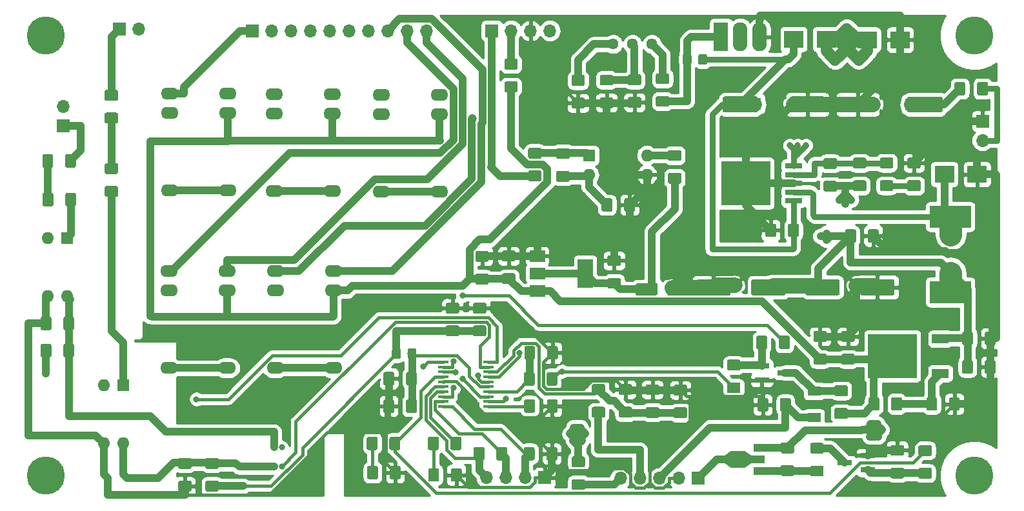
<source format=gbr>
%TF.GenerationSoftware,KiCad,Pcbnew,(5.1.4-0-10_14)*%
%TF.CreationDate,2019-11-24T22:14:09+02:00*%
%TF.ProjectId,READY,52454144-592e-46b6-9963-61645f706362,3.0*%
%TF.SameCoordinates,Original*%
%TF.FileFunction,Copper,L1,Top*%
%TF.FilePolarity,Positive*%
%FSLAX46Y46*%
G04 Gerber Fmt 4.6, Leading zero omitted, Abs format (unit mm)*
G04 Created by KiCad (PCBNEW (5.1.4-0-10_14)) date 2019-11-24 22:14:09*
%MOMM*%
%LPD*%
G04 APERTURE LIST*
%TA.AperFunction,ComponentPad*%
%ADD10R,1.600000X1.600000*%
%TD*%
%TA.AperFunction,ComponentPad*%
%ADD11C,1.600000*%
%TD*%
%TA.AperFunction,ComponentPad*%
%ADD12C,5.000000*%
%TD*%
%TA.AperFunction,ComponentPad*%
%ADD13R,1.900000X3.800000*%
%TD*%
%TA.AperFunction,ComponentPad*%
%ADD14O,1.900000X3.800000*%
%TD*%
%TA.AperFunction,ComponentPad*%
%ADD15C,1.440000*%
%TD*%
%TA.AperFunction,Conductor*%
%ADD16C,0.150000*%
%TD*%
%TA.AperFunction,SMDPad,CuDef*%
%ADD17C,1.425000*%
%TD*%
%TA.AperFunction,SMDPad,CuDef*%
%ADD18R,2.500000X2.300000*%
%TD*%
%TA.AperFunction,SMDPad,CuDef*%
%ADD19R,1.700000X1.300000*%
%TD*%
%TA.AperFunction,SMDPad,CuDef*%
%ADD20C,0.850000*%
%TD*%
%TA.AperFunction,SMDPad,CuDef*%
%ADD21R,1.500000X1.000000*%
%TD*%
%TA.AperFunction,SMDPad,CuDef*%
%ADD22R,1.800000X1.000000*%
%TD*%
%TA.AperFunction,SMDPad,CuDef*%
%ADD23R,1.840000X2.200000*%
%TD*%
%TA.AperFunction,SMDPad,CuDef*%
%ADD24C,1.000000*%
%TD*%
%TA.AperFunction,SMDPad,CuDef*%
%ADD25C,1.150000*%
%TD*%
%TA.AperFunction,SMDPad,CuDef*%
%ADD26R,2.200000X1.200000*%
%TD*%
%TA.AperFunction,SMDPad,CuDef*%
%ADD27R,6.400000X5.800000*%
%TD*%
%TA.AperFunction,SMDPad,CuDef*%
%ADD28R,1.450000X0.450000*%
%TD*%
%TA.AperFunction,SMDPad,CuDef*%
%ADD29C,1.600000*%
%TD*%
%TA.AperFunction,SMDPad,CuDef*%
%ADD30R,2.200000X0.800000*%
%TD*%
%TA.AperFunction,ComponentPad*%
%ADD31C,2.600000*%
%TD*%
%TA.AperFunction,SMDPad,CuDef*%
%ADD32R,5.400000X2.900000*%
%TD*%
%TA.AperFunction,ComponentPad*%
%ADD33R,1.700000X1.700000*%
%TD*%
%TA.AperFunction,ComponentPad*%
%ADD34O,1.700000X1.700000*%
%TD*%
%TA.AperFunction,SMDPad,CuDef*%
%ADD35C,2.100000*%
%TD*%
%TA.AperFunction,SMDPad,CuDef*%
%ADD36R,1.900000X0.800000*%
%TD*%
%TA.AperFunction,SMDPad,CuDef*%
%ADD37R,2.000000X3.800000*%
%TD*%
%TA.AperFunction,SMDPad,CuDef*%
%ADD38R,2.000000X1.500000*%
%TD*%
%TA.AperFunction,ComponentPad*%
%ADD39O,1.600000X1.600000*%
%TD*%
%TA.AperFunction,ComponentPad*%
%ADD40O,2.300000X1.600000*%
%TD*%
%TA.AperFunction,ViaPad*%
%ADD41C,0.800000*%
%TD*%
%TA.AperFunction,ViaPad*%
%ADD42C,1.200000*%
%TD*%
%TA.AperFunction,Conductor*%
%ADD43C,0.800000*%
%TD*%
%TA.AperFunction,Conductor*%
%ADD44C,1.000000*%
%TD*%
%TA.AperFunction,Conductor*%
%ADD45C,2.000000*%
%TD*%
%TA.AperFunction,Conductor*%
%ADD46C,0.400000*%
%TD*%
%TA.AperFunction,Conductor*%
%ADD47C,3.000000*%
%TD*%
%TA.AperFunction,Conductor*%
%ADD48C,1.500000*%
%TD*%
%TA.AperFunction,Conductor*%
%ADD49C,0.254000*%
%TD*%
G04 APERTURE END LIST*
D10*
%TO.P,C10,1*%
%TO.N,+48V*%
X176911000Y-70243700D03*
D11*
%TO.P,C10,2*%
%TO.N,COIL_2_OUT*%
X181911000Y-70243700D03*
%TD*%
D12*
%TO.P,H1,1*%
%TO.N,N/C*%
X205707000Y-61247000D03*
%TD*%
%TO.P,H2,1*%
%TO.N,N/C*%
X205707000Y-119039000D03*
%TD*%
%TO.P,H3,1*%
%TO.N,N/C*%
X83855000Y-119039000D03*
%TD*%
%TO.P,H4,1*%
%TO.N,N/C*%
X83855000Y-61247000D03*
%TD*%
D13*
%TO.P,J1,1*%
%TO.N,AB_RAW*%
X172439000Y-61440100D03*
D14*
%TO.P,J1,2*%
%TO.N,Net-(D20-Pad1)*%
X174979000Y-61440100D03*
%TO.P,J1,3*%
%TO.N,COIL_2_OUT*%
X177519000Y-61440100D03*
%TD*%
D15*
%TO.P,BAT1,1*%
%TO.N,Net-(BAT1-Pad1)*%
X163375000Y-62405300D03*
%TO.P,BAT1,2*%
%TO.N,AB*%
X160835000Y-62405300D03*
%TO.P,BAT1,3*%
%TO.N,Net-(BAT1-Pad3)*%
X158295000Y-62405300D03*
%TD*%
D16*
%TO.N,AB*%
%TO.C,C3*%
G36*
X158091504Y-66408204D02*
G01*
X158115773Y-66411804D01*
X158139571Y-66417765D01*
X158162671Y-66426030D01*
X158184849Y-66436520D01*
X158205893Y-66449133D01*
X158225598Y-66463747D01*
X158243777Y-66480223D01*
X158260253Y-66498402D01*
X158274867Y-66518107D01*
X158287480Y-66539151D01*
X158297970Y-66561329D01*
X158306235Y-66584429D01*
X158312196Y-66608227D01*
X158315796Y-66632496D01*
X158317000Y-66657000D01*
X158317000Y-67582000D01*
X158315796Y-67606504D01*
X158312196Y-67630773D01*
X158306235Y-67654571D01*
X158297970Y-67677671D01*
X158287480Y-67699849D01*
X158274867Y-67720893D01*
X158260253Y-67740598D01*
X158243777Y-67758777D01*
X158225598Y-67775253D01*
X158205893Y-67789867D01*
X158184849Y-67802480D01*
X158162671Y-67812970D01*
X158139571Y-67821235D01*
X158115773Y-67827196D01*
X158091504Y-67830796D01*
X158067000Y-67832000D01*
X156817000Y-67832000D01*
X156792496Y-67830796D01*
X156768227Y-67827196D01*
X156744429Y-67821235D01*
X156721329Y-67812970D01*
X156699151Y-67802480D01*
X156678107Y-67789867D01*
X156658402Y-67775253D01*
X156640223Y-67758777D01*
X156623747Y-67740598D01*
X156609133Y-67720893D01*
X156596520Y-67699849D01*
X156586030Y-67677671D01*
X156577765Y-67654571D01*
X156571804Y-67630773D01*
X156568204Y-67606504D01*
X156567000Y-67582000D01*
X156567000Y-66657000D01*
X156568204Y-66632496D01*
X156571804Y-66608227D01*
X156577765Y-66584429D01*
X156586030Y-66561329D01*
X156596520Y-66539151D01*
X156609133Y-66518107D01*
X156623747Y-66498402D01*
X156640223Y-66480223D01*
X156658402Y-66463747D01*
X156678107Y-66449133D01*
X156699151Y-66436520D01*
X156721329Y-66426030D01*
X156744429Y-66417765D01*
X156768227Y-66411804D01*
X156792496Y-66408204D01*
X156817000Y-66407000D01*
X158067000Y-66407000D01*
X158091504Y-66408204D01*
X158091504Y-66408204D01*
G37*
D17*
%TD*%
%TO.P,C3,1*%
%TO.N,AB*%
X157442000Y-67119500D03*
D16*
%TO.N,COIL_2_OUT*%
%TO.C,C3*%
G36*
X158091504Y-69383204D02*
G01*
X158115773Y-69386804D01*
X158139571Y-69392765D01*
X158162671Y-69401030D01*
X158184849Y-69411520D01*
X158205893Y-69424133D01*
X158225598Y-69438747D01*
X158243777Y-69455223D01*
X158260253Y-69473402D01*
X158274867Y-69493107D01*
X158287480Y-69514151D01*
X158297970Y-69536329D01*
X158306235Y-69559429D01*
X158312196Y-69583227D01*
X158315796Y-69607496D01*
X158317000Y-69632000D01*
X158317000Y-70557000D01*
X158315796Y-70581504D01*
X158312196Y-70605773D01*
X158306235Y-70629571D01*
X158297970Y-70652671D01*
X158287480Y-70674849D01*
X158274867Y-70695893D01*
X158260253Y-70715598D01*
X158243777Y-70733777D01*
X158225598Y-70750253D01*
X158205893Y-70764867D01*
X158184849Y-70777480D01*
X158162671Y-70787970D01*
X158139571Y-70796235D01*
X158115773Y-70802196D01*
X158091504Y-70805796D01*
X158067000Y-70807000D01*
X156817000Y-70807000D01*
X156792496Y-70805796D01*
X156768227Y-70802196D01*
X156744429Y-70796235D01*
X156721329Y-70787970D01*
X156699151Y-70777480D01*
X156678107Y-70764867D01*
X156658402Y-70750253D01*
X156640223Y-70733777D01*
X156623747Y-70715598D01*
X156609133Y-70695893D01*
X156596520Y-70674849D01*
X156586030Y-70652671D01*
X156577765Y-70629571D01*
X156571804Y-70605773D01*
X156568204Y-70581504D01*
X156567000Y-70557000D01*
X156567000Y-69632000D01*
X156568204Y-69607496D01*
X156571804Y-69583227D01*
X156577765Y-69559429D01*
X156586030Y-69536329D01*
X156596520Y-69514151D01*
X156609133Y-69493107D01*
X156623747Y-69473402D01*
X156640223Y-69455223D01*
X156658402Y-69438747D01*
X156678107Y-69424133D01*
X156699151Y-69411520D01*
X156721329Y-69401030D01*
X156744429Y-69392765D01*
X156768227Y-69386804D01*
X156792496Y-69383204D01*
X156817000Y-69382000D01*
X158067000Y-69382000D01*
X158091504Y-69383204D01*
X158091504Y-69383204D01*
G37*
D17*
%TD*%
%TO.P,C3,2*%
%TO.N,COIL_2_OUT*%
X157442000Y-70094500D03*
D16*
%TO.N,COIL_2_OUT*%
%TO.C,C5*%
G36*
X164111504Y-107048204D02*
G01*
X164135773Y-107051804D01*
X164159571Y-107057765D01*
X164182671Y-107066030D01*
X164204849Y-107076520D01*
X164225893Y-107089133D01*
X164245598Y-107103747D01*
X164263777Y-107120223D01*
X164280253Y-107138402D01*
X164294867Y-107158107D01*
X164307480Y-107179151D01*
X164317970Y-107201329D01*
X164326235Y-107224429D01*
X164332196Y-107248227D01*
X164335796Y-107272496D01*
X164337000Y-107297000D01*
X164337000Y-108222000D01*
X164335796Y-108246504D01*
X164332196Y-108270773D01*
X164326235Y-108294571D01*
X164317970Y-108317671D01*
X164307480Y-108339849D01*
X164294867Y-108360893D01*
X164280253Y-108380598D01*
X164263777Y-108398777D01*
X164245598Y-108415253D01*
X164225893Y-108429867D01*
X164204849Y-108442480D01*
X164182671Y-108452970D01*
X164159571Y-108461235D01*
X164135773Y-108467196D01*
X164111504Y-108470796D01*
X164087000Y-108472000D01*
X162837000Y-108472000D01*
X162812496Y-108470796D01*
X162788227Y-108467196D01*
X162764429Y-108461235D01*
X162741329Y-108452970D01*
X162719151Y-108442480D01*
X162698107Y-108429867D01*
X162678402Y-108415253D01*
X162660223Y-108398777D01*
X162643747Y-108380598D01*
X162629133Y-108360893D01*
X162616520Y-108339849D01*
X162606030Y-108317671D01*
X162597765Y-108294571D01*
X162591804Y-108270773D01*
X162588204Y-108246504D01*
X162587000Y-108222000D01*
X162587000Y-107297000D01*
X162588204Y-107272496D01*
X162591804Y-107248227D01*
X162597765Y-107224429D01*
X162606030Y-107201329D01*
X162616520Y-107179151D01*
X162629133Y-107158107D01*
X162643747Y-107138402D01*
X162660223Y-107120223D01*
X162678402Y-107103747D01*
X162698107Y-107089133D01*
X162719151Y-107076520D01*
X162741329Y-107066030D01*
X162764429Y-107057765D01*
X162788227Y-107051804D01*
X162812496Y-107048204D01*
X162837000Y-107047000D01*
X164087000Y-107047000D01*
X164111504Y-107048204D01*
X164111504Y-107048204D01*
G37*
D17*
%TD*%
%TO.P,C5,2*%
%TO.N,COIL_2_OUT*%
X163462000Y-107759500D03*
D16*
%TO.N,TEMP_ADC*%
%TO.C,C5*%
G36*
X164111504Y-110023204D02*
G01*
X164135773Y-110026804D01*
X164159571Y-110032765D01*
X164182671Y-110041030D01*
X164204849Y-110051520D01*
X164225893Y-110064133D01*
X164245598Y-110078747D01*
X164263777Y-110095223D01*
X164280253Y-110113402D01*
X164294867Y-110133107D01*
X164307480Y-110154151D01*
X164317970Y-110176329D01*
X164326235Y-110199429D01*
X164332196Y-110223227D01*
X164335796Y-110247496D01*
X164337000Y-110272000D01*
X164337000Y-111197000D01*
X164335796Y-111221504D01*
X164332196Y-111245773D01*
X164326235Y-111269571D01*
X164317970Y-111292671D01*
X164307480Y-111314849D01*
X164294867Y-111335893D01*
X164280253Y-111355598D01*
X164263777Y-111373777D01*
X164245598Y-111390253D01*
X164225893Y-111404867D01*
X164204849Y-111417480D01*
X164182671Y-111427970D01*
X164159571Y-111436235D01*
X164135773Y-111442196D01*
X164111504Y-111445796D01*
X164087000Y-111447000D01*
X162837000Y-111447000D01*
X162812496Y-111445796D01*
X162788227Y-111442196D01*
X162764429Y-111436235D01*
X162741329Y-111427970D01*
X162719151Y-111417480D01*
X162698107Y-111404867D01*
X162678402Y-111390253D01*
X162660223Y-111373777D01*
X162643747Y-111355598D01*
X162629133Y-111335893D01*
X162616520Y-111314849D01*
X162606030Y-111292671D01*
X162597765Y-111269571D01*
X162591804Y-111245773D01*
X162588204Y-111221504D01*
X162587000Y-111197000D01*
X162587000Y-110272000D01*
X162588204Y-110247496D01*
X162591804Y-110223227D01*
X162597765Y-110199429D01*
X162606030Y-110176329D01*
X162616520Y-110154151D01*
X162629133Y-110133107D01*
X162643747Y-110113402D01*
X162660223Y-110095223D01*
X162678402Y-110078747D01*
X162698107Y-110064133D01*
X162719151Y-110051520D01*
X162741329Y-110041030D01*
X162764429Y-110032765D01*
X162788227Y-110026804D01*
X162812496Y-110023204D01*
X162837000Y-110022000D01*
X164087000Y-110022000D01*
X164111504Y-110023204D01*
X164111504Y-110023204D01*
G37*
D17*
%TD*%
%TO.P,C5,1*%
%TO.N,TEMP_ADC*%
X163462000Y-110734500D03*
D16*
%TO.N,+15V*%
%TO.C,C7*%
G36*
X205296504Y-100142204D02*
G01*
X205320773Y-100145804D01*
X205344571Y-100151765D01*
X205367671Y-100160030D01*
X205389849Y-100170520D01*
X205410893Y-100183133D01*
X205430598Y-100197747D01*
X205448777Y-100214223D01*
X205465253Y-100232402D01*
X205479867Y-100252107D01*
X205492480Y-100273151D01*
X205502970Y-100295329D01*
X205511235Y-100318429D01*
X205517196Y-100342227D01*
X205520796Y-100366496D01*
X205522000Y-100391000D01*
X205522000Y-101641000D01*
X205520796Y-101665504D01*
X205517196Y-101689773D01*
X205511235Y-101713571D01*
X205502970Y-101736671D01*
X205492480Y-101758849D01*
X205479867Y-101779893D01*
X205465253Y-101799598D01*
X205448777Y-101817777D01*
X205430598Y-101834253D01*
X205410893Y-101848867D01*
X205389849Y-101861480D01*
X205367671Y-101871970D01*
X205344571Y-101880235D01*
X205320773Y-101886196D01*
X205296504Y-101889796D01*
X205272000Y-101891000D01*
X204347000Y-101891000D01*
X204322496Y-101889796D01*
X204298227Y-101886196D01*
X204274429Y-101880235D01*
X204251329Y-101871970D01*
X204229151Y-101861480D01*
X204208107Y-101848867D01*
X204188402Y-101834253D01*
X204170223Y-101817777D01*
X204153747Y-101799598D01*
X204139133Y-101779893D01*
X204126520Y-101758849D01*
X204116030Y-101736671D01*
X204107765Y-101713571D01*
X204101804Y-101689773D01*
X204098204Y-101665504D01*
X204097000Y-101641000D01*
X204097000Y-100391000D01*
X204098204Y-100366496D01*
X204101804Y-100342227D01*
X204107765Y-100318429D01*
X204116030Y-100295329D01*
X204126520Y-100273151D01*
X204139133Y-100252107D01*
X204153747Y-100232402D01*
X204170223Y-100214223D01*
X204188402Y-100197747D01*
X204208107Y-100183133D01*
X204229151Y-100170520D01*
X204251329Y-100160030D01*
X204274429Y-100151765D01*
X204298227Y-100145804D01*
X204322496Y-100142204D01*
X204347000Y-100141000D01*
X205272000Y-100141000D01*
X205296504Y-100142204D01*
X205296504Y-100142204D01*
G37*
D17*
%TD*%
%TO.P,C7,1*%
%TO.N,+15V*%
X204809500Y-101016000D03*
D16*
%TO.N,COIL_2_OUT*%
%TO.C,C7*%
G36*
X208271504Y-100142204D02*
G01*
X208295773Y-100145804D01*
X208319571Y-100151765D01*
X208342671Y-100160030D01*
X208364849Y-100170520D01*
X208385893Y-100183133D01*
X208405598Y-100197747D01*
X208423777Y-100214223D01*
X208440253Y-100232402D01*
X208454867Y-100252107D01*
X208467480Y-100273151D01*
X208477970Y-100295329D01*
X208486235Y-100318429D01*
X208492196Y-100342227D01*
X208495796Y-100366496D01*
X208497000Y-100391000D01*
X208497000Y-101641000D01*
X208495796Y-101665504D01*
X208492196Y-101689773D01*
X208486235Y-101713571D01*
X208477970Y-101736671D01*
X208467480Y-101758849D01*
X208454867Y-101779893D01*
X208440253Y-101799598D01*
X208423777Y-101817777D01*
X208405598Y-101834253D01*
X208385893Y-101848867D01*
X208364849Y-101861480D01*
X208342671Y-101871970D01*
X208319571Y-101880235D01*
X208295773Y-101886196D01*
X208271504Y-101889796D01*
X208247000Y-101891000D01*
X207322000Y-101891000D01*
X207297496Y-101889796D01*
X207273227Y-101886196D01*
X207249429Y-101880235D01*
X207226329Y-101871970D01*
X207204151Y-101861480D01*
X207183107Y-101848867D01*
X207163402Y-101834253D01*
X207145223Y-101817777D01*
X207128747Y-101799598D01*
X207114133Y-101779893D01*
X207101520Y-101758849D01*
X207091030Y-101736671D01*
X207082765Y-101713571D01*
X207076804Y-101689773D01*
X207073204Y-101665504D01*
X207072000Y-101641000D01*
X207072000Y-100391000D01*
X207073204Y-100366496D01*
X207076804Y-100342227D01*
X207082765Y-100318429D01*
X207091030Y-100295329D01*
X207101520Y-100273151D01*
X207114133Y-100252107D01*
X207128747Y-100232402D01*
X207145223Y-100214223D01*
X207163402Y-100197747D01*
X207183107Y-100183133D01*
X207204151Y-100170520D01*
X207226329Y-100160030D01*
X207249429Y-100151765D01*
X207273227Y-100145804D01*
X207297496Y-100142204D01*
X207322000Y-100141000D01*
X208247000Y-100141000D01*
X208271504Y-100142204D01*
X208271504Y-100142204D01*
G37*
D17*
%TD*%
%TO.P,C7,2*%
%TO.N,COIL_2_OUT*%
X207784500Y-101016000D03*
D16*
%TO.N,+15V*%
%TO.C,C8*%
G36*
X205285504Y-103888204D02*
G01*
X205309773Y-103891804D01*
X205333571Y-103897765D01*
X205356671Y-103906030D01*
X205378849Y-103916520D01*
X205399893Y-103929133D01*
X205419598Y-103943747D01*
X205437777Y-103960223D01*
X205454253Y-103978402D01*
X205468867Y-103998107D01*
X205481480Y-104019151D01*
X205491970Y-104041329D01*
X205500235Y-104064429D01*
X205506196Y-104088227D01*
X205509796Y-104112496D01*
X205511000Y-104137000D01*
X205511000Y-105387000D01*
X205509796Y-105411504D01*
X205506196Y-105435773D01*
X205500235Y-105459571D01*
X205491970Y-105482671D01*
X205481480Y-105504849D01*
X205468867Y-105525893D01*
X205454253Y-105545598D01*
X205437777Y-105563777D01*
X205419598Y-105580253D01*
X205399893Y-105594867D01*
X205378849Y-105607480D01*
X205356671Y-105617970D01*
X205333571Y-105626235D01*
X205309773Y-105632196D01*
X205285504Y-105635796D01*
X205261000Y-105637000D01*
X204336000Y-105637000D01*
X204311496Y-105635796D01*
X204287227Y-105632196D01*
X204263429Y-105626235D01*
X204240329Y-105617970D01*
X204218151Y-105607480D01*
X204197107Y-105594867D01*
X204177402Y-105580253D01*
X204159223Y-105563777D01*
X204142747Y-105545598D01*
X204128133Y-105525893D01*
X204115520Y-105504849D01*
X204105030Y-105482671D01*
X204096765Y-105459571D01*
X204090804Y-105435773D01*
X204087204Y-105411504D01*
X204086000Y-105387000D01*
X204086000Y-104137000D01*
X204087204Y-104112496D01*
X204090804Y-104088227D01*
X204096765Y-104064429D01*
X204105030Y-104041329D01*
X204115520Y-104019151D01*
X204128133Y-103998107D01*
X204142747Y-103978402D01*
X204159223Y-103960223D01*
X204177402Y-103943747D01*
X204197107Y-103929133D01*
X204218151Y-103916520D01*
X204240329Y-103906030D01*
X204263429Y-103897765D01*
X204287227Y-103891804D01*
X204311496Y-103888204D01*
X204336000Y-103887000D01*
X205261000Y-103887000D01*
X205285504Y-103888204D01*
X205285504Y-103888204D01*
G37*
D17*
%TD*%
%TO.P,C8,2*%
%TO.N,+15V*%
X204798500Y-104762000D03*
D16*
%TO.N,COIL_2_OUT*%
%TO.C,C8*%
G36*
X208260504Y-103888204D02*
G01*
X208284773Y-103891804D01*
X208308571Y-103897765D01*
X208331671Y-103906030D01*
X208353849Y-103916520D01*
X208374893Y-103929133D01*
X208394598Y-103943747D01*
X208412777Y-103960223D01*
X208429253Y-103978402D01*
X208443867Y-103998107D01*
X208456480Y-104019151D01*
X208466970Y-104041329D01*
X208475235Y-104064429D01*
X208481196Y-104088227D01*
X208484796Y-104112496D01*
X208486000Y-104137000D01*
X208486000Y-105387000D01*
X208484796Y-105411504D01*
X208481196Y-105435773D01*
X208475235Y-105459571D01*
X208466970Y-105482671D01*
X208456480Y-105504849D01*
X208443867Y-105525893D01*
X208429253Y-105545598D01*
X208412777Y-105563777D01*
X208394598Y-105580253D01*
X208374893Y-105594867D01*
X208353849Y-105607480D01*
X208331671Y-105617970D01*
X208308571Y-105626235D01*
X208284773Y-105632196D01*
X208260504Y-105635796D01*
X208236000Y-105637000D01*
X207311000Y-105637000D01*
X207286496Y-105635796D01*
X207262227Y-105632196D01*
X207238429Y-105626235D01*
X207215329Y-105617970D01*
X207193151Y-105607480D01*
X207172107Y-105594867D01*
X207152402Y-105580253D01*
X207134223Y-105563777D01*
X207117747Y-105545598D01*
X207103133Y-105525893D01*
X207090520Y-105504849D01*
X207080030Y-105482671D01*
X207071765Y-105459571D01*
X207065804Y-105435773D01*
X207062204Y-105411504D01*
X207061000Y-105387000D01*
X207061000Y-104137000D01*
X207062204Y-104112496D01*
X207065804Y-104088227D01*
X207071765Y-104064429D01*
X207080030Y-104041329D01*
X207090520Y-104019151D01*
X207103133Y-103998107D01*
X207117747Y-103978402D01*
X207134223Y-103960223D01*
X207152402Y-103943747D01*
X207172107Y-103929133D01*
X207193151Y-103916520D01*
X207215329Y-103906030D01*
X207238429Y-103897765D01*
X207262227Y-103891804D01*
X207286496Y-103888204D01*
X207311000Y-103887000D01*
X208236000Y-103887000D01*
X208260504Y-103888204D01*
X208260504Y-103888204D01*
G37*
D17*
%TD*%
%TO.P,C8,1*%
%TO.N,COIL_2_OUT*%
X207773500Y-104762000D03*
D16*
%TO.N,COIL_2_OUT*%
%TO.C,C9*%
G36*
X189765504Y-100060204D02*
G01*
X189789773Y-100063804D01*
X189813571Y-100069765D01*
X189836671Y-100078030D01*
X189858849Y-100088520D01*
X189879893Y-100101133D01*
X189899598Y-100115747D01*
X189917777Y-100132223D01*
X189934253Y-100150402D01*
X189948867Y-100170107D01*
X189961480Y-100191151D01*
X189971970Y-100213329D01*
X189980235Y-100236429D01*
X189986196Y-100260227D01*
X189989796Y-100284496D01*
X189991000Y-100309000D01*
X189991000Y-101234000D01*
X189989796Y-101258504D01*
X189986196Y-101282773D01*
X189980235Y-101306571D01*
X189971970Y-101329671D01*
X189961480Y-101351849D01*
X189948867Y-101372893D01*
X189934253Y-101392598D01*
X189917777Y-101410777D01*
X189899598Y-101427253D01*
X189879893Y-101441867D01*
X189858849Y-101454480D01*
X189836671Y-101464970D01*
X189813571Y-101473235D01*
X189789773Y-101479196D01*
X189765504Y-101482796D01*
X189741000Y-101484000D01*
X188491000Y-101484000D01*
X188466496Y-101482796D01*
X188442227Y-101479196D01*
X188418429Y-101473235D01*
X188395329Y-101464970D01*
X188373151Y-101454480D01*
X188352107Y-101441867D01*
X188332402Y-101427253D01*
X188314223Y-101410777D01*
X188297747Y-101392598D01*
X188283133Y-101372893D01*
X188270520Y-101351849D01*
X188260030Y-101329671D01*
X188251765Y-101306571D01*
X188245804Y-101282773D01*
X188242204Y-101258504D01*
X188241000Y-101234000D01*
X188241000Y-100309000D01*
X188242204Y-100284496D01*
X188245804Y-100260227D01*
X188251765Y-100236429D01*
X188260030Y-100213329D01*
X188270520Y-100191151D01*
X188283133Y-100170107D01*
X188297747Y-100150402D01*
X188314223Y-100132223D01*
X188332402Y-100115747D01*
X188352107Y-100101133D01*
X188373151Y-100088520D01*
X188395329Y-100078030D01*
X188418429Y-100069765D01*
X188442227Y-100063804D01*
X188466496Y-100060204D01*
X188491000Y-100059000D01*
X189741000Y-100059000D01*
X189765504Y-100060204D01*
X189765504Y-100060204D01*
G37*
D17*
%TD*%
%TO.P,C9,1*%
%TO.N,COIL_2_OUT*%
X189116000Y-100771500D03*
D16*
%TO.N,+9V*%
%TO.C,C9*%
G36*
X189765504Y-103035204D02*
G01*
X189789773Y-103038804D01*
X189813571Y-103044765D01*
X189836671Y-103053030D01*
X189858849Y-103063520D01*
X189879893Y-103076133D01*
X189899598Y-103090747D01*
X189917777Y-103107223D01*
X189934253Y-103125402D01*
X189948867Y-103145107D01*
X189961480Y-103166151D01*
X189971970Y-103188329D01*
X189980235Y-103211429D01*
X189986196Y-103235227D01*
X189989796Y-103259496D01*
X189991000Y-103284000D01*
X189991000Y-104209000D01*
X189989796Y-104233504D01*
X189986196Y-104257773D01*
X189980235Y-104281571D01*
X189971970Y-104304671D01*
X189961480Y-104326849D01*
X189948867Y-104347893D01*
X189934253Y-104367598D01*
X189917777Y-104385777D01*
X189899598Y-104402253D01*
X189879893Y-104416867D01*
X189858849Y-104429480D01*
X189836671Y-104439970D01*
X189813571Y-104448235D01*
X189789773Y-104454196D01*
X189765504Y-104457796D01*
X189741000Y-104459000D01*
X188491000Y-104459000D01*
X188466496Y-104457796D01*
X188442227Y-104454196D01*
X188418429Y-104448235D01*
X188395329Y-104439970D01*
X188373151Y-104429480D01*
X188352107Y-104416867D01*
X188332402Y-104402253D01*
X188314223Y-104385777D01*
X188297747Y-104367598D01*
X188283133Y-104347893D01*
X188270520Y-104326849D01*
X188260030Y-104304671D01*
X188251765Y-104281571D01*
X188245804Y-104257773D01*
X188242204Y-104233504D01*
X188241000Y-104209000D01*
X188241000Y-103284000D01*
X188242204Y-103259496D01*
X188245804Y-103235227D01*
X188251765Y-103211429D01*
X188260030Y-103188329D01*
X188270520Y-103166151D01*
X188283133Y-103145107D01*
X188297747Y-103125402D01*
X188314223Y-103107223D01*
X188332402Y-103090747D01*
X188352107Y-103076133D01*
X188373151Y-103063520D01*
X188395329Y-103053030D01*
X188418429Y-103044765D01*
X188442227Y-103038804D01*
X188466496Y-103035204D01*
X188491000Y-103034000D01*
X189741000Y-103034000D01*
X189765504Y-103035204D01*
X189765504Y-103035204D01*
G37*
D17*
%TD*%
%TO.P,C9,2*%
%TO.N,+9V*%
X189116000Y-103746500D03*
D16*
%TO.N,TEMP_ADC*%
%TO.C,D5*%
G36*
X167768504Y-110071204D02*
G01*
X167792773Y-110074804D01*
X167816571Y-110080765D01*
X167839671Y-110089030D01*
X167861849Y-110099520D01*
X167882893Y-110112133D01*
X167902598Y-110126747D01*
X167920777Y-110143223D01*
X167937253Y-110161402D01*
X167951867Y-110181107D01*
X167964480Y-110202151D01*
X167974970Y-110224329D01*
X167983235Y-110247429D01*
X167989196Y-110271227D01*
X167992796Y-110295496D01*
X167994000Y-110320000D01*
X167994000Y-111245000D01*
X167992796Y-111269504D01*
X167989196Y-111293773D01*
X167983235Y-111317571D01*
X167974970Y-111340671D01*
X167964480Y-111362849D01*
X167951867Y-111383893D01*
X167937253Y-111403598D01*
X167920777Y-111421777D01*
X167902598Y-111438253D01*
X167882893Y-111452867D01*
X167861849Y-111465480D01*
X167839671Y-111475970D01*
X167816571Y-111484235D01*
X167792773Y-111490196D01*
X167768504Y-111493796D01*
X167744000Y-111495000D01*
X166494000Y-111495000D01*
X166469496Y-111493796D01*
X166445227Y-111490196D01*
X166421429Y-111484235D01*
X166398329Y-111475970D01*
X166376151Y-111465480D01*
X166355107Y-111452867D01*
X166335402Y-111438253D01*
X166317223Y-111421777D01*
X166300747Y-111403598D01*
X166286133Y-111383893D01*
X166273520Y-111362849D01*
X166263030Y-111340671D01*
X166254765Y-111317571D01*
X166248804Y-111293773D01*
X166245204Y-111269504D01*
X166244000Y-111245000D01*
X166244000Y-110320000D01*
X166245204Y-110295496D01*
X166248804Y-110271227D01*
X166254765Y-110247429D01*
X166263030Y-110224329D01*
X166273520Y-110202151D01*
X166286133Y-110181107D01*
X166300747Y-110161402D01*
X166317223Y-110143223D01*
X166335402Y-110126747D01*
X166355107Y-110112133D01*
X166376151Y-110099520D01*
X166398329Y-110089030D01*
X166421429Y-110080765D01*
X166445227Y-110074804D01*
X166469496Y-110071204D01*
X166494000Y-110070000D01*
X167744000Y-110070000D01*
X167768504Y-110071204D01*
X167768504Y-110071204D01*
G37*
D17*
%TD*%
%TO.P,D5,1*%
%TO.N,TEMP_ADC*%
X167119000Y-110782500D03*
D16*
%TO.N,COIL_2_OUT*%
%TO.C,D5*%
G36*
X167768504Y-107096204D02*
G01*
X167792773Y-107099804D01*
X167816571Y-107105765D01*
X167839671Y-107114030D01*
X167861849Y-107124520D01*
X167882893Y-107137133D01*
X167902598Y-107151747D01*
X167920777Y-107168223D01*
X167937253Y-107186402D01*
X167951867Y-107206107D01*
X167964480Y-107227151D01*
X167974970Y-107249329D01*
X167983235Y-107272429D01*
X167989196Y-107296227D01*
X167992796Y-107320496D01*
X167994000Y-107345000D01*
X167994000Y-108270000D01*
X167992796Y-108294504D01*
X167989196Y-108318773D01*
X167983235Y-108342571D01*
X167974970Y-108365671D01*
X167964480Y-108387849D01*
X167951867Y-108408893D01*
X167937253Y-108428598D01*
X167920777Y-108446777D01*
X167902598Y-108463253D01*
X167882893Y-108477867D01*
X167861849Y-108490480D01*
X167839671Y-108500970D01*
X167816571Y-108509235D01*
X167792773Y-108515196D01*
X167768504Y-108518796D01*
X167744000Y-108520000D01*
X166494000Y-108520000D01*
X166469496Y-108518796D01*
X166445227Y-108515196D01*
X166421429Y-108509235D01*
X166398329Y-108500970D01*
X166376151Y-108490480D01*
X166355107Y-108477867D01*
X166335402Y-108463253D01*
X166317223Y-108446777D01*
X166300747Y-108428598D01*
X166286133Y-108408893D01*
X166273520Y-108387849D01*
X166263030Y-108365671D01*
X166254765Y-108342571D01*
X166248804Y-108318773D01*
X166245204Y-108294504D01*
X166244000Y-108270000D01*
X166244000Y-107345000D01*
X166245204Y-107320496D01*
X166248804Y-107296227D01*
X166254765Y-107272429D01*
X166263030Y-107249329D01*
X166273520Y-107227151D01*
X166286133Y-107206107D01*
X166300747Y-107186402D01*
X166317223Y-107168223D01*
X166335402Y-107151747D01*
X166355107Y-107137133D01*
X166376151Y-107124520D01*
X166398329Y-107114030D01*
X166421429Y-107105765D01*
X166445227Y-107099804D01*
X166469496Y-107096204D01*
X166494000Y-107095000D01*
X167744000Y-107095000D01*
X167768504Y-107096204D01*
X167768504Y-107096204D01*
G37*
D17*
%TD*%
%TO.P,D5,2*%
%TO.N,COIL_2_OUT*%
X167119000Y-107807500D03*
D18*
%TO.P,D9,1*%
%TO.N,+48V*%
X181971000Y-61772800D03*
%TO.P,D9,2*%
%TO.N,Net-(D20-Pad1)*%
X186271000Y-61772800D03*
%TD*%
D16*
%TO.N,AB*%
%TO.C,D10*%
G36*
X161749504Y-66368504D02*
G01*
X161773773Y-66372104D01*
X161797571Y-66378065D01*
X161820671Y-66386330D01*
X161842849Y-66396820D01*
X161863893Y-66409433D01*
X161883598Y-66424047D01*
X161901777Y-66440523D01*
X161918253Y-66458702D01*
X161932867Y-66478407D01*
X161945480Y-66499451D01*
X161955970Y-66521629D01*
X161964235Y-66544729D01*
X161970196Y-66568527D01*
X161973796Y-66592796D01*
X161975000Y-66617300D01*
X161975000Y-67542300D01*
X161973796Y-67566804D01*
X161970196Y-67591073D01*
X161964235Y-67614871D01*
X161955970Y-67637971D01*
X161945480Y-67660149D01*
X161932867Y-67681193D01*
X161918253Y-67700898D01*
X161901777Y-67719077D01*
X161883598Y-67735553D01*
X161863893Y-67750167D01*
X161842849Y-67762780D01*
X161820671Y-67773270D01*
X161797571Y-67781535D01*
X161773773Y-67787496D01*
X161749504Y-67791096D01*
X161725000Y-67792300D01*
X160475000Y-67792300D01*
X160450496Y-67791096D01*
X160426227Y-67787496D01*
X160402429Y-67781535D01*
X160379329Y-67773270D01*
X160357151Y-67762780D01*
X160336107Y-67750167D01*
X160316402Y-67735553D01*
X160298223Y-67719077D01*
X160281747Y-67700898D01*
X160267133Y-67681193D01*
X160254520Y-67660149D01*
X160244030Y-67637971D01*
X160235765Y-67614871D01*
X160229804Y-67591073D01*
X160226204Y-67566804D01*
X160225000Y-67542300D01*
X160225000Y-66617300D01*
X160226204Y-66592796D01*
X160229804Y-66568527D01*
X160235765Y-66544729D01*
X160244030Y-66521629D01*
X160254520Y-66499451D01*
X160267133Y-66478407D01*
X160281747Y-66458702D01*
X160298223Y-66440523D01*
X160316402Y-66424047D01*
X160336107Y-66409433D01*
X160357151Y-66396820D01*
X160379329Y-66386330D01*
X160402429Y-66378065D01*
X160426227Y-66372104D01*
X160450496Y-66368504D01*
X160475000Y-66367300D01*
X161725000Y-66367300D01*
X161749504Y-66368504D01*
X161749504Y-66368504D01*
G37*
D17*
%TD*%
%TO.P,D10,1*%
%TO.N,AB*%
X161100000Y-67079800D03*
D16*
%TO.N,COIL_2_OUT*%
%TO.C,D10*%
G36*
X161749504Y-69343504D02*
G01*
X161773773Y-69347104D01*
X161797571Y-69353065D01*
X161820671Y-69361330D01*
X161842849Y-69371820D01*
X161863893Y-69384433D01*
X161883598Y-69399047D01*
X161901777Y-69415523D01*
X161918253Y-69433702D01*
X161932867Y-69453407D01*
X161945480Y-69474451D01*
X161955970Y-69496629D01*
X161964235Y-69519729D01*
X161970196Y-69543527D01*
X161973796Y-69567796D01*
X161975000Y-69592300D01*
X161975000Y-70517300D01*
X161973796Y-70541804D01*
X161970196Y-70566073D01*
X161964235Y-70589871D01*
X161955970Y-70612971D01*
X161945480Y-70635149D01*
X161932867Y-70656193D01*
X161918253Y-70675898D01*
X161901777Y-70694077D01*
X161883598Y-70710553D01*
X161863893Y-70725167D01*
X161842849Y-70737780D01*
X161820671Y-70748270D01*
X161797571Y-70756535D01*
X161773773Y-70762496D01*
X161749504Y-70766096D01*
X161725000Y-70767300D01*
X160475000Y-70767300D01*
X160450496Y-70766096D01*
X160426227Y-70762496D01*
X160402429Y-70756535D01*
X160379329Y-70748270D01*
X160357151Y-70737780D01*
X160336107Y-70725167D01*
X160316402Y-70710553D01*
X160298223Y-70694077D01*
X160281747Y-70675898D01*
X160267133Y-70656193D01*
X160254520Y-70635149D01*
X160244030Y-70612971D01*
X160235765Y-70589871D01*
X160229804Y-70566073D01*
X160226204Y-70541804D01*
X160225000Y-70517300D01*
X160225000Y-69592300D01*
X160226204Y-69567796D01*
X160229804Y-69543527D01*
X160235765Y-69519729D01*
X160244030Y-69496629D01*
X160254520Y-69474451D01*
X160267133Y-69453407D01*
X160281747Y-69433702D01*
X160298223Y-69415523D01*
X160316402Y-69399047D01*
X160336107Y-69384433D01*
X160357151Y-69371820D01*
X160379329Y-69361330D01*
X160402429Y-69353065D01*
X160426227Y-69347104D01*
X160450496Y-69343504D01*
X160475000Y-69342300D01*
X161725000Y-69342300D01*
X161749504Y-69343504D01*
X161749504Y-69343504D01*
G37*
D17*
%TD*%
%TO.P,D10,2*%
%TO.N,COIL_2_OUT*%
X161100000Y-70054800D03*
D19*
%TO.P,D11,1*%
%TO.N,BLOCK_PU*%
X184658000Y-111414000D03*
%TO.P,D11,2*%
%TO.N,Net-(D11-Pad2)*%
X184658000Y-107914000D03*
%TD*%
D16*
%TO.N,Net-(D17-Pad2)*%
%TO.C,D17*%
G36*
X135229504Y-118064204D02*
G01*
X135253773Y-118067804D01*
X135277571Y-118073765D01*
X135300671Y-118082030D01*
X135322849Y-118092520D01*
X135343893Y-118105133D01*
X135363598Y-118119747D01*
X135381777Y-118136223D01*
X135398253Y-118154402D01*
X135412867Y-118174107D01*
X135425480Y-118195151D01*
X135435970Y-118217329D01*
X135444235Y-118240429D01*
X135450196Y-118264227D01*
X135453796Y-118288496D01*
X135455000Y-118313000D01*
X135455000Y-119563000D01*
X135453796Y-119587504D01*
X135450196Y-119611773D01*
X135444235Y-119635571D01*
X135435970Y-119658671D01*
X135425480Y-119680849D01*
X135412867Y-119701893D01*
X135398253Y-119721598D01*
X135381777Y-119739777D01*
X135363598Y-119756253D01*
X135343893Y-119770867D01*
X135322849Y-119783480D01*
X135300671Y-119793970D01*
X135277571Y-119802235D01*
X135253773Y-119808196D01*
X135229504Y-119811796D01*
X135205000Y-119813000D01*
X134280000Y-119813000D01*
X134255496Y-119811796D01*
X134231227Y-119808196D01*
X134207429Y-119802235D01*
X134184329Y-119793970D01*
X134162151Y-119783480D01*
X134141107Y-119770867D01*
X134121402Y-119756253D01*
X134103223Y-119739777D01*
X134086747Y-119721598D01*
X134072133Y-119701893D01*
X134059520Y-119680849D01*
X134049030Y-119658671D01*
X134040765Y-119635571D01*
X134034804Y-119611773D01*
X134031204Y-119587504D01*
X134030000Y-119563000D01*
X134030000Y-118313000D01*
X134031204Y-118288496D01*
X134034804Y-118264227D01*
X134040765Y-118240429D01*
X134049030Y-118217329D01*
X134059520Y-118195151D01*
X134072133Y-118174107D01*
X134086747Y-118154402D01*
X134103223Y-118136223D01*
X134121402Y-118119747D01*
X134141107Y-118105133D01*
X134162151Y-118092520D01*
X134184329Y-118082030D01*
X134207429Y-118073765D01*
X134231227Y-118067804D01*
X134255496Y-118064204D01*
X134280000Y-118063000D01*
X135205000Y-118063000D01*
X135229504Y-118064204D01*
X135229504Y-118064204D01*
G37*
D17*
%TD*%
%TO.P,D17,2*%
%TO.N,Net-(D17-Pad2)*%
X134742500Y-118938000D03*
D16*
%TO.N,COIL_2_OUT*%
%TO.C,D17*%
G36*
X138204504Y-118064204D02*
G01*
X138228773Y-118067804D01*
X138252571Y-118073765D01*
X138275671Y-118082030D01*
X138297849Y-118092520D01*
X138318893Y-118105133D01*
X138338598Y-118119747D01*
X138356777Y-118136223D01*
X138373253Y-118154402D01*
X138387867Y-118174107D01*
X138400480Y-118195151D01*
X138410970Y-118217329D01*
X138419235Y-118240429D01*
X138425196Y-118264227D01*
X138428796Y-118288496D01*
X138430000Y-118313000D01*
X138430000Y-119563000D01*
X138428796Y-119587504D01*
X138425196Y-119611773D01*
X138419235Y-119635571D01*
X138410970Y-119658671D01*
X138400480Y-119680849D01*
X138387867Y-119701893D01*
X138373253Y-119721598D01*
X138356777Y-119739777D01*
X138338598Y-119756253D01*
X138318893Y-119770867D01*
X138297849Y-119783480D01*
X138275671Y-119793970D01*
X138252571Y-119802235D01*
X138228773Y-119808196D01*
X138204504Y-119811796D01*
X138180000Y-119813000D01*
X137255000Y-119813000D01*
X137230496Y-119811796D01*
X137206227Y-119808196D01*
X137182429Y-119802235D01*
X137159329Y-119793970D01*
X137137151Y-119783480D01*
X137116107Y-119770867D01*
X137096402Y-119756253D01*
X137078223Y-119739777D01*
X137061747Y-119721598D01*
X137047133Y-119701893D01*
X137034520Y-119680849D01*
X137024030Y-119658671D01*
X137015765Y-119635571D01*
X137009804Y-119611773D01*
X137006204Y-119587504D01*
X137005000Y-119563000D01*
X137005000Y-118313000D01*
X137006204Y-118288496D01*
X137009804Y-118264227D01*
X137015765Y-118240429D01*
X137024030Y-118217329D01*
X137034520Y-118195151D01*
X137047133Y-118174107D01*
X137061747Y-118154402D01*
X137078223Y-118136223D01*
X137096402Y-118119747D01*
X137116107Y-118105133D01*
X137137151Y-118092520D01*
X137159329Y-118082030D01*
X137182429Y-118073765D01*
X137206227Y-118067804D01*
X137230496Y-118064204D01*
X137255000Y-118063000D01*
X138180000Y-118063000D01*
X138204504Y-118064204D01*
X138204504Y-118064204D01*
G37*
D17*
%TD*%
%TO.P,D17,1*%
%TO.N,COIL_2_OUT*%
X137717500Y-118938000D03*
D20*
%TO.P,Q9,2*%
%TO.N,15V1_OK*%
X173330000Y-116891000D03*
D16*
%TD*%
%TO.N,15V1_OK*%
%TO.C,Q9*%
G36*
X173755000Y-117991000D02*
G01*
X172905000Y-117391000D01*
X172905000Y-116391000D01*
X173755000Y-115791000D01*
X173755000Y-117991000D01*
X173755000Y-117991000D01*
G37*
D21*
%TO.P,Q9,1*%
%TO.N,Net-(Q9-Pad1)*%
X177477000Y-118391000D03*
D22*
%TO.P,Q9,2*%
%TO.N,15V1_OK*%
X177330500Y-116891000D03*
D21*
%TO.P,Q9,3*%
%TO.N,+15V*%
X177477000Y-115391000D03*
D23*
%TO.P,Q9,2*%
%TO.N,15V1_OK*%
X174663500Y-116891000D03*
D24*
X176073200Y-116891000D03*
D16*
%TD*%
%TO.N,15V1_OK*%
%TO.C,Q9*%
G36*
X175573200Y-115791000D02*
G01*
X176573200Y-116491000D01*
X176573200Y-117291000D01*
X175573200Y-117991000D01*
X175573200Y-115791000D01*
X175573200Y-115791000D01*
G37*
%TO.N,AB_RAW*%
%TO.C,R4*%
G36*
X168352505Y-63715604D02*
G01*
X168376773Y-63719204D01*
X168400572Y-63725165D01*
X168423671Y-63733430D01*
X168445850Y-63743920D01*
X168466893Y-63756532D01*
X168486599Y-63771147D01*
X168504777Y-63787623D01*
X168521253Y-63805801D01*
X168535868Y-63825507D01*
X168548480Y-63846550D01*
X168558970Y-63868729D01*
X168567235Y-63891828D01*
X168573196Y-63915627D01*
X168576796Y-63939895D01*
X168578000Y-63964399D01*
X168578000Y-64864401D01*
X168576796Y-64888905D01*
X168573196Y-64913173D01*
X168567235Y-64936972D01*
X168558970Y-64960071D01*
X168548480Y-64982250D01*
X168535868Y-65003293D01*
X168521253Y-65022999D01*
X168504777Y-65041177D01*
X168486599Y-65057653D01*
X168466893Y-65072268D01*
X168445850Y-65084880D01*
X168423671Y-65095370D01*
X168400572Y-65103635D01*
X168376773Y-65109596D01*
X168352505Y-65113196D01*
X168328001Y-65114400D01*
X167677999Y-65114400D01*
X167653495Y-65113196D01*
X167629227Y-65109596D01*
X167605428Y-65103635D01*
X167582329Y-65095370D01*
X167560150Y-65084880D01*
X167539107Y-65072268D01*
X167519401Y-65057653D01*
X167501223Y-65041177D01*
X167484747Y-65022999D01*
X167470132Y-65003293D01*
X167457520Y-64982250D01*
X167447030Y-64960071D01*
X167438765Y-64936972D01*
X167432804Y-64913173D01*
X167429204Y-64888905D01*
X167428000Y-64864401D01*
X167428000Y-63964399D01*
X167429204Y-63939895D01*
X167432804Y-63915627D01*
X167438765Y-63891828D01*
X167447030Y-63868729D01*
X167457520Y-63846550D01*
X167470132Y-63825507D01*
X167484747Y-63805801D01*
X167501223Y-63787623D01*
X167519401Y-63771147D01*
X167539107Y-63756532D01*
X167560150Y-63743920D01*
X167582329Y-63733430D01*
X167605428Y-63725165D01*
X167629227Y-63719204D01*
X167653495Y-63715604D01*
X167677999Y-63714400D01*
X168328001Y-63714400D01*
X168352505Y-63715604D01*
X168352505Y-63715604D01*
G37*
D25*
%TD*%
%TO.P,R4,2*%
%TO.N,AB_RAW*%
X168003000Y-64414400D03*
D16*
%TO.N,+48V*%
%TO.C,R4*%
G36*
X170402505Y-63715604D02*
G01*
X170426773Y-63719204D01*
X170450572Y-63725165D01*
X170473671Y-63733430D01*
X170495850Y-63743920D01*
X170516893Y-63756532D01*
X170536599Y-63771147D01*
X170554777Y-63787623D01*
X170571253Y-63805801D01*
X170585868Y-63825507D01*
X170598480Y-63846550D01*
X170608970Y-63868729D01*
X170617235Y-63891828D01*
X170623196Y-63915627D01*
X170626796Y-63939895D01*
X170628000Y-63964399D01*
X170628000Y-64864401D01*
X170626796Y-64888905D01*
X170623196Y-64913173D01*
X170617235Y-64936972D01*
X170608970Y-64960071D01*
X170598480Y-64982250D01*
X170585868Y-65003293D01*
X170571253Y-65022999D01*
X170554777Y-65041177D01*
X170536599Y-65057653D01*
X170516893Y-65072268D01*
X170495850Y-65084880D01*
X170473671Y-65095370D01*
X170450572Y-65103635D01*
X170426773Y-65109596D01*
X170402505Y-65113196D01*
X170378001Y-65114400D01*
X169727999Y-65114400D01*
X169703495Y-65113196D01*
X169679227Y-65109596D01*
X169655428Y-65103635D01*
X169632329Y-65095370D01*
X169610150Y-65084880D01*
X169589107Y-65072268D01*
X169569401Y-65057653D01*
X169551223Y-65041177D01*
X169534747Y-65022999D01*
X169520132Y-65003293D01*
X169507520Y-64982250D01*
X169497030Y-64960071D01*
X169488765Y-64936972D01*
X169482804Y-64913173D01*
X169479204Y-64888905D01*
X169478000Y-64864401D01*
X169478000Y-63964399D01*
X169479204Y-63939895D01*
X169482804Y-63915627D01*
X169488765Y-63891828D01*
X169497030Y-63868729D01*
X169507520Y-63846550D01*
X169520132Y-63825507D01*
X169534747Y-63805801D01*
X169551223Y-63787623D01*
X169569401Y-63771147D01*
X169589107Y-63756532D01*
X169610150Y-63743920D01*
X169632329Y-63733430D01*
X169655428Y-63725165D01*
X169679227Y-63719204D01*
X169703495Y-63715604D01*
X169727999Y-63714400D01*
X170378001Y-63714400D01*
X170402505Y-63715604D01*
X170402505Y-63715604D01*
G37*
D25*
%TD*%
%TO.P,R4,1*%
%TO.N,+48V*%
X170053000Y-64414400D03*
D26*
%TO.P,U1,1*%
%TO.N,Net-(R25-Pad1)*%
X201232000Y-105627000D03*
%TO.P,U1,3*%
%TO.N,+15V*%
X201232000Y-101067000D03*
D27*
%TO.P,U1,2*%
%TO.N,+9V*%
X194932000Y-103347000D03*
%TD*%
D28*
%TO.P,U2,1*%
%TO.N,Net-(R68-Pad2)*%
X141939000Y-109961000D03*
%TO.P,U2,2*%
%TO.N,RESTART_CMD*%
X141939000Y-109311000D03*
%TO.P,U2,3*%
%TO.N,RELAY_2*%
X141939000Y-108661000D03*
%TO.P,U2,4*%
%TO.N,NRST*%
X141939000Y-108011000D03*
%TO.P,U2,5*%
%TO.N,Net-(C11-Pad1)*%
X141939000Y-107361000D03*
%TO.P,U2,6*%
%TO.N,IN_AC*%
X141939000Y-106711000D03*
%TO.P,U2,7*%
%TO.N,AB*%
X141939000Y-106061000D03*
%TO.P,U2,8*%
%TO.N,TEMP_ADC*%
X141939000Y-105411000D03*
%TO.P,U2,9*%
%TO.N,OUT_AC*%
X141939000Y-104761000D03*
%TO.P,U2,10*%
%TO.N,RELAY_5*%
X141939000Y-104111000D03*
%TO.P,U2,11*%
%TO.N,RELAY_4*%
X136039000Y-104111000D03*
%TO.P,U2,12*%
%TO.N,BLOCK_PORT*%
X136039000Y-104761000D03*
%TO.P,U2,13*%
%TO.N,RELAY_3*%
X136039000Y-105411000D03*
%TO.P,U2,14*%
%TO.N,BLOCK_POWER*%
X136039000Y-106061000D03*
%TO.P,U2,15*%
%TO.N,COIL_2_OUT*%
X136039000Y-106711000D03*
%TO.P,U2,16*%
%TO.N,+3V3*%
X136039000Y-107361000D03*
%TO.P,U2,17*%
%TO.N,LED*%
X136039000Y-108011000D03*
%TO.P,U2,18*%
%TO.N,RELAY_1*%
X136039000Y-108661000D03*
%TO.P,U2,19*%
%TO.N,DIO*%
X136039000Y-109311000D03*
%TO.P,U2,20*%
%TO.N,CLK*%
X136039000Y-109961000D03*
%TD*%
D16*
%TO.N,+3V3*%
%TO.C,C4*%
G36*
X137873504Y-99301204D02*
G01*
X137897773Y-99304804D01*
X137921571Y-99310765D01*
X137944671Y-99319030D01*
X137966849Y-99329520D01*
X137987893Y-99342133D01*
X138007598Y-99356747D01*
X138025777Y-99373223D01*
X138042253Y-99391402D01*
X138056867Y-99411107D01*
X138069480Y-99432151D01*
X138079970Y-99454329D01*
X138088235Y-99477429D01*
X138094196Y-99501227D01*
X138097796Y-99525496D01*
X138099000Y-99550000D01*
X138099000Y-100475000D01*
X138097796Y-100499504D01*
X138094196Y-100523773D01*
X138088235Y-100547571D01*
X138079970Y-100570671D01*
X138069480Y-100592849D01*
X138056867Y-100613893D01*
X138042253Y-100633598D01*
X138025777Y-100651777D01*
X138007598Y-100668253D01*
X137987893Y-100682867D01*
X137966849Y-100695480D01*
X137944671Y-100705970D01*
X137921571Y-100714235D01*
X137897773Y-100720196D01*
X137873504Y-100723796D01*
X137849000Y-100725000D01*
X136599000Y-100725000D01*
X136574496Y-100723796D01*
X136550227Y-100720196D01*
X136526429Y-100714235D01*
X136503329Y-100705970D01*
X136481151Y-100695480D01*
X136460107Y-100682867D01*
X136440402Y-100668253D01*
X136422223Y-100651777D01*
X136405747Y-100633598D01*
X136391133Y-100613893D01*
X136378520Y-100592849D01*
X136368030Y-100570671D01*
X136359765Y-100547571D01*
X136353804Y-100523773D01*
X136350204Y-100499504D01*
X136349000Y-100475000D01*
X136349000Y-99550000D01*
X136350204Y-99525496D01*
X136353804Y-99501227D01*
X136359765Y-99477429D01*
X136368030Y-99454329D01*
X136378520Y-99432151D01*
X136391133Y-99411107D01*
X136405747Y-99391402D01*
X136422223Y-99373223D01*
X136440402Y-99356747D01*
X136460107Y-99342133D01*
X136481151Y-99329520D01*
X136503329Y-99319030D01*
X136526429Y-99310765D01*
X136550227Y-99304804D01*
X136574496Y-99301204D01*
X136599000Y-99300000D01*
X137849000Y-99300000D01*
X137873504Y-99301204D01*
X137873504Y-99301204D01*
G37*
D17*
%TD*%
%TO.P,C4,2*%
%TO.N,+3V3*%
X137224000Y-100012500D03*
D16*
%TO.N,COIL_2_OUT*%
%TO.C,C4*%
G36*
X137873504Y-96326204D02*
G01*
X137897773Y-96329804D01*
X137921571Y-96335765D01*
X137944671Y-96344030D01*
X137966849Y-96354520D01*
X137987893Y-96367133D01*
X138007598Y-96381747D01*
X138025777Y-96398223D01*
X138042253Y-96416402D01*
X138056867Y-96436107D01*
X138069480Y-96457151D01*
X138079970Y-96479329D01*
X138088235Y-96502429D01*
X138094196Y-96526227D01*
X138097796Y-96550496D01*
X138099000Y-96575000D01*
X138099000Y-97500000D01*
X138097796Y-97524504D01*
X138094196Y-97548773D01*
X138088235Y-97572571D01*
X138079970Y-97595671D01*
X138069480Y-97617849D01*
X138056867Y-97638893D01*
X138042253Y-97658598D01*
X138025777Y-97676777D01*
X138007598Y-97693253D01*
X137987893Y-97707867D01*
X137966849Y-97720480D01*
X137944671Y-97730970D01*
X137921571Y-97739235D01*
X137897773Y-97745196D01*
X137873504Y-97748796D01*
X137849000Y-97750000D01*
X136599000Y-97750000D01*
X136574496Y-97748796D01*
X136550227Y-97745196D01*
X136526429Y-97739235D01*
X136503329Y-97730970D01*
X136481151Y-97720480D01*
X136460107Y-97707867D01*
X136440402Y-97693253D01*
X136422223Y-97676777D01*
X136405747Y-97658598D01*
X136391133Y-97638893D01*
X136378520Y-97617849D01*
X136368030Y-97595671D01*
X136359765Y-97572571D01*
X136353804Y-97548773D01*
X136350204Y-97524504D01*
X136349000Y-97500000D01*
X136349000Y-96575000D01*
X136350204Y-96550496D01*
X136353804Y-96526227D01*
X136359765Y-96502429D01*
X136368030Y-96479329D01*
X136378520Y-96457151D01*
X136391133Y-96436107D01*
X136405747Y-96416402D01*
X136422223Y-96398223D01*
X136440402Y-96381747D01*
X136460107Y-96367133D01*
X136481151Y-96354520D01*
X136503329Y-96344030D01*
X136526429Y-96335765D01*
X136550227Y-96329804D01*
X136574496Y-96326204D01*
X136599000Y-96325000D01*
X137849000Y-96325000D01*
X137873504Y-96326204D01*
X137873504Y-96326204D01*
G37*
D17*
%TD*%
%TO.P,C4,1*%
%TO.N,COIL_2_OUT*%
X137224000Y-97037500D03*
D16*
%TO.N,COIL_2_OUT*%
%TO.C,C11*%
G36*
X129347504Y-109039204D02*
G01*
X129371773Y-109042804D01*
X129395571Y-109048765D01*
X129418671Y-109057030D01*
X129440849Y-109067520D01*
X129461893Y-109080133D01*
X129481598Y-109094747D01*
X129499777Y-109111223D01*
X129516253Y-109129402D01*
X129530867Y-109149107D01*
X129543480Y-109170151D01*
X129553970Y-109192329D01*
X129562235Y-109215429D01*
X129568196Y-109239227D01*
X129571796Y-109263496D01*
X129573000Y-109288000D01*
X129573000Y-110538000D01*
X129571796Y-110562504D01*
X129568196Y-110586773D01*
X129562235Y-110610571D01*
X129553970Y-110633671D01*
X129543480Y-110655849D01*
X129530867Y-110676893D01*
X129516253Y-110696598D01*
X129499777Y-110714777D01*
X129481598Y-110731253D01*
X129461893Y-110745867D01*
X129440849Y-110758480D01*
X129418671Y-110768970D01*
X129395571Y-110777235D01*
X129371773Y-110783196D01*
X129347504Y-110786796D01*
X129323000Y-110788000D01*
X128398000Y-110788000D01*
X128373496Y-110786796D01*
X128349227Y-110783196D01*
X128325429Y-110777235D01*
X128302329Y-110768970D01*
X128280151Y-110758480D01*
X128259107Y-110745867D01*
X128239402Y-110731253D01*
X128221223Y-110714777D01*
X128204747Y-110696598D01*
X128190133Y-110676893D01*
X128177520Y-110655849D01*
X128167030Y-110633671D01*
X128158765Y-110610571D01*
X128152804Y-110586773D01*
X128149204Y-110562504D01*
X128148000Y-110538000D01*
X128148000Y-109288000D01*
X128149204Y-109263496D01*
X128152804Y-109239227D01*
X128158765Y-109215429D01*
X128167030Y-109192329D01*
X128177520Y-109170151D01*
X128190133Y-109149107D01*
X128204747Y-109129402D01*
X128221223Y-109111223D01*
X128239402Y-109094747D01*
X128259107Y-109080133D01*
X128280151Y-109067520D01*
X128302329Y-109057030D01*
X128325429Y-109048765D01*
X128349227Y-109042804D01*
X128373496Y-109039204D01*
X128398000Y-109038000D01*
X129323000Y-109038000D01*
X129347504Y-109039204D01*
X129347504Y-109039204D01*
G37*
D17*
%TD*%
%TO.P,C11,2*%
%TO.N,COIL_2_OUT*%
X128860500Y-109913000D03*
D16*
%TO.N,Net-(C11-Pad1)*%
%TO.C,C11*%
G36*
X132322504Y-109039204D02*
G01*
X132346773Y-109042804D01*
X132370571Y-109048765D01*
X132393671Y-109057030D01*
X132415849Y-109067520D01*
X132436893Y-109080133D01*
X132456598Y-109094747D01*
X132474777Y-109111223D01*
X132491253Y-109129402D01*
X132505867Y-109149107D01*
X132518480Y-109170151D01*
X132528970Y-109192329D01*
X132537235Y-109215429D01*
X132543196Y-109239227D01*
X132546796Y-109263496D01*
X132548000Y-109288000D01*
X132548000Y-110538000D01*
X132546796Y-110562504D01*
X132543196Y-110586773D01*
X132537235Y-110610571D01*
X132528970Y-110633671D01*
X132518480Y-110655849D01*
X132505867Y-110676893D01*
X132491253Y-110696598D01*
X132474777Y-110714777D01*
X132456598Y-110731253D01*
X132436893Y-110745867D01*
X132415849Y-110758480D01*
X132393671Y-110768970D01*
X132370571Y-110777235D01*
X132346773Y-110783196D01*
X132322504Y-110786796D01*
X132298000Y-110788000D01*
X131373000Y-110788000D01*
X131348496Y-110786796D01*
X131324227Y-110783196D01*
X131300429Y-110777235D01*
X131277329Y-110768970D01*
X131255151Y-110758480D01*
X131234107Y-110745867D01*
X131214402Y-110731253D01*
X131196223Y-110714777D01*
X131179747Y-110696598D01*
X131165133Y-110676893D01*
X131152520Y-110655849D01*
X131142030Y-110633671D01*
X131133765Y-110610571D01*
X131127804Y-110586773D01*
X131124204Y-110562504D01*
X131123000Y-110538000D01*
X131123000Y-109288000D01*
X131124204Y-109263496D01*
X131127804Y-109239227D01*
X131133765Y-109215429D01*
X131142030Y-109192329D01*
X131152520Y-109170151D01*
X131165133Y-109149107D01*
X131179747Y-109129402D01*
X131196223Y-109111223D01*
X131214402Y-109094747D01*
X131234107Y-109080133D01*
X131255151Y-109067520D01*
X131277329Y-109057030D01*
X131300429Y-109048765D01*
X131324227Y-109042804D01*
X131348496Y-109039204D01*
X131373000Y-109038000D01*
X132298000Y-109038000D01*
X132322504Y-109039204D01*
X132322504Y-109039204D01*
G37*
D17*
%TD*%
%TO.P,C11,1*%
%TO.N,Net-(C11-Pad1)*%
X131835500Y-109913000D03*
D10*
%TO.P,C12,1*%
%TO.N,+3V3*%
X163388000Y-94549000D03*
D11*
%TO.P,C12,2*%
%TO.N,COIL_2_OUT*%
X165888000Y-94549000D03*
%TD*%
D16*
%TO.N,+3V3*%
%TO.C,C13*%
G36*
X163788504Y-93801004D02*
G01*
X163812773Y-93804604D01*
X163836571Y-93810565D01*
X163859671Y-93818830D01*
X163881849Y-93829320D01*
X163902893Y-93841933D01*
X163922598Y-93856547D01*
X163940777Y-93873023D01*
X163957253Y-93891202D01*
X163971867Y-93910907D01*
X163984480Y-93931951D01*
X163994970Y-93954129D01*
X164003235Y-93977229D01*
X164009196Y-94001027D01*
X164012796Y-94025296D01*
X164014000Y-94049800D01*
X164014000Y-95149800D01*
X164012796Y-95174304D01*
X164009196Y-95198573D01*
X164003235Y-95222371D01*
X163994970Y-95245471D01*
X163984480Y-95267649D01*
X163971867Y-95288693D01*
X163957253Y-95308398D01*
X163940777Y-95326577D01*
X163922598Y-95343053D01*
X163902893Y-95357667D01*
X163881849Y-95370280D01*
X163859671Y-95380770D01*
X163836571Y-95389035D01*
X163812773Y-95394996D01*
X163788504Y-95398596D01*
X163764000Y-95399800D01*
X161489000Y-95399800D01*
X161464496Y-95398596D01*
X161440227Y-95394996D01*
X161416429Y-95389035D01*
X161393329Y-95380770D01*
X161371151Y-95370280D01*
X161350107Y-95357667D01*
X161330402Y-95343053D01*
X161312223Y-95326577D01*
X161295747Y-95308398D01*
X161281133Y-95288693D01*
X161268520Y-95267649D01*
X161258030Y-95245471D01*
X161249765Y-95222371D01*
X161243804Y-95198573D01*
X161240204Y-95174304D01*
X161239000Y-95149800D01*
X161239000Y-94049800D01*
X161240204Y-94025296D01*
X161243804Y-94001027D01*
X161249765Y-93977229D01*
X161258030Y-93954129D01*
X161268520Y-93931951D01*
X161281133Y-93910907D01*
X161295747Y-93891202D01*
X161312223Y-93873023D01*
X161330402Y-93856547D01*
X161350107Y-93841933D01*
X161371151Y-93829320D01*
X161393329Y-93818830D01*
X161416429Y-93810565D01*
X161440227Y-93804604D01*
X161464496Y-93801004D01*
X161489000Y-93799800D01*
X163764000Y-93799800D01*
X163788504Y-93801004D01*
X163788504Y-93801004D01*
G37*
D29*
%TD*%
%TO.P,C13,1*%
%TO.N,+3V3*%
X162626500Y-94599800D03*
D16*
%TO.N,COIL_2_OUT*%
%TO.C,C13*%
G36*
X167913504Y-93801004D02*
G01*
X167937773Y-93804604D01*
X167961571Y-93810565D01*
X167984671Y-93818830D01*
X168006849Y-93829320D01*
X168027893Y-93841933D01*
X168047598Y-93856547D01*
X168065777Y-93873023D01*
X168082253Y-93891202D01*
X168096867Y-93910907D01*
X168109480Y-93931951D01*
X168119970Y-93954129D01*
X168128235Y-93977229D01*
X168134196Y-94001027D01*
X168137796Y-94025296D01*
X168139000Y-94049800D01*
X168139000Y-95149800D01*
X168137796Y-95174304D01*
X168134196Y-95198573D01*
X168128235Y-95222371D01*
X168119970Y-95245471D01*
X168109480Y-95267649D01*
X168096867Y-95288693D01*
X168082253Y-95308398D01*
X168065777Y-95326577D01*
X168047598Y-95343053D01*
X168027893Y-95357667D01*
X168006849Y-95370280D01*
X167984671Y-95380770D01*
X167961571Y-95389035D01*
X167937773Y-95394996D01*
X167913504Y-95398596D01*
X167889000Y-95399800D01*
X165614000Y-95399800D01*
X165589496Y-95398596D01*
X165565227Y-95394996D01*
X165541429Y-95389035D01*
X165518329Y-95380770D01*
X165496151Y-95370280D01*
X165475107Y-95357667D01*
X165455402Y-95343053D01*
X165437223Y-95326577D01*
X165420747Y-95308398D01*
X165406133Y-95288693D01*
X165393520Y-95267649D01*
X165383030Y-95245471D01*
X165374765Y-95222371D01*
X165368804Y-95198573D01*
X165365204Y-95174304D01*
X165364000Y-95149800D01*
X165364000Y-94049800D01*
X165365204Y-94025296D01*
X165368804Y-94001027D01*
X165374765Y-93977229D01*
X165383030Y-93954129D01*
X165393520Y-93931951D01*
X165406133Y-93910907D01*
X165420747Y-93891202D01*
X165437223Y-93873023D01*
X165455402Y-93856547D01*
X165475107Y-93841933D01*
X165496151Y-93829320D01*
X165518329Y-93818830D01*
X165541429Y-93810565D01*
X165565227Y-93804604D01*
X165589496Y-93801004D01*
X165614000Y-93799800D01*
X167889000Y-93799800D01*
X167913504Y-93801004D01*
X167913504Y-93801004D01*
G37*
D29*
%TD*%
%TO.P,C13,2*%
%TO.N,COIL_2_OUT*%
X166751500Y-94599800D03*
D16*
%TO.N,+3V3*%
%TO.C,C14*%
G36*
X141429504Y-99328204D02*
G01*
X141453773Y-99331804D01*
X141477571Y-99337765D01*
X141500671Y-99346030D01*
X141522849Y-99356520D01*
X141543893Y-99369133D01*
X141563598Y-99383747D01*
X141581777Y-99400223D01*
X141598253Y-99418402D01*
X141612867Y-99438107D01*
X141625480Y-99459151D01*
X141635970Y-99481329D01*
X141644235Y-99504429D01*
X141650196Y-99528227D01*
X141653796Y-99552496D01*
X141655000Y-99577000D01*
X141655000Y-100502000D01*
X141653796Y-100526504D01*
X141650196Y-100550773D01*
X141644235Y-100574571D01*
X141635970Y-100597671D01*
X141625480Y-100619849D01*
X141612867Y-100640893D01*
X141598253Y-100660598D01*
X141581777Y-100678777D01*
X141563598Y-100695253D01*
X141543893Y-100709867D01*
X141522849Y-100722480D01*
X141500671Y-100732970D01*
X141477571Y-100741235D01*
X141453773Y-100747196D01*
X141429504Y-100750796D01*
X141405000Y-100752000D01*
X140155000Y-100752000D01*
X140130496Y-100750796D01*
X140106227Y-100747196D01*
X140082429Y-100741235D01*
X140059329Y-100732970D01*
X140037151Y-100722480D01*
X140016107Y-100709867D01*
X139996402Y-100695253D01*
X139978223Y-100678777D01*
X139961747Y-100660598D01*
X139947133Y-100640893D01*
X139934520Y-100619849D01*
X139924030Y-100597671D01*
X139915765Y-100574571D01*
X139909804Y-100550773D01*
X139906204Y-100526504D01*
X139905000Y-100502000D01*
X139905000Y-99577000D01*
X139906204Y-99552496D01*
X139909804Y-99528227D01*
X139915765Y-99504429D01*
X139924030Y-99481329D01*
X139934520Y-99459151D01*
X139947133Y-99438107D01*
X139961747Y-99418402D01*
X139978223Y-99400223D01*
X139996402Y-99383747D01*
X140016107Y-99369133D01*
X140037151Y-99356520D01*
X140059329Y-99346030D01*
X140082429Y-99337765D01*
X140106227Y-99331804D01*
X140130496Y-99328204D01*
X140155000Y-99327000D01*
X141405000Y-99327000D01*
X141429504Y-99328204D01*
X141429504Y-99328204D01*
G37*
D17*
%TD*%
%TO.P,C14,1*%
%TO.N,+3V3*%
X140780000Y-100039500D03*
D16*
%TO.N,COIL_2_OUT*%
%TO.C,C14*%
G36*
X141429504Y-96353204D02*
G01*
X141453773Y-96356804D01*
X141477571Y-96362765D01*
X141500671Y-96371030D01*
X141522849Y-96381520D01*
X141543893Y-96394133D01*
X141563598Y-96408747D01*
X141581777Y-96425223D01*
X141598253Y-96443402D01*
X141612867Y-96463107D01*
X141625480Y-96484151D01*
X141635970Y-96506329D01*
X141644235Y-96529429D01*
X141650196Y-96553227D01*
X141653796Y-96577496D01*
X141655000Y-96602000D01*
X141655000Y-97527000D01*
X141653796Y-97551504D01*
X141650196Y-97575773D01*
X141644235Y-97599571D01*
X141635970Y-97622671D01*
X141625480Y-97644849D01*
X141612867Y-97665893D01*
X141598253Y-97685598D01*
X141581777Y-97703777D01*
X141563598Y-97720253D01*
X141543893Y-97734867D01*
X141522849Y-97747480D01*
X141500671Y-97757970D01*
X141477571Y-97766235D01*
X141453773Y-97772196D01*
X141429504Y-97775796D01*
X141405000Y-97777000D01*
X140155000Y-97777000D01*
X140130496Y-97775796D01*
X140106227Y-97772196D01*
X140082429Y-97766235D01*
X140059329Y-97757970D01*
X140037151Y-97747480D01*
X140016107Y-97734867D01*
X139996402Y-97720253D01*
X139978223Y-97703777D01*
X139961747Y-97685598D01*
X139947133Y-97665893D01*
X139934520Y-97644849D01*
X139924030Y-97622671D01*
X139915765Y-97599571D01*
X139909804Y-97575773D01*
X139906204Y-97551504D01*
X139905000Y-97527000D01*
X139905000Y-96602000D01*
X139906204Y-96577496D01*
X139909804Y-96553227D01*
X139915765Y-96529429D01*
X139924030Y-96506329D01*
X139934520Y-96484151D01*
X139947133Y-96463107D01*
X139961747Y-96443402D01*
X139978223Y-96425223D01*
X139996402Y-96408747D01*
X140016107Y-96394133D01*
X140037151Y-96381520D01*
X140059329Y-96371030D01*
X140082429Y-96362765D01*
X140106227Y-96356804D01*
X140130496Y-96353204D01*
X140155000Y-96352000D01*
X141405000Y-96352000D01*
X141429504Y-96353204D01*
X141429504Y-96353204D01*
G37*
D17*
%TD*%
%TO.P,C14,2*%
%TO.N,COIL_2_OUT*%
X140780000Y-97064500D03*
D16*
%TO.N,Net-(C11-Pad1)*%
%TO.C,C15*%
G36*
X132334504Y-105420204D02*
G01*
X132358773Y-105423804D01*
X132382571Y-105429765D01*
X132405671Y-105438030D01*
X132427849Y-105448520D01*
X132448893Y-105461133D01*
X132468598Y-105475747D01*
X132486777Y-105492223D01*
X132503253Y-105510402D01*
X132517867Y-105530107D01*
X132530480Y-105551151D01*
X132540970Y-105573329D01*
X132549235Y-105596429D01*
X132555196Y-105620227D01*
X132558796Y-105644496D01*
X132560000Y-105669000D01*
X132560000Y-106919000D01*
X132558796Y-106943504D01*
X132555196Y-106967773D01*
X132549235Y-106991571D01*
X132540970Y-107014671D01*
X132530480Y-107036849D01*
X132517867Y-107057893D01*
X132503253Y-107077598D01*
X132486777Y-107095777D01*
X132468598Y-107112253D01*
X132448893Y-107126867D01*
X132427849Y-107139480D01*
X132405671Y-107149970D01*
X132382571Y-107158235D01*
X132358773Y-107164196D01*
X132334504Y-107167796D01*
X132310000Y-107169000D01*
X131385000Y-107169000D01*
X131360496Y-107167796D01*
X131336227Y-107164196D01*
X131312429Y-107158235D01*
X131289329Y-107149970D01*
X131267151Y-107139480D01*
X131246107Y-107126867D01*
X131226402Y-107112253D01*
X131208223Y-107095777D01*
X131191747Y-107077598D01*
X131177133Y-107057893D01*
X131164520Y-107036849D01*
X131154030Y-107014671D01*
X131145765Y-106991571D01*
X131139804Y-106967773D01*
X131136204Y-106943504D01*
X131135000Y-106919000D01*
X131135000Y-105669000D01*
X131136204Y-105644496D01*
X131139804Y-105620227D01*
X131145765Y-105596429D01*
X131154030Y-105573329D01*
X131164520Y-105551151D01*
X131177133Y-105530107D01*
X131191747Y-105510402D01*
X131208223Y-105492223D01*
X131226402Y-105475747D01*
X131246107Y-105461133D01*
X131267151Y-105448520D01*
X131289329Y-105438030D01*
X131312429Y-105429765D01*
X131336227Y-105423804D01*
X131360496Y-105420204D01*
X131385000Y-105419000D01*
X132310000Y-105419000D01*
X132334504Y-105420204D01*
X132334504Y-105420204D01*
G37*
D17*
%TD*%
%TO.P,C15,2*%
%TO.N,Net-(C11-Pad1)*%
X131847500Y-106294000D03*
D16*
%TO.N,COIL_2_OUT*%
%TO.C,C15*%
G36*
X129359504Y-105420204D02*
G01*
X129383773Y-105423804D01*
X129407571Y-105429765D01*
X129430671Y-105438030D01*
X129452849Y-105448520D01*
X129473893Y-105461133D01*
X129493598Y-105475747D01*
X129511777Y-105492223D01*
X129528253Y-105510402D01*
X129542867Y-105530107D01*
X129555480Y-105551151D01*
X129565970Y-105573329D01*
X129574235Y-105596429D01*
X129580196Y-105620227D01*
X129583796Y-105644496D01*
X129585000Y-105669000D01*
X129585000Y-106919000D01*
X129583796Y-106943504D01*
X129580196Y-106967773D01*
X129574235Y-106991571D01*
X129565970Y-107014671D01*
X129555480Y-107036849D01*
X129542867Y-107057893D01*
X129528253Y-107077598D01*
X129511777Y-107095777D01*
X129493598Y-107112253D01*
X129473893Y-107126867D01*
X129452849Y-107139480D01*
X129430671Y-107149970D01*
X129407571Y-107158235D01*
X129383773Y-107164196D01*
X129359504Y-107167796D01*
X129335000Y-107169000D01*
X128410000Y-107169000D01*
X128385496Y-107167796D01*
X128361227Y-107164196D01*
X128337429Y-107158235D01*
X128314329Y-107149970D01*
X128292151Y-107139480D01*
X128271107Y-107126867D01*
X128251402Y-107112253D01*
X128233223Y-107095777D01*
X128216747Y-107077598D01*
X128202133Y-107057893D01*
X128189520Y-107036849D01*
X128179030Y-107014671D01*
X128170765Y-106991571D01*
X128164804Y-106967773D01*
X128161204Y-106943504D01*
X128160000Y-106919000D01*
X128160000Y-105669000D01*
X128161204Y-105644496D01*
X128164804Y-105620227D01*
X128170765Y-105596429D01*
X128179030Y-105573329D01*
X128189520Y-105551151D01*
X128202133Y-105530107D01*
X128216747Y-105510402D01*
X128233223Y-105492223D01*
X128251402Y-105475747D01*
X128271107Y-105461133D01*
X128292151Y-105448520D01*
X128314329Y-105438030D01*
X128337429Y-105429765D01*
X128361227Y-105423804D01*
X128385496Y-105420204D01*
X128410000Y-105419000D01*
X129335000Y-105419000D01*
X129359504Y-105420204D01*
X129359504Y-105420204D01*
G37*
D17*
%TD*%
%TO.P,C15,1*%
%TO.N,COIL_2_OUT*%
X128872500Y-106294000D03*
D18*
%TO.P,D20,1*%
%TO.N,Net-(D20-Pad1)*%
X191661000Y-61823600D03*
%TO.P,D20,2*%
%TO.N,COIL_2_OUT*%
X195961000Y-61823600D03*
%TD*%
D16*
%TO.N,+9V*%
%TO.C,C2*%
G36*
X186107504Y-103035204D02*
G01*
X186131773Y-103038804D01*
X186155571Y-103044765D01*
X186178671Y-103053030D01*
X186200849Y-103063520D01*
X186221893Y-103076133D01*
X186241598Y-103090747D01*
X186259777Y-103107223D01*
X186276253Y-103125402D01*
X186290867Y-103145107D01*
X186303480Y-103166151D01*
X186313970Y-103188329D01*
X186322235Y-103211429D01*
X186328196Y-103235227D01*
X186331796Y-103259496D01*
X186333000Y-103284000D01*
X186333000Y-104209000D01*
X186331796Y-104233504D01*
X186328196Y-104257773D01*
X186322235Y-104281571D01*
X186313970Y-104304671D01*
X186303480Y-104326849D01*
X186290867Y-104347893D01*
X186276253Y-104367598D01*
X186259777Y-104385777D01*
X186241598Y-104402253D01*
X186221893Y-104416867D01*
X186200849Y-104429480D01*
X186178671Y-104439970D01*
X186155571Y-104448235D01*
X186131773Y-104454196D01*
X186107504Y-104457796D01*
X186083000Y-104459000D01*
X184833000Y-104459000D01*
X184808496Y-104457796D01*
X184784227Y-104454196D01*
X184760429Y-104448235D01*
X184737329Y-104439970D01*
X184715151Y-104429480D01*
X184694107Y-104416867D01*
X184674402Y-104402253D01*
X184656223Y-104385777D01*
X184639747Y-104367598D01*
X184625133Y-104347893D01*
X184612520Y-104326849D01*
X184602030Y-104304671D01*
X184593765Y-104281571D01*
X184587804Y-104257773D01*
X184584204Y-104233504D01*
X184583000Y-104209000D01*
X184583000Y-103284000D01*
X184584204Y-103259496D01*
X184587804Y-103235227D01*
X184593765Y-103211429D01*
X184602030Y-103188329D01*
X184612520Y-103166151D01*
X184625133Y-103145107D01*
X184639747Y-103125402D01*
X184656223Y-103107223D01*
X184674402Y-103090747D01*
X184694107Y-103076133D01*
X184715151Y-103063520D01*
X184737329Y-103053030D01*
X184760429Y-103044765D01*
X184784227Y-103038804D01*
X184808496Y-103035204D01*
X184833000Y-103034000D01*
X186083000Y-103034000D01*
X186107504Y-103035204D01*
X186107504Y-103035204D01*
G37*
D17*
%TD*%
%TO.P,C2,1*%
%TO.N,+9V*%
X185458000Y-103746500D03*
D16*
%TO.N,COIL_2_OUT*%
%TO.C,C2*%
G36*
X186107504Y-100060204D02*
G01*
X186131773Y-100063804D01*
X186155571Y-100069765D01*
X186178671Y-100078030D01*
X186200849Y-100088520D01*
X186221893Y-100101133D01*
X186241598Y-100115747D01*
X186259777Y-100132223D01*
X186276253Y-100150402D01*
X186290867Y-100170107D01*
X186303480Y-100191151D01*
X186313970Y-100213329D01*
X186322235Y-100236429D01*
X186328196Y-100260227D01*
X186331796Y-100284496D01*
X186333000Y-100309000D01*
X186333000Y-101234000D01*
X186331796Y-101258504D01*
X186328196Y-101282773D01*
X186322235Y-101306571D01*
X186313970Y-101329671D01*
X186303480Y-101351849D01*
X186290867Y-101372893D01*
X186276253Y-101392598D01*
X186259777Y-101410777D01*
X186241598Y-101427253D01*
X186221893Y-101441867D01*
X186200849Y-101454480D01*
X186178671Y-101464970D01*
X186155571Y-101473235D01*
X186131773Y-101479196D01*
X186107504Y-101482796D01*
X186083000Y-101484000D01*
X184833000Y-101484000D01*
X184808496Y-101482796D01*
X184784227Y-101479196D01*
X184760429Y-101473235D01*
X184737329Y-101464970D01*
X184715151Y-101454480D01*
X184694107Y-101441867D01*
X184674402Y-101427253D01*
X184656223Y-101410777D01*
X184639747Y-101392598D01*
X184625133Y-101372893D01*
X184612520Y-101351849D01*
X184602030Y-101329671D01*
X184593765Y-101306571D01*
X184587804Y-101282773D01*
X184584204Y-101258504D01*
X184583000Y-101234000D01*
X184583000Y-100309000D01*
X184584204Y-100284496D01*
X184587804Y-100260227D01*
X184593765Y-100236429D01*
X184602030Y-100213329D01*
X184612520Y-100191151D01*
X184625133Y-100170107D01*
X184639747Y-100150402D01*
X184656223Y-100132223D01*
X184674402Y-100115747D01*
X184694107Y-100101133D01*
X184715151Y-100088520D01*
X184737329Y-100078030D01*
X184760429Y-100069765D01*
X184784227Y-100063804D01*
X184808496Y-100060204D01*
X184833000Y-100059000D01*
X186083000Y-100059000D01*
X186107504Y-100060204D01*
X186107504Y-100060204D01*
G37*
D17*
%TD*%
%TO.P,C2,2*%
%TO.N,COIL_2_OUT*%
X185458000Y-100771500D03*
D16*
%TO.N,Net-(R25-Pad1)*%
%TO.C,R25*%
G36*
X200588504Y-108752204D02*
G01*
X200612773Y-108755804D01*
X200636571Y-108761765D01*
X200659671Y-108770030D01*
X200681849Y-108780520D01*
X200702893Y-108793133D01*
X200722598Y-108807747D01*
X200740777Y-108824223D01*
X200757253Y-108842402D01*
X200771867Y-108862107D01*
X200784480Y-108883151D01*
X200794970Y-108905329D01*
X200803235Y-108928429D01*
X200809196Y-108952227D01*
X200812796Y-108976496D01*
X200814000Y-109001000D01*
X200814000Y-110251000D01*
X200812796Y-110275504D01*
X200809196Y-110299773D01*
X200803235Y-110323571D01*
X200794970Y-110346671D01*
X200784480Y-110368849D01*
X200771867Y-110389893D01*
X200757253Y-110409598D01*
X200740777Y-110427777D01*
X200722598Y-110444253D01*
X200702893Y-110458867D01*
X200681849Y-110471480D01*
X200659671Y-110481970D01*
X200636571Y-110490235D01*
X200612773Y-110496196D01*
X200588504Y-110499796D01*
X200564000Y-110501000D01*
X199639000Y-110501000D01*
X199614496Y-110499796D01*
X199590227Y-110496196D01*
X199566429Y-110490235D01*
X199543329Y-110481970D01*
X199521151Y-110471480D01*
X199500107Y-110458867D01*
X199480402Y-110444253D01*
X199462223Y-110427777D01*
X199445747Y-110409598D01*
X199431133Y-110389893D01*
X199418520Y-110368849D01*
X199408030Y-110346671D01*
X199399765Y-110323571D01*
X199393804Y-110299773D01*
X199390204Y-110275504D01*
X199389000Y-110251000D01*
X199389000Y-109001000D01*
X199390204Y-108976496D01*
X199393804Y-108952227D01*
X199399765Y-108928429D01*
X199408030Y-108905329D01*
X199418520Y-108883151D01*
X199431133Y-108862107D01*
X199445747Y-108842402D01*
X199462223Y-108824223D01*
X199480402Y-108807747D01*
X199500107Y-108793133D01*
X199521151Y-108780520D01*
X199543329Y-108770030D01*
X199566429Y-108761765D01*
X199590227Y-108755804D01*
X199614496Y-108752204D01*
X199639000Y-108751000D01*
X200564000Y-108751000D01*
X200588504Y-108752204D01*
X200588504Y-108752204D01*
G37*
D17*
%TD*%
%TO.P,R25,1*%
%TO.N,Net-(R25-Pad1)*%
X200101500Y-109626000D03*
D16*
%TO.N,COIL_2_OUT*%
%TO.C,R25*%
G36*
X203563504Y-108752204D02*
G01*
X203587773Y-108755804D01*
X203611571Y-108761765D01*
X203634671Y-108770030D01*
X203656849Y-108780520D01*
X203677893Y-108793133D01*
X203697598Y-108807747D01*
X203715777Y-108824223D01*
X203732253Y-108842402D01*
X203746867Y-108862107D01*
X203759480Y-108883151D01*
X203769970Y-108905329D01*
X203778235Y-108928429D01*
X203784196Y-108952227D01*
X203787796Y-108976496D01*
X203789000Y-109001000D01*
X203789000Y-110251000D01*
X203787796Y-110275504D01*
X203784196Y-110299773D01*
X203778235Y-110323571D01*
X203769970Y-110346671D01*
X203759480Y-110368849D01*
X203746867Y-110389893D01*
X203732253Y-110409598D01*
X203715777Y-110427777D01*
X203697598Y-110444253D01*
X203677893Y-110458867D01*
X203656849Y-110471480D01*
X203634671Y-110481970D01*
X203611571Y-110490235D01*
X203587773Y-110496196D01*
X203563504Y-110499796D01*
X203539000Y-110501000D01*
X202614000Y-110501000D01*
X202589496Y-110499796D01*
X202565227Y-110496196D01*
X202541429Y-110490235D01*
X202518329Y-110481970D01*
X202496151Y-110471480D01*
X202475107Y-110458867D01*
X202455402Y-110444253D01*
X202437223Y-110427777D01*
X202420747Y-110409598D01*
X202406133Y-110389893D01*
X202393520Y-110368849D01*
X202383030Y-110346671D01*
X202374765Y-110323571D01*
X202368804Y-110299773D01*
X202365204Y-110275504D01*
X202364000Y-110251000D01*
X202364000Y-109001000D01*
X202365204Y-108976496D01*
X202368804Y-108952227D01*
X202374765Y-108928429D01*
X202383030Y-108905329D01*
X202393520Y-108883151D01*
X202406133Y-108862107D01*
X202420747Y-108842402D01*
X202437223Y-108824223D01*
X202455402Y-108807747D01*
X202475107Y-108793133D01*
X202496151Y-108780520D01*
X202518329Y-108770030D01*
X202541429Y-108761765D01*
X202565227Y-108755804D01*
X202589496Y-108752204D01*
X202614000Y-108751000D01*
X203539000Y-108751000D01*
X203563504Y-108752204D01*
X203563504Y-108752204D01*
G37*
D17*
%TD*%
%TO.P,R25,2*%
%TO.N,COIL_2_OUT*%
X203076500Y-109626000D03*
D16*
%TO.N,Net-(R25-Pad1)*%
%TO.C,R29*%
G36*
X195979504Y-108752204D02*
G01*
X196003773Y-108755804D01*
X196027571Y-108761765D01*
X196050671Y-108770030D01*
X196072849Y-108780520D01*
X196093893Y-108793133D01*
X196113598Y-108807747D01*
X196131777Y-108824223D01*
X196148253Y-108842402D01*
X196162867Y-108862107D01*
X196175480Y-108883151D01*
X196185970Y-108905329D01*
X196194235Y-108928429D01*
X196200196Y-108952227D01*
X196203796Y-108976496D01*
X196205000Y-109001000D01*
X196205000Y-110251000D01*
X196203796Y-110275504D01*
X196200196Y-110299773D01*
X196194235Y-110323571D01*
X196185970Y-110346671D01*
X196175480Y-110368849D01*
X196162867Y-110389893D01*
X196148253Y-110409598D01*
X196131777Y-110427777D01*
X196113598Y-110444253D01*
X196093893Y-110458867D01*
X196072849Y-110471480D01*
X196050671Y-110481970D01*
X196027571Y-110490235D01*
X196003773Y-110496196D01*
X195979504Y-110499796D01*
X195955000Y-110501000D01*
X195030000Y-110501000D01*
X195005496Y-110499796D01*
X194981227Y-110496196D01*
X194957429Y-110490235D01*
X194934329Y-110481970D01*
X194912151Y-110471480D01*
X194891107Y-110458867D01*
X194871402Y-110444253D01*
X194853223Y-110427777D01*
X194836747Y-110409598D01*
X194822133Y-110389893D01*
X194809520Y-110368849D01*
X194799030Y-110346671D01*
X194790765Y-110323571D01*
X194784804Y-110299773D01*
X194781204Y-110275504D01*
X194780000Y-110251000D01*
X194780000Y-109001000D01*
X194781204Y-108976496D01*
X194784804Y-108952227D01*
X194790765Y-108928429D01*
X194799030Y-108905329D01*
X194809520Y-108883151D01*
X194822133Y-108862107D01*
X194836747Y-108842402D01*
X194853223Y-108824223D01*
X194871402Y-108807747D01*
X194891107Y-108793133D01*
X194912151Y-108780520D01*
X194934329Y-108770030D01*
X194957429Y-108761765D01*
X194981227Y-108755804D01*
X195005496Y-108752204D01*
X195030000Y-108751000D01*
X195955000Y-108751000D01*
X195979504Y-108752204D01*
X195979504Y-108752204D01*
G37*
D17*
%TD*%
%TO.P,R29,2*%
%TO.N,Net-(R25-Pad1)*%
X195492500Y-109626000D03*
D16*
%TO.N,+9V*%
%TO.C,R29*%
G36*
X193004504Y-108752204D02*
G01*
X193028773Y-108755804D01*
X193052571Y-108761765D01*
X193075671Y-108770030D01*
X193097849Y-108780520D01*
X193118893Y-108793133D01*
X193138598Y-108807747D01*
X193156777Y-108824223D01*
X193173253Y-108842402D01*
X193187867Y-108862107D01*
X193200480Y-108883151D01*
X193210970Y-108905329D01*
X193219235Y-108928429D01*
X193225196Y-108952227D01*
X193228796Y-108976496D01*
X193230000Y-109001000D01*
X193230000Y-110251000D01*
X193228796Y-110275504D01*
X193225196Y-110299773D01*
X193219235Y-110323571D01*
X193210970Y-110346671D01*
X193200480Y-110368849D01*
X193187867Y-110389893D01*
X193173253Y-110409598D01*
X193156777Y-110427777D01*
X193138598Y-110444253D01*
X193118893Y-110458867D01*
X193097849Y-110471480D01*
X193075671Y-110481970D01*
X193052571Y-110490235D01*
X193028773Y-110496196D01*
X193004504Y-110499796D01*
X192980000Y-110501000D01*
X192055000Y-110501000D01*
X192030496Y-110499796D01*
X192006227Y-110496196D01*
X191982429Y-110490235D01*
X191959329Y-110481970D01*
X191937151Y-110471480D01*
X191916107Y-110458867D01*
X191896402Y-110444253D01*
X191878223Y-110427777D01*
X191861747Y-110409598D01*
X191847133Y-110389893D01*
X191834520Y-110368849D01*
X191824030Y-110346671D01*
X191815765Y-110323571D01*
X191809804Y-110299773D01*
X191806204Y-110275504D01*
X191805000Y-110251000D01*
X191805000Y-109001000D01*
X191806204Y-108976496D01*
X191809804Y-108952227D01*
X191815765Y-108928429D01*
X191824030Y-108905329D01*
X191834520Y-108883151D01*
X191847133Y-108862107D01*
X191861747Y-108842402D01*
X191878223Y-108824223D01*
X191896402Y-108807747D01*
X191916107Y-108793133D01*
X191937151Y-108780520D01*
X191959329Y-108770030D01*
X191982429Y-108761765D01*
X192006227Y-108755804D01*
X192030496Y-108752204D01*
X192055000Y-108751000D01*
X192980000Y-108751000D01*
X193004504Y-108752204D01*
X193004504Y-108752204D01*
G37*
D17*
%TD*%
%TO.P,R29,1*%
%TO.N,+9V*%
X192517500Y-109626000D03*
D16*
%TO.N,BLOCK_POWER*%
%TO.C,R57*%
G36*
X199887504Y-115024204D02*
G01*
X199911773Y-115027804D01*
X199935571Y-115033765D01*
X199958671Y-115042030D01*
X199980849Y-115052520D01*
X200001893Y-115065133D01*
X200021598Y-115079747D01*
X200039777Y-115096223D01*
X200056253Y-115114402D01*
X200070867Y-115134107D01*
X200083480Y-115155151D01*
X200093970Y-115177329D01*
X200102235Y-115200429D01*
X200108196Y-115224227D01*
X200111796Y-115248496D01*
X200113000Y-115273000D01*
X200113000Y-116198000D01*
X200111796Y-116222504D01*
X200108196Y-116246773D01*
X200102235Y-116270571D01*
X200093970Y-116293671D01*
X200083480Y-116315849D01*
X200070867Y-116336893D01*
X200056253Y-116356598D01*
X200039777Y-116374777D01*
X200021598Y-116391253D01*
X200001893Y-116405867D01*
X199980849Y-116418480D01*
X199958671Y-116428970D01*
X199935571Y-116437235D01*
X199911773Y-116443196D01*
X199887504Y-116446796D01*
X199863000Y-116448000D01*
X198613000Y-116448000D01*
X198588496Y-116446796D01*
X198564227Y-116443196D01*
X198540429Y-116437235D01*
X198517329Y-116428970D01*
X198495151Y-116418480D01*
X198474107Y-116405867D01*
X198454402Y-116391253D01*
X198436223Y-116374777D01*
X198419747Y-116356598D01*
X198405133Y-116336893D01*
X198392520Y-116315849D01*
X198382030Y-116293671D01*
X198373765Y-116270571D01*
X198367804Y-116246773D01*
X198364204Y-116222504D01*
X198363000Y-116198000D01*
X198363000Y-115273000D01*
X198364204Y-115248496D01*
X198367804Y-115224227D01*
X198373765Y-115200429D01*
X198382030Y-115177329D01*
X198392520Y-115155151D01*
X198405133Y-115134107D01*
X198419747Y-115114402D01*
X198436223Y-115096223D01*
X198454402Y-115079747D01*
X198474107Y-115065133D01*
X198495151Y-115052520D01*
X198517329Y-115042030D01*
X198540429Y-115033765D01*
X198564227Y-115027804D01*
X198588496Y-115024204D01*
X198613000Y-115023000D01*
X199863000Y-115023000D01*
X199887504Y-115024204D01*
X199887504Y-115024204D01*
G37*
D17*
%TD*%
%TO.P,R57,2*%
%TO.N,BLOCK_POWER*%
X199238000Y-115735500D03*
D16*
%TO.N,Net-(Q8-Pad1)*%
%TO.C,R57*%
G36*
X199887504Y-117999204D02*
G01*
X199911773Y-118002804D01*
X199935571Y-118008765D01*
X199958671Y-118017030D01*
X199980849Y-118027520D01*
X200001893Y-118040133D01*
X200021598Y-118054747D01*
X200039777Y-118071223D01*
X200056253Y-118089402D01*
X200070867Y-118109107D01*
X200083480Y-118130151D01*
X200093970Y-118152329D01*
X200102235Y-118175429D01*
X200108196Y-118199227D01*
X200111796Y-118223496D01*
X200113000Y-118248000D01*
X200113000Y-119173000D01*
X200111796Y-119197504D01*
X200108196Y-119221773D01*
X200102235Y-119245571D01*
X200093970Y-119268671D01*
X200083480Y-119290849D01*
X200070867Y-119311893D01*
X200056253Y-119331598D01*
X200039777Y-119349777D01*
X200021598Y-119366253D01*
X200001893Y-119380867D01*
X199980849Y-119393480D01*
X199958671Y-119403970D01*
X199935571Y-119412235D01*
X199911773Y-119418196D01*
X199887504Y-119421796D01*
X199863000Y-119423000D01*
X198613000Y-119423000D01*
X198588496Y-119421796D01*
X198564227Y-119418196D01*
X198540429Y-119412235D01*
X198517329Y-119403970D01*
X198495151Y-119393480D01*
X198474107Y-119380867D01*
X198454402Y-119366253D01*
X198436223Y-119349777D01*
X198419747Y-119331598D01*
X198405133Y-119311893D01*
X198392520Y-119290849D01*
X198382030Y-119268671D01*
X198373765Y-119245571D01*
X198367804Y-119221773D01*
X198364204Y-119197504D01*
X198363000Y-119173000D01*
X198363000Y-118248000D01*
X198364204Y-118223496D01*
X198367804Y-118199227D01*
X198373765Y-118175429D01*
X198382030Y-118152329D01*
X198392520Y-118130151D01*
X198405133Y-118109107D01*
X198419747Y-118089402D01*
X198436223Y-118071223D01*
X198454402Y-118054747D01*
X198474107Y-118040133D01*
X198495151Y-118027520D01*
X198517329Y-118017030D01*
X198540429Y-118008765D01*
X198564227Y-118002804D01*
X198588496Y-117999204D01*
X198613000Y-117998000D01*
X199863000Y-117998000D01*
X199887504Y-117999204D01*
X199887504Y-117999204D01*
G37*
D17*
%TD*%
%TO.P,R57,1*%
%TO.N,Net-(Q8-Pad1)*%
X199238000Y-118710500D03*
D16*
%TO.N,COIL_2_OUT*%
%TO.C,R58*%
G36*
X196242504Y-114998204D02*
G01*
X196266773Y-115001804D01*
X196290571Y-115007765D01*
X196313671Y-115016030D01*
X196335849Y-115026520D01*
X196356893Y-115039133D01*
X196376598Y-115053747D01*
X196394777Y-115070223D01*
X196411253Y-115088402D01*
X196425867Y-115108107D01*
X196438480Y-115129151D01*
X196448970Y-115151329D01*
X196457235Y-115174429D01*
X196463196Y-115198227D01*
X196466796Y-115222496D01*
X196468000Y-115247000D01*
X196468000Y-116172000D01*
X196466796Y-116196504D01*
X196463196Y-116220773D01*
X196457235Y-116244571D01*
X196448970Y-116267671D01*
X196438480Y-116289849D01*
X196425867Y-116310893D01*
X196411253Y-116330598D01*
X196394777Y-116348777D01*
X196376598Y-116365253D01*
X196356893Y-116379867D01*
X196335849Y-116392480D01*
X196313671Y-116402970D01*
X196290571Y-116411235D01*
X196266773Y-116417196D01*
X196242504Y-116420796D01*
X196218000Y-116422000D01*
X194968000Y-116422000D01*
X194943496Y-116420796D01*
X194919227Y-116417196D01*
X194895429Y-116411235D01*
X194872329Y-116402970D01*
X194850151Y-116392480D01*
X194829107Y-116379867D01*
X194809402Y-116365253D01*
X194791223Y-116348777D01*
X194774747Y-116330598D01*
X194760133Y-116310893D01*
X194747520Y-116289849D01*
X194737030Y-116267671D01*
X194728765Y-116244571D01*
X194722804Y-116220773D01*
X194719204Y-116196504D01*
X194718000Y-116172000D01*
X194718000Y-115247000D01*
X194719204Y-115222496D01*
X194722804Y-115198227D01*
X194728765Y-115174429D01*
X194737030Y-115151329D01*
X194747520Y-115129151D01*
X194760133Y-115108107D01*
X194774747Y-115088402D01*
X194791223Y-115070223D01*
X194809402Y-115053747D01*
X194829107Y-115039133D01*
X194850151Y-115026520D01*
X194872329Y-115016030D01*
X194895429Y-115007765D01*
X194919227Y-115001804D01*
X194943496Y-114998204D01*
X194968000Y-114997000D01*
X196218000Y-114997000D01*
X196242504Y-114998204D01*
X196242504Y-114998204D01*
G37*
D17*
%TD*%
%TO.P,R58,1*%
%TO.N,COIL_2_OUT*%
X195593000Y-115709500D03*
D16*
%TO.N,Net-(Q8-Pad1)*%
%TO.C,R58*%
G36*
X196242504Y-117973204D02*
G01*
X196266773Y-117976804D01*
X196290571Y-117982765D01*
X196313671Y-117991030D01*
X196335849Y-118001520D01*
X196356893Y-118014133D01*
X196376598Y-118028747D01*
X196394777Y-118045223D01*
X196411253Y-118063402D01*
X196425867Y-118083107D01*
X196438480Y-118104151D01*
X196448970Y-118126329D01*
X196457235Y-118149429D01*
X196463196Y-118173227D01*
X196466796Y-118197496D01*
X196468000Y-118222000D01*
X196468000Y-119147000D01*
X196466796Y-119171504D01*
X196463196Y-119195773D01*
X196457235Y-119219571D01*
X196448970Y-119242671D01*
X196438480Y-119264849D01*
X196425867Y-119285893D01*
X196411253Y-119305598D01*
X196394777Y-119323777D01*
X196376598Y-119340253D01*
X196356893Y-119354867D01*
X196335849Y-119367480D01*
X196313671Y-119377970D01*
X196290571Y-119386235D01*
X196266773Y-119392196D01*
X196242504Y-119395796D01*
X196218000Y-119397000D01*
X194968000Y-119397000D01*
X194943496Y-119395796D01*
X194919227Y-119392196D01*
X194895429Y-119386235D01*
X194872329Y-119377970D01*
X194850151Y-119367480D01*
X194829107Y-119354867D01*
X194809402Y-119340253D01*
X194791223Y-119323777D01*
X194774747Y-119305598D01*
X194760133Y-119285893D01*
X194747520Y-119264849D01*
X194737030Y-119242671D01*
X194728765Y-119219571D01*
X194722804Y-119195773D01*
X194719204Y-119171504D01*
X194718000Y-119147000D01*
X194718000Y-118222000D01*
X194719204Y-118197496D01*
X194722804Y-118173227D01*
X194728765Y-118149429D01*
X194737030Y-118126329D01*
X194747520Y-118104151D01*
X194760133Y-118083107D01*
X194774747Y-118063402D01*
X194791223Y-118045223D01*
X194809402Y-118028747D01*
X194829107Y-118014133D01*
X194850151Y-118001520D01*
X194872329Y-117991030D01*
X194895429Y-117982765D01*
X194919227Y-117976804D01*
X194943496Y-117973204D01*
X194968000Y-117972000D01*
X196218000Y-117972000D01*
X196242504Y-117973204D01*
X196242504Y-117973204D01*
G37*
D17*
%TD*%
%TO.P,R58,2*%
%TO.N,Net-(Q8-Pad1)*%
X195593000Y-118684500D03*
D16*
%TO.N,Net-(Q8-Pad3)*%
%TO.C,R59*%
G36*
X185688504Y-114731204D02*
G01*
X185712773Y-114734804D01*
X185736571Y-114740765D01*
X185759671Y-114749030D01*
X185781849Y-114759520D01*
X185802893Y-114772133D01*
X185822598Y-114786747D01*
X185840777Y-114803223D01*
X185857253Y-114821402D01*
X185871867Y-114841107D01*
X185884480Y-114862151D01*
X185894970Y-114884329D01*
X185903235Y-114907429D01*
X185909196Y-114931227D01*
X185912796Y-114955496D01*
X185914000Y-114980000D01*
X185914000Y-115905000D01*
X185912796Y-115929504D01*
X185909196Y-115953773D01*
X185903235Y-115977571D01*
X185894970Y-116000671D01*
X185884480Y-116022849D01*
X185871867Y-116043893D01*
X185857253Y-116063598D01*
X185840777Y-116081777D01*
X185822598Y-116098253D01*
X185802893Y-116112867D01*
X185781849Y-116125480D01*
X185759671Y-116135970D01*
X185736571Y-116144235D01*
X185712773Y-116150196D01*
X185688504Y-116153796D01*
X185664000Y-116155000D01*
X184414000Y-116155000D01*
X184389496Y-116153796D01*
X184365227Y-116150196D01*
X184341429Y-116144235D01*
X184318329Y-116135970D01*
X184296151Y-116125480D01*
X184275107Y-116112867D01*
X184255402Y-116098253D01*
X184237223Y-116081777D01*
X184220747Y-116063598D01*
X184206133Y-116043893D01*
X184193520Y-116022849D01*
X184183030Y-116000671D01*
X184174765Y-115977571D01*
X184168804Y-115953773D01*
X184165204Y-115929504D01*
X184164000Y-115905000D01*
X184164000Y-114980000D01*
X184165204Y-114955496D01*
X184168804Y-114931227D01*
X184174765Y-114907429D01*
X184183030Y-114884329D01*
X184193520Y-114862151D01*
X184206133Y-114841107D01*
X184220747Y-114821402D01*
X184237223Y-114803223D01*
X184255402Y-114786747D01*
X184275107Y-114772133D01*
X184296151Y-114759520D01*
X184318329Y-114749030D01*
X184341429Y-114740765D01*
X184365227Y-114734804D01*
X184389496Y-114731204D01*
X184414000Y-114730000D01*
X185664000Y-114730000D01*
X185688504Y-114731204D01*
X185688504Y-114731204D01*
G37*
D17*
%TD*%
%TO.P,R59,2*%
%TO.N,Net-(Q8-Pad3)*%
X185039000Y-115442500D03*
D16*
%TO.N,Net-(Q9-Pad1)*%
%TO.C,R59*%
G36*
X185688504Y-117706204D02*
G01*
X185712773Y-117709804D01*
X185736571Y-117715765D01*
X185759671Y-117724030D01*
X185781849Y-117734520D01*
X185802893Y-117747133D01*
X185822598Y-117761747D01*
X185840777Y-117778223D01*
X185857253Y-117796402D01*
X185871867Y-117816107D01*
X185884480Y-117837151D01*
X185894970Y-117859329D01*
X185903235Y-117882429D01*
X185909196Y-117906227D01*
X185912796Y-117930496D01*
X185914000Y-117955000D01*
X185914000Y-118880000D01*
X185912796Y-118904504D01*
X185909196Y-118928773D01*
X185903235Y-118952571D01*
X185894970Y-118975671D01*
X185884480Y-118997849D01*
X185871867Y-119018893D01*
X185857253Y-119038598D01*
X185840777Y-119056777D01*
X185822598Y-119073253D01*
X185802893Y-119087867D01*
X185781849Y-119100480D01*
X185759671Y-119110970D01*
X185736571Y-119119235D01*
X185712773Y-119125196D01*
X185688504Y-119128796D01*
X185664000Y-119130000D01*
X184414000Y-119130000D01*
X184389496Y-119128796D01*
X184365227Y-119125196D01*
X184341429Y-119119235D01*
X184318329Y-119110970D01*
X184296151Y-119100480D01*
X184275107Y-119087867D01*
X184255402Y-119073253D01*
X184237223Y-119056777D01*
X184220747Y-119038598D01*
X184206133Y-119018893D01*
X184193520Y-118997849D01*
X184183030Y-118975671D01*
X184174765Y-118952571D01*
X184168804Y-118928773D01*
X184165204Y-118904504D01*
X184164000Y-118880000D01*
X184164000Y-117955000D01*
X184165204Y-117930496D01*
X184168804Y-117906227D01*
X184174765Y-117882429D01*
X184183030Y-117859329D01*
X184193520Y-117837151D01*
X184206133Y-117816107D01*
X184220747Y-117796402D01*
X184237223Y-117778223D01*
X184255402Y-117761747D01*
X184275107Y-117747133D01*
X184296151Y-117734520D01*
X184318329Y-117724030D01*
X184341429Y-117715765D01*
X184365227Y-117709804D01*
X184389496Y-117706204D01*
X184414000Y-117705000D01*
X185664000Y-117705000D01*
X185688504Y-117706204D01*
X185688504Y-117706204D01*
G37*
D17*
%TD*%
%TO.P,R59,1*%
%TO.N,Net-(Q9-Pad1)*%
X185039000Y-118417500D03*
D16*
%TO.N,+15V*%
%TO.C,R60*%
G36*
X181827504Y-114677204D02*
G01*
X181851773Y-114680804D01*
X181875571Y-114686765D01*
X181898671Y-114695030D01*
X181920849Y-114705520D01*
X181941893Y-114718133D01*
X181961598Y-114732747D01*
X181979777Y-114749223D01*
X181996253Y-114767402D01*
X182010867Y-114787107D01*
X182023480Y-114808151D01*
X182033970Y-114830329D01*
X182042235Y-114853429D01*
X182048196Y-114877227D01*
X182051796Y-114901496D01*
X182053000Y-114926000D01*
X182053000Y-115851000D01*
X182051796Y-115875504D01*
X182048196Y-115899773D01*
X182042235Y-115923571D01*
X182033970Y-115946671D01*
X182023480Y-115968849D01*
X182010867Y-115989893D01*
X181996253Y-116009598D01*
X181979777Y-116027777D01*
X181961598Y-116044253D01*
X181941893Y-116058867D01*
X181920849Y-116071480D01*
X181898671Y-116081970D01*
X181875571Y-116090235D01*
X181851773Y-116096196D01*
X181827504Y-116099796D01*
X181803000Y-116101000D01*
X180553000Y-116101000D01*
X180528496Y-116099796D01*
X180504227Y-116096196D01*
X180480429Y-116090235D01*
X180457329Y-116081970D01*
X180435151Y-116071480D01*
X180414107Y-116058867D01*
X180394402Y-116044253D01*
X180376223Y-116027777D01*
X180359747Y-116009598D01*
X180345133Y-115989893D01*
X180332520Y-115968849D01*
X180322030Y-115946671D01*
X180313765Y-115923571D01*
X180307804Y-115899773D01*
X180304204Y-115875504D01*
X180303000Y-115851000D01*
X180303000Y-114926000D01*
X180304204Y-114901496D01*
X180307804Y-114877227D01*
X180313765Y-114853429D01*
X180322030Y-114830329D01*
X180332520Y-114808151D01*
X180345133Y-114787107D01*
X180359747Y-114767402D01*
X180376223Y-114749223D01*
X180394402Y-114732747D01*
X180414107Y-114718133D01*
X180435151Y-114705520D01*
X180457329Y-114695030D01*
X180480429Y-114686765D01*
X180504227Y-114680804D01*
X180528496Y-114677204D01*
X180553000Y-114676000D01*
X181803000Y-114676000D01*
X181827504Y-114677204D01*
X181827504Y-114677204D01*
G37*
D17*
%TD*%
%TO.P,R60,1*%
%TO.N,+15V*%
X181178000Y-115388500D03*
D16*
%TO.N,Net-(Q9-Pad1)*%
%TO.C,R60*%
G36*
X181827504Y-117652204D02*
G01*
X181851773Y-117655804D01*
X181875571Y-117661765D01*
X181898671Y-117670030D01*
X181920849Y-117680520D01*
X181941893Y-117693133D01*
X181961598Y-117707747D01*
X181979777Y-117724223D01*
X181996253Y-117742402D01*
X182010867Y-117762107D01*
X182023480Y-117783151D01*
X182033970Y-117805329D01*
X182042235Y-117828429D01*
X182048196Y-117852227D01*
X182051796Y-117876496D01*
X182053000Y-117901000D01*
X182053000Y-118826000D01*
X182051796Y-118850504D01*
X182048196Y-118874773D01*
X182042235Y-118898571D01*
X182033970Y-118921671D01*
X182023480Y-118943849D01*
X182010867Y-118964893D01*
X181996253Y-118984598D01*
X181979777Y-119002777D01*
X181961598Y-119019253D01*
X181941893Y-119033867D01*
X181920849Y-119046480D01*
X181898671Y-119056970D01*
X181875571Y-119065235D01*
X181851773Y-119071196D01*
X181827504Y-119074796D01*
X181803000Y-119076000D01*
X180553000Y-119076000D01*
X180528496Y-119074796D01*
X180504227Y-119071196D01*
X180480429Y-119065235D01*
X180457329Y-119056970D01*
X180435151Y-119046480D01*
X180414107Y-119033867D01*
X180394402Y-119019253D01*
X180376223Y-119002777D01*
X180359747Y-118984598D01*
X180345133Y-118964893D01*
X180332520Y-118943849D01*
X180322030Y-118921671D01*
X180313765Y-118898571D01*
X180307804Y-118874773D01*
X180304204Y-118850504D01*
X180303000Y-118826000D01*
X180303000Y-117901000D01*
X180304204Y-117876496D01*
X180307804Y-117852227D01*
X180313765Y-117828429D01*
X180322030Y-117805329D01*
X180332520Y-117783151D01*
X180345133Y-117762107D01*
X180359747Y-117742402D01*
X180376223Y-117724223D01*
X180394402Y-117707747D01*
X180414107Y-117693133D01*
X180435151Y-117680520D01*
X180457329Y-117670030D01*
X180480429Y-117661765D01*
X180504227Y-117655804D01*
X180528496Y-117652204D01*
X180553000Y-117651000D01*
X181803000Y-117651000D01*
X181827504Y-117652204D01*
X181827504Y-117652204D01*
G37*
D17*
%TD*%
%TO.P,R60,2*%
%TO.N,Net-(Q9-Pad1)*%
X181178000Y-118363500D03*
D16*
%TO.N,TEMP_ADC*%
%TO.C,R9*%
G36*
X157024504Y-107019204D02*
G01*
X157048773Y-107022804D01*
X157072571Y-107028765D01*
X157095671Y-107037030D01*
X157117849Y-107047520D01*
X157138893Y-107060133D01*
X157158598Y-107074747D01*
X157176777Y-107091223D01*
X157193253Y-107109402D01*
X157207867Y-107129107D01*
X157220480Y-107150151D01*
X157230970Y-107172329D01*
X157239235Y-107195429D01*
X157245196Y-107219227D01*
X157248796Y-107243496D01*
X157250000Y-107268000D01*
X157250000Y-108193000D01*
X157248796Y-108217504D01*
X157245196Y-108241773D01*
X157239235Y-108265571D01*
X157230970Y-108288671D01*
X157220480Y-108310849D01*
X157207867Y-108331893D01*
X157193253Y-108351598D01*
X157176777Y-108369777D01*
X157158598Y-108386253D01*
X157138893Y-108400867D01*
X157117849Y-108413480D01*
X157095671Y-108423970D01*
X157072571Y-108432235D01*
X157048773Y-108438196D01*
X157024504Y-108441796D01*
X157000000Y-108443000D01*
X155750000Y-108443000D01*
X155725496Y-108441796D01*
X155701227Y-108438196D01*
X155677429Y-108432235D01*
X155654329Y-108423970D01*
X155632151Y-108413480D01*
X155611107Y-108400867D01*
X155591402Y-108386253D01*
X155573223Y-108369777D01*
X155556747Y-108351598D01*
X155542133Y-108331893D01*
X155529520Y-108310849D01*
X155519030Y-108288671D01*
X155510765Y-108265571D01*
X155504804Y-108241773D01*
X155501204Y-108217504D01*
X155500000Y-108193000D01*
X155500000Y-107268000D01*
X155501204Y-107243496D01*
X155504804Y-107219227D01*
X155510765Y-107195429D01*
X155519030Y-107172329D01*
X155529520Y-107150151D01*
X155542133Y-107129107D01*
X155556747Y-107109402D01*
X155573223Y-107091223D01*
X155591402Y-107074747D01*
X155611107Y-107060133D01*
X155632151Y-107047520D01*
X155654329Y-107037030D01*
X155677429Y-107028765D01*
X155701227Y-107022804D01*
X155725496Y-107019204D01*
X155750000Y-107018000D01*
X157000000Y-107018000D01*
X157024504Y-107019204D01*
X157024504Y-107019204D01*
G37*
D17*
%TD*%
%TO.P,R9,1*%
%TO.N,TEMP_ADC*%
X156375000Y-107730500D03*
D16*
%TO.N,TEMP_2*%
%TO.C,R9*%
G36*
X157024504Y-109994204D02*
G01*
X157048773Y-109997804D01*
X157072571Y-110003765D01*
X157095671Y-110012030D01*
X157117849Y-110022520D01*
X157138893Y-110035133D01*
X157158598Y-110049747D01*
X157176777Y-110066223D01*
X157193253Y-110084402D01*
X157207867Y-110104107D01*
X157220480Y-110125151D01*
X157230970Y-110147329D01*
X157239235Y-110170429D01*
X157245196Y-110194227D01*
X157248796Y-110218496D01*
X157250000Y-110243000D01*
X157250000Y-111168000D01*
X157248796Y-111192504D01*
X157245196Y-111216773D01*
X157239235Y-111240571D01*
X157230970Y-111263671D01*
X157220480Y-111285849D01*
X157207867Y-111306893D01*
X157193253Y-111326598D01*
X157176777Y-111344777D01*
X157158598Y-111361253D01*
X157138893Y-111375867D01*
X157117849Y-111388480D01*
X157095671Y-111398970D01*
X157072571Y-111407235D01*
X157048773Y-111413196D01*
X157024504Y-111416796D01*
X157000000Y-111418000D01*
X155750000Y-111418000D01*
X155725496Y-111416796D01*
X155701227Y-111413196D01*
X155677429Y-111407235D01*
X155654329Y-111398970D01*
X155632151Y-111388480D01*
X155611107Y-111375867D01*
X155591402Y-111361253D01*
X155573223Y-111344777D01*
X155556747Y-111326598D01*
X155542133Y-111306893D01*
X155529520Y-111285849D01*
X155519030Y-111263671D01*
X155510765Y-111240571D01*
X155504804Y-111216773D01*
X155501204Y-111192504D01*
X155500000Y-111168000D01*
X155500000Y-110243000D01*
X155501204Y-110218496D01*
X155504804Y-110194227D01*
X155510765Y-110170429D01*
X155519030Y-110147329D01*
X155529520Y-110125151D01*
X155542133Y-110104107D01*
X155556747Y-110084402D01*
X155573223Y-110066223D01*
X155591402Y-110049747D01*
X155611107Y-110035133D01*
X155632151Y-110022520D01*
X155654329Y-110012030D01*
X155677429Y-110003765D01*
X155701227Y-109997804D01*
X155725496Y-109994204D01*
X155750000Y-109993000D01*
X157000000Y-109993000D01*
X157024504Y-109994204D01*
X157024504Y-109994204D01*
G37*
D17*
%TD*%
%TO.P,R9,2*%
%TO.N,TEMP_2*%
X156375000Y-110705500D03*
D16*
%TO.N,TEMP_ADC*%
%TO.C,R12*%
G36*
X160555504Y-109994204D02*
G01*
X160579773Y-109997804D01*
X160603571Y-110003765D01*
X160626671Y-110012030D01*
X160648849Y-110022520D01*
X160669893Y-110035133D01*
X160689598Y-110049747D01*
X160707777Y-110066223D01*
X160724253Y-110084402D01*
X160738867Y-110104107D01*
X160751480Y-110125151D01*
X160761970Y-110147329D01*
X160770235Y-110170429D01*
X160776196Y-110194227D01*
X160779796Y-110218496D01*
X160781000Y-110243000D01*
X160781000Y-111168000D01*
X160779796Y-111192504D01*
X160776196Y-111216773D01*
X160770235Y-111240571D01*
X160761970Y-111263671D01*
X160751480Y-111285849D01*
X160738867Y-111306893D01*
X160724253Y-111326598D01*
X160707777Y-111344777D01*
X160689598Y-111361253D01*
X160669893Y-111375867D01*
X160648849Y-111388480D01*
X160626671Y-111398970D01*
X160603571Y-111407235D01*
X160579773Y-111413196D01*
X160555504Y-111416796D01*
X160531000Y-111418000D01*
X159281000Y-111418000D01*
X159256496Y-111416796D01*
X159232227Y-111413196D01*
X159208429Y-111407235D01*
X159185329Y-111398970D01*
X159163151Y-111388480D01*
X159142107Y-111375867D01*
X159122402Y-111361253D01*
X159104223Y-111344777D01*
X159087747Y-111326598D01*
X159073133Y-111306893D01*
X159060520Y-111285849D01*
X159050030Y-111263671D01*
X159041765Y-111240571D01*
X159035804Y-111216773D01*
X159032204Y-111192504D01*
X159031000Y-111168000D01*
X159031000Y-110243000D01*
X159032204Y-110218496D01*
X159035804Y-110194227D01*
X159041765Y-110170429D01*
X159050030Y-110147329D01*
X159060520Y-110125151D01*
X159073133Y-110104107D01*
X159087747Y-110084402D01*
X159104223Y-110066223D01*
X159122402Y-110049747D01*
X159142107Y-110035133D01*
X159163151Y-110022520D01*
X159185329Y-110012030D01*
X159208429Y-110003765D01*
X159232227Y-109997804D01*
X159256496Y-109994204D01*
X159281000Y-109993000D01*
X160531000Y-109993000D01*
X160555504Y-109994204D01*
X160555504Y-109994204D01*
G37*
D17*
%TD*%
%TO.P,R12,2*%
%TO.N,TEMP_ADC*%
X159906000Y-110705500D03*
D16*
%TO.N,COIL_2_OUT*%
%TO.C,R12*%
G36*
X160555504Y-107019204D02*
G01*
X160579773Y-107022804D01*
X160603571Y-107028765D01*
X160626671Y-107037030D01*
X160648849Y-107047520D01*
X160669893Y-107060133D01*
X160689598Y-107074747D01*
X160707777Y-107091223D01*
X160724253Y-107109402D01*
X160738867Y-107129107D01*
X160751480Y-107150151D01*
X160761970Y-107172329D01*
X160770235Y-107195429D01*
X160776196Y-107219227D01*
X160779796Y-107243496D01*
X160781000Y-107268000D01*
X160781000Y-108193000D01*
X160779796Y-108217504D01*
X160776196Y-108241773D01*
X160770235Y-108265571D01*
X160761970Y-108288671D01*
X160751480Y-108310849D01*
X160738867Y-108331893D01*
X160724253Y-108351598D01*
X160707777Y-108369777D01*
X160689598Y-108386253D01*
X160669893Y-108400867D01*
X160648849Y-108413480D01*
X160626671Y-108423970D01*
X160603571Y-108432235D01*
X160579773Y-108438196D01*
X160555504Y-108441796D01*
X160531000Y-108443000D01*
X159281000Y-108443000D01*
X159256496Y-108441796D01*
X159232227Y-108438196D01*
X159208429Y-108432235D01*
X159185329Y-108423970D01*
X159163151Y-108413480D01*
X159142107Y-108400867D01*
X159122402Y-108386253D01*
X159104223Y-108369777D01*
X159087747Y-108351598D01*
X159073133Y-108331893D01*
X159060520Y-108310849D01*
X159050030Y-108288671D01*
X159041765Y-108265571D01*
X159035804Y-108241773D01*
X159032204Y-108217504D01*
X159031000Y-108193000D01*
X159031000Y-107268000D01*
X159032204Y-107243496D01*
X159035804Y-107219227D01*
X159041765Y-107195429D01*
X159050030Y-107172329D01*
X159060520Y-107150151D01*
X159073133Y-107129107D01*
X159087747Y-107109402D01*
X159104223Y-107091223D01*
X159122402Y-107074747D01*
X159142107Y-107060133D01*
X159163151Y-107047520D01*
X159185329Y-107037030D01*
X159208429Y-107028765D01*
X159232227Y-107022804D01*
X159256496Y-107019204D01*
X159281000Y-107018000D01*
X160531000Y-107018000D01*
X160555504Y-107019204D01*
X160555504Y-107019204D01*
G37*
D17*
%TD*%
%TO.P,R12,1*%
%TO.N,COIL_2_OUT*%
X159906000Y-107730500D03*
D16*
%TO.N,Net-(D17-Pad2)*%
%TO.C,R44*%
G36*
X135195504Y-113921204D02*
G01*
X135219773Y-113924804D01*
X135243571Y-113930765D01*
X135266671Y-113939030D01*
X135288849Y-113949520D01*
X135309893Y-113962133D01*
X135329598Y-113976747D01*
X135347777Y-113993223D01*
X135364253Y-114011402D01*
X135378867Y-114031107D01*
X135391480Y-114052151D01*
X135401970Y-114074329D01*
X135410235Y-114097429D01*
X135416196Y-114121227D01*
X135419796Y-114145496D01*
X135421000Y-114170000D01*
X135421000Y-115420000D01*
X135419796Y-115444504D01*
X135416196Y-115468773D01*
X135410235Y-115492571D01*
X135401970Y-115515671D01*
X135391480Y-115537849D01*
X135378867Y-115558893D01*
X135364253Y-115578598D01*
X135347777Y-115596777D01*
X135329598Y-115613253D01*
X135309893Y-115627867D01*
X135288849Y-115640480D01*
X135266671Y-115650970D01*
X135243571Y-115659235D01*
X135219773Y-115665196D01*
X135195504Y-115668796D01*
X135171000Y-115670000D01*
X134246000Y-115670000D01*
X134221496Y-115668796D01*
X134197227Y-115665196D01*
X134173429Y-115659235D01*
X134150329Y-115650970D01*
X134128151Y-115640480D01*
X134107107Y-115627867D01*
X134087402Y-115613253D01*
X134069223Y-115596777D01*
X134052747Y-115578598D01*
X134038133Y-115558893D01*
X134025520Y-115537849D01*
X134015030Y-115515671D01*
X134006765Y-115492571D01*
X134000804Y-115468773D01*
X133997204Y-115444504D01*
X133996000Y-115420000D01*
X133996000Y-114170000D01*
X133997204Y-114145496D01*
X134000804Y-114121227D01*
X134006765Y-114097429D01*
X134015030Y-114074329D01*
X134025520Y-114052151D01*
X134038133Y-114031107D01*
X134052747Y-114011402D01*
X134069223Y-113993223D01*
X134087402Y-113976747D01*
X134107107Y-113962133D01*
X134128151Y-113949520D01*
X134150329Y-113939030D01*
X134173429Y-113930765D01*
X134197227Y-113924804D01*
X134221496Y-113921204D01*
X134246000Y-113920000D01*
X135171000Y-113920000D01*
X135195504Y-113921204D01*
X135195504Y-113921204D01*
G37*
D17*
%TD*%
%TO.P,R44,1*%
%TO.N,Net-(D17-Pad2)*%
X134708500Y-114795000D03*
D16*
%TO.N,LED*%
%TO.C,R44*%
G36*
X138170504Y-113921204D02*
G01*
X138194773Y-113924804D01*
X138218571Y-113930765D01*
X138241671Y-113939030D01*
X138263849Y-113949520D01*
X138284893Y-113962133D01*
X138304598Y-113976747D01*
X138322777Y-113993223D01*
X138339253Y-114011402D01*
X138353867Y-114031107D01*
X138366480Y-114052151D01*
X138376970Y-114074329D01*
X138385235Y-114097429D01*
X138391196Y-114121227D01*
X138394796Y-114145496D01*
X138396000Y-114170000D01*
X138396000Y-115420000D01*
X138394796Y-115444504D01*
X138391196Y-115468773D01*
X138385235Y-115492571D01*
X138376970Y-115515671D01*
X138366480Y-115537849D01*
X138353867Y-115558893D01*
X138339253Y-115578598D01*
X138322777Y-115596777D01*
X138304598Y-115613253D01*
X138284893Y-115627867D01*
X138263849Y-115640480D01*
X138241671Y-115650970D01*
X138218571Y-115659235D01*
X138194773Y-115665196D01*
X138170504Y-115668796D01*
X138146000Y-115670000D01*
X137221000Y-115670000D01*
X137196496Y-115668796D01*
X137172227Y-115665196D01*
X137148429Y-115659235D01*
X137125329Y-115650970D01*
X137103151Y-115640480D01*
X137082107Y-115627867D01*
X137062402Y-115613253D01*
X137044223Y-115596777D01*
X137027747Y-115578598D01*
X137013133Y-115558893D01*
X137000520Y-115537849D01*
X136990030Y-115515671D01*
X136981765Y-115492571D01*
X136975804Y-115468773D01*
X136972204Y-115444504D01*
X136971000Y-115420000D01*
X136971000Y-114170000D01*
X136972204Y-114145496D01*
X136975804Y-114121227D01*
X136981765Y-114097429D01*
X136990030Y-114074329D01*
X137000520Y-114052151D01*
X137013133Y-114031107D01*
X137027747Y-114011402D01*
X137044223Y-113993223D01*
X137062402Y-113976747D01*
X137082107Y-113962133D01*
X137103151Y-113949520D01*
X137125329Y-113939030D01*
X137148429Y-113930765D01*
X137172227Y-113924804D01*
X137196496Y-113921204D01*
X137221000Y-113920000D01*
X138146000Y-113920000D01*
X138170504Y-113921204D01*
X138170504Y-113921204D01*
G37*
D17*
%TD*%
%TO.P,R44,2*%
%TO.N,LED*%
X137683500Y-114795000D03*
D16*
%TO.N,AB_RAW*%
%TO.C,R8*%
G36*
X165431504Y-69202204D02*
G01*
X165455773Y-69205804D01*
X165479571Y-69211765D01*
X165502671Y-69220030D01*
X165524849Y-69230520D01*
X165545893Y-69243133D01*
X165565598Y-69257747D01*
X165583777Y-69274223D01*
X165600253Y-69292402D01*
X165614867Y-69312107D01*
X165627480Y-69333151D01*
X165637970Y-69355329D01*
X165646235Y-69378429D01*
X165652196Y-69402227D01*
X165655796Y-69426496D01*
X165657000Y-69451000D01*
X165657000Y-70376000D01*
X165655796Y-70400504D01*
X165652196Y-70424773D01*
X165646235Y-70448571D01*
X165637970Y-70471671D01*
X165627480Y-70493849D01*
X165614867Y-70514893D01*
X165600253Y-70534598D01*
X165583777Y-70552777D01*
X165565598Y-70569253D01*
X165545893Y-70583867D01*
X165524849Y-70596480D01*
X165502671Y-70606970D01*
X165479571Y-70615235D01*
X165455773Y-70621196D01*
X165431504Y-70624796D01*
X165407000Y-70626000D01*
X164157000Y-70626000D01*
X164132496Y-70624796D01*
X164108227Y-70621196D01*
X164084429Y-70615235D01*
X164061329Y-70606970D01*
X164039151Y-70596480D01*
X164018107Y-70583867D01*
X163998402Y-70569253D01*
X163980223Y-70552777D01*
X163963747Y-70534598D01*
X163949133Y-70514893D01*
X163936520Y-70493849D01*
X163926030Y-70471671D01*
X163917765Y-70448571D01*
X163911804Y-70424773D01*
X163908204Y-70400504D01*
X163907000Y-70376000D01*
X163907000Y-69451000D01*
X163908204Y-69426496D01*
X163911804Y-69402227D01*
X163917765Y-69378429D01*
X163926030Y-69355329D01*
X163936520Y-69333151D01*
X163949133Y-69312107D01*
X163963747Y-69292402D01*
X163980223Y-69274223D01*
X163998402Y-69257747D01*
X164018107Y-69243133D01*
X164039151Y-69230520D01*
X164061329Y-69220030D01*
X164084429Y-69211765D01*
X164108227Y-69205804D01*
X164132496Y-69202204D01*
X164157000Y-69201000D01*
X165407000Y-69201000D01*
X165431504Y-69202204D01*
X165431504Y-69202204D01*
G37*
D17*
%TD*%
%TO.P,R8,1*%
%TO.N,AB_RAW*%
X164782000Y-69913500D03*
D16*
%TO.N,Net-(BAT1-Pad1)*%
%TO.C,R8*%
G36*
X165431504Y-66227204D02*
G01*
X165455773Y-66230804D01*
X165479571Y-66236765D01*
X165502671Y-66245030D01*
X165524849Y-66255520D01*
X165545893Y-66268133D01*
X165565598Y-66282747D01*
X165583777Y-66299223D01*
X165600253Y-66317402D01*
X165614867Y-66337107D01*
X165627480Y-66358151D01*
X165637970Y-66380329D01*
X165646235Y-66403429D01*
X165652196Y-66427227D01*
X165655796Y-66451496D01*
X165657000Y-66476000D01*
X165657000Y-67401000D01*
X165655796Y-67425504D01*
X165652196Y-67449773D01*
X165646235Y-67473571D01*
X165637970Y-67496671D01*
X165627480Y-67518849D01*
X165614867Y-67539893D01*
X165600253Y-67559598D01*
X165583777Y-67577777D01*
X165565598Y-67594253D01*
X165545893Y-67608867D01*
X165524849Y-67621480D01*
X165502671Y-67631970D01*
X165479571Y-67640235D01*
X165455773Y-67646196D01*
X165431504Y-67649796D01*
X165407000Y-67651000D01*
X164157000Y-67651000D01*
X164132496Y-67649796D01*
X164108227Y-67646196D01*
X164084429Y-67640235D01*
X164061329Y-67631970D01*
X164039151Y-67621480D01*
X164018107Y-67608867D01*
X163998402Y-67594253D01*
X163980223Y-67577777D01*
X163963747Y-67559598D01*
X163949133Y-67539893D01*
X163936520Y-67518849D01*
X163926030Y-67496671D01*
X163917765Y-67473571D01*
X163911804Y-67449773D01*
X163908204Y-67425504D01*
X163907000Y-67401000D01*
X163907000Y-66476000D01*
X163908204Y-66451496D01*
X163911804Y-66427227D01*
X163917765Y-66403429D01*
X163926030Y-66380329D01*
X163936520Y-66358151D01*
X163949133Y-66337107D01*
X163963747Y-66317402D01*
X163980223Y-66299223D01*
X163998402Y-66282747D01*
X164018107Y-66268133D01*
X164039151Y-66255520D01*
X164061329Y-66245030D01*
X164084429Y-66236765D01*
X164108227Y-66230804D01*
X164132496Y-66227204D01*
X164157000Y-66226000D01*
X165407000Y-66226000D01*
X165431504Y-66227204D01*
X165431504Y-66227204D01*
G37*
D17*
%TD*%
%TO.P,R8,2*%
%TO.N,Net-(BAT1-Pad1)*%
X164782000Y-66938500D03*
D16*
%TO.N,COIL_2_OUT*%
%TO.C,R14*%
G36*
X154357504Y-69430804D02*
G01*
X154381773Y-69434404D01*
X154405571Y-69440365D01*
X154428671Y-69448630D01*
X154450849Y-69459120D01*
X154471893Y-69471733D01*
X154491598Y-69486347D01*
X154509777Y-69502823D01*
X154526253Y-69521002D01*
X154540867Y-69540707D01*
X154553480Y-69561751D01*
X154563970Y-69583929D01*
X154572235Y-69607029D01*
X154578196Y-69630827D01*
X154581796Y-69655096D01*
X154583000Y-69679600D01*
X154583000Y-70604600D01*
X154581796Y-70629104D01*
X154578196Y-70653373D01*
X154572235Y-70677171D01*
X154563970Y-70700271D01*
X154553480Y-70722449D01*
X154540867Y-70743493D01*
X154526253Y-70763198D01*
X154509777Y-70781377D01*
X154491598Y-70797853D01*
X154471893Y-70812467D01*
X154450849Y-70825080D01*
X154428671Y-70835570D01*
X154405571Y-70843835D01*
X154381773Y-70849796D01*
X154357504Y-70853396D01*
X154333000Y-70854600D01*
X153083000Y-70854600D01*
X153058496Y-70853396D01*
X153034227Y-70849796D01*
X153010429Y-70843835D01*
X152987329Y-70835570D01*
X152965151Y-70825080D01*
X152944107Y-70812467D01*
X152924402Y-70797853D01*
X152906223Y-70781377D01*
X152889747Y-70763198D01*
X152875133Y-70743493D01*
X152862520Y-70722449D01*
X152852030Y-70700271D01*
X152843765Y-70677171D01*
X152837804Y-70653373D01*
X152834204Y-70629104D01*
X152833000Y-70604600D01*
X152833000Y-69679600D01*
X152834204Y-69655096D01*
X152837804Y-69630827D01*
X152843765Y-69607029D01*
X152852030Y-69583929D01*
X152862520Y-69561751D01*
X152875133Y-69540707D01*
X152889747Y-69521002D01*
X152906223Y-69502823D01*
X152924402Y-69486347D01*
X152944107Y-69471733D01*
X152965151Y-69459120D01*
X152987329Y-69448630D01*
X153010429Y-69440365D01*
X153034227Y-69434404D01*
X153058496Y-69430804D01*
X153083000Y-69429600D01*
X154333000Y-69429600D01*
X154357504Y-69430804D01*
X154357504Y-69430804D01*
G37*
D17*
%TD*%
%TO.P,R14,2*%
%TO.N,COIL_2_OUT*%
X153708000Y-70142100D03*
D16*
%TO.N,Net-(BAT1-Pad3)*%
%TO.C,R14*%
G36*
X154357504Y-66455804D02*
G01*
X154381773Y-66459404D01*
X154405571Y-66465365D01*
X154428671Y-66473630D01*
X154450849Y-66484120D01*
X154471893Y-66496733D01*
X154491598Y-66511347D01*
X154509777Y-66527823D01*
X154526253Y-66546002D01*
X154540867Y-66565707D01*
X154553480Y-66586751D01*
X154563970Y-66608929D01*
X154572235Y-66632029D01*
X154578196Y-66655827D01*
X154581796Y-66680096D01*
X154583000Y-66704600D01*
X154583000Y-67629600D01*
X154581796Y-67654104D01*
X154578196Y-67678373D01*
X154572235Y-67702171D01*
X154563970Y-67725271D01*
X154553480Y-67747449D01*
X154540867Y-67768493D01*
X154526253Y-67788198D01*
X154509777Y-67806377D01*
X154491598Y-67822853D01*
X154471893Y-67837467D01*
X154450849Y-67850080D01*
X154428671Y-67860570D01*
X154405571Y-67868835D01*
X154381773Y-67874796D01*
X154357504Y-67878396D01*
X154333000Y-67879600D01*
X153083000Y-67879600D01*
X153058496Y-67878396D01*
X153034227Y-67874796D01*
X153010429Y-67868835D01*
X152987329Y-67860570D01*
X152965151Y-67850080D01*
X152944107Y-67837467D01*
X152924402Y-67822853D01*
X152906223Y-67806377D01*
X152889747Y-67788198D01*
X152875133Y-67768493D01*
X152862520Y-67747449D01*
X152852030Y-67725271D01*
X152843765Y-67702171D01*
X152837804Y-67678373D01*
X152834204Y-67654104D01*
X152833000Y-67629600D01*
X152833000Y-66704600D01*
X152834204Y-66680096D01*
X152837804Y-66655827D01*
X152843765Y-66632029D01*
X152852030Y-66608929D01*
X152862520Y-66586751D01*
X152875133Y-66565707D01*
X152889747Y-66546002D01*
X152906223Y-66527823D01*
X152924402Y-66511347D01*
X152944107Y-66496733D01*
X152965151Y-66484120D01*
X152987329Y-66473630D01*
X153010429Y-66465365D01*
X153034227Y-66459404D01*
X153058496Y-66455804D01*
X153083000Y-66454600D01*
X154333000Y-66454600D01*
X154357504Y-66455804D01*
X154357504Y-66455804D01*
G37*
D17*
%TD*%
%TO.P,R14,1*%
%TO.N,Net-(BAT1-Pad3)*%
X153708000Y-67167100D03*
D16*
%TO.N,BLOCK_PORT*%
%TO.C,R21*%
G36*
X181262504Y-100662204D02*
G01*
X181286773Y-100665804D01*
X181310571Y-100671765D01*
X181333671Y-100680030D01*
X181355849Y-100690520D01*
X181376893Y-100703133D01*
X181396598Y-100717747D01*
X181414777Y-100734223D01*
X181431253Y-100752402D01*
X181445867Y-100772107D01*
X181458480Y-100793151D01*
X181468970Y-100815329D01*
X181477235Y-100838429D01*
X181483196Y-100862227D01*
X181486796Y-100886496D01*
X181488000Y-100911000D01*
X181488000Y-102161000D01*
X181486796Y-102185504D01*
X181483196Y-102209773D01*
X181477235Y-102233571D01*
X181468970Y-102256671D01*
X181458480Y-102278849D01*
X181445867Y-102299893D01*
X181431253Y-102319598D01*
X181414777Y-102337777D01*
X181396598Y-102354253D01*
X181376893Y-102368867D01*
X181355849Y-102381480D01*
X181333671Y-102391970D01*
X181310571Y-102400235D01*
X181286773Y-102406196D01*
X181262504Y-102409796D01*
X181238000Y-102411000D01*
X180313000Y-102411000D01*
X180288496Y-102409796D01*
X180264227Y-102406196D01*
X180240429Y-102400235D01*
X180217329Y-102391970D01*
X180195151Y-102381480D01*
X180174107Y-102368867D01*
X180154402Y-102354253D01*
X180136223Y-102337777D01*
X180119747Y-102319598D01*
X180105133Y-102299893D01*
X180092520Y-102278849D01*
X180082030Y-102256671D01*
X180073765Y-102233571D01*
X180067804Y-102209773D01*
X180064204Y-102185504D01*
X180063000Y-102161000D01*
X180063000Y-100911000D01*
X180064204Y-100886496D01*
X180067804Y-100862227D01*
X180073765Y-100838429D01*
X180082030Y-100815329D01*
X180092520Y-100793151D01*
X180105133Y-100772107D01*
X180119747Y-100752402D01*
X180136223Y-100734223D01*
X180154402Y-100717747D01*
X180174107Y-100703133D01*
X180195151Y-100690520D01*
X180217329Y-100680030D01*
X180240429Y-100671765D01*
X180264227Y-100665804D01*
X180288496Y-100662204D01*
X180313000Y-100661000D01*
X181238000Y-100661000D01*
X181262504Y-100662204D01*
X181262504Y-100662204D01*
G37*
D17*
%TD*%
%TO.P,R21,1*%
%TO.N,BLOCK_PORT*%
X180775500Y-101536000D03*
D16*
%TO.N,Net-(Q2-Pad1)*%
%TO.C,R21*%
G36*
X178287504Y-100662204D02*
G01*
X178311773Y-100665804D01*
X178335571Y-100671765D01*
X178358671Y-100680030D01*
X178380849Y-100690520D01*
X178401893Y-100703133D01*
X178421598Y-100717747D01*
X178439777Y-100734223D01*
X178456253Y-100752402D01*
X178470867Y-100772107D01*
X178483480Y-100793151D01*
X178493970Y-100815329D01*
X178502235Y-100838429D01*
X178508196Y-100862227D01*
X178511796Y-100886496D01*
X178513000Y-100911000D01*
X178513000Y-102161000D01*
X178511796Y-102185504D01*
X178508196Y-102209773D01*
X178502235Y-102233571D01*
X178493970Y-102256671D01*
X178483480Y-102278849D01*
X178470867Y-102299893D01*
X178456253Y-102319598D01*
X178439777Y-102337777D01*
X178421598Y-102354253D01*
X178401893Y-102368867D01*
X178380849Y-102381480D01*
X178358671Y-102391970D01*
X178335571Y-102400235D01*
X178311773Y-102406196D01*
X178287504Y-102409796D01*
X178263000Y-102411000D01*
X177338000Y-102411000D01*
X177313496Y-102409796D01*
X177289227Y-102406196D01*
X177265429Y-102400235D01*
X177242329Y-102391970D01*
X177220151Y-102381480D01*
X177199107Y-102368867D01*
X177179402Y-102354253D01*
X177161223Y-102337777D01*
X177144747Y-102319598D01*
X177130133Y-102299893D01*
X177117520Y-102278849D01*
X177107030Y-102256671D01*
X177098765Y-102233571D01*
X177092804Y-102209773D01*
X177089204Y-102185504D01*
X177088000Y-102161000D01*
X177088000Y-100911000D01*
X177089204Y-100886496D01*
X177092804Y-100862227D01*
X177098765Y-100838429D01*
X177107030Y-100815329D01*
X177117520Y-100793151D01*
X177130133Y-100772107D01*
X177144747Y-100752402D01*
X177161223Y-100734223D01*
X177179402Y-100717747D01*
X177199107Y-100703133D01*
X177220151Y-100690520D01*
X177242329Y-100680030D01*
X177265429Y-100671765D01*
X177289227Y-100665804D01*
X177313496Y-100662204D01*
X177338000Y-100661000D01*
X178263000Y-100661000D01*
X178287504Y-100662204D01*
X178287504Y-100662204D01*
G37*
D17*
%TD*%
%TO.P,R21,2*%
%TO.N,Net-(Q2-Pad1)*%
X177800500Y-101536000D03*
D16*
%TO.N,Net-(Q2-Pad1)*%
%TO.C,R22*%
G36*
X174766504Y-103809204D02*
G01*
X174790773Y-103812804D01*
X174814571Y-103818765D01*
X174837671Y-103827030D01*
X174859849Y-103837520D01*
X174880893Y-103850133D01*
X174900598Y-103864747D01*
X174918777Y-103881223D01*
X174935253Y-103899402D01*
X174949867Y-103919107D01*
X174962480Y-103940151D01*
X174972970Y-103962329D01*
X174981235Y-103985429D01*
X174987196Y-104009227D01*
X174990796Y-104033496D01*
X174992000Y-104058000D01*
X174992000Y-104983000D01*
X174990796Y-105007504D01*
X174987196Y-105031773D01*
X174981235Y-105055571D01*
X174972970Y-105078671D01*
X174962480Y-105100849D01*
X174949867Y-105121893D01*
X174935253Y-105141598D01*
X174918777Y-105159777D01*
X174900598Y-105176253D01*
X174880893Y-105190867D01*
X174859849Y-105203480D01*
X174837671Y-105213970D01*
X174814571Y-105222235D01*
X174790773Y-105228196D01*
X174766504Y-105231796D01*
X174742000Y-105233000D01*
X173492000Y-105233000D01*
X173467496Y-105231796D01*
X173443227Y-105228196D01*
X173419429Y-105222235D01*
X173396329Y-105213970D01*
X173374151Y-105203480D01*
X173353107Y-105190867D01*
X173333402Y-105176253D01*
X173315223Y-105159777D01*
X173298747Y-105141598D01*
X173284133Y-105121893D01*
X173271520Y-105100849D01*
X173261030Y-105078671D01*
X173252765Y-105055571D01*
X173246804Y-105031773D01*
X173243204Y-105007504D01*
X173242000Y-104983000D01*
X173242000Y-104058000D01*
X173243204Y-104033496D01*
X173246804Y-104009227D01*
X173252765Y-103985429D01*
X173261030Y-103962329D01*
X173271520Y-103940151D01*
X173284133Y-103919107D01*
X173298747Y-103899402D01*
X173315223Y-103881223D01*
X173333402Y-103864747D01*
X173353107Y-103850133D01*
X173374151Y-103837520D01*
X173396329Y-103827030D01*
X173419429Y-103818765D01*
X173443227Y-103812804D01*
X173467496Y-103809204D01*
X173492000Y-103808000D01*
X174742000Y-103808000D01*
X174766504Y-103809204D01*
X174766504Y-103809204D01*
G37*
D17*
%TD*%
%TO.P,R22,2*%
%TO.N,Net-(Q2-Pad1)*%
X174117000Y-104520500D03*
D16*
%TO.N,+3V3*%
%TO.C,R22*%
G36*
X174766504Y-106784204D02*
G01*
X174790773Y-106787804D01*
X174814571Y-106793765D01*
X174837671Y-106802030D01*
X174859849Y-106812520D01*
X174880893Y-106825133D01*
X174900598Y-106839747D01*
X174918777Y-106856223D01*
X174935253Y-106874402D01*
X174949867Y-106894107D01*
X174962480Y-106915151D01*
X174972970Y-106937329D01*
X174981235Y-106960429D01*
X174987196Y-106984227D01*
X174990796Y-107008496D01*
X174992000Y-107033000D01*
X174992000Y-107958000D01*
X174990796Y-107982504D01*
X174987196Y-108006773D01*
X174981235Y-108030571D01*
X174972970Y-108053671D01*
X174962480Y-108075849D01*
X174949867Y-108096893D01*
X174935253Y-108116598D01*
X174918777Y-108134777D01*
X174900598Y-108151253D01*
X174880893Y-108165867D01*
X174859849Y-108178480D01*
X174837671Y-108188970D01*
X174814571Y-108197235D01*
X174790773Y-108203196D01*
X174766504Y-108206796D01*
X174742000Y-108208000D01*
X173492000Y-108208000D01*
X173467496Y-108206796D01*
X173443227Y-108203196D01*
X173419429Y-108197235D01*
X173396329Y-108188970D01*
X173374151Y-108178480D01*
X173353107Y-108165867D01*
X173333402Y-108151253D01*
X173315223Y-108134777D01*
X173298747Y-108116598D01*
X173284133Y-108096893D01*
X173271520Y-108075849D01*
X173261030Y-108053671D01*
X173252765Y-108030571D01*
X173246804Y-108006773D01*
X173243204Y-107982504D01*
X173242000Y-107958000D01*
X173242000Y-107033000D01*
X173243204Y-107008496D01*
X173246804Y-106984227D01*
X173252765Y-106960429D01*
X173261030Y-106937329D01*
X173271520Y-106915151D01*
X173284133Y-106894107D01*
X173298747Y-106874402D01*
X173315223Y-106856223D01*
X173333402Y-106839747D01*
X173353107Y-106825133D01*
X173374151Y-106812520D01*
X173396329Y-106802030D01*
X173419429Y-106793765D01*
X173443227Y-106787804D01*
X173467496Y-106784204D01*
X173492000Y-106783000D01*
X174742000Y-106783000D01*
X174766504Y-106784204D01*
X174766504Y-106784204D01*
G37*
D17*
%TD*%
%TO.P,R22,1*%
%TO.N,+3V3*%
X174117000Y-107495500D03*
D16*
%TO.N,+9V*%
%TO.C,R23*%
G36*
X188863504Y-110150204D02*
G01*
X188887773Y-110153804D01*
X188911571Y-110159765D01*
X188934671Y-110168030D01*
X188956849Y-110178520D01*
X188977893Y-110191133D01*
X188997598Y-110205747D01*
X189015777Y-110222223D01*
X189032253Y-110240402D01*
X189046867Y-110260107D01*
X189059480Y-110281151D01*
X189069970Y-110303329D01*
X189078235Y-110326429D01*
X189084196Y-110350227D01*
X189087796Y-110374496D01*
X189089000Y-110399000D01*
X189089000Y-111324000D01*
X189087796Y-111348504D01*
X189084196Y-111372773D01*
X189078235Y-111396571D01*
X189069970Y-111419671D01*
X189059480Y-111441849D01*
X189046867Y-111462893D01*
X189032253Y-111482598D01*
X189015777Y-111500777D01*
X188997598Y-111517253D01*
X188977893Y-111531867D01*
X188956849Y-111544480D01*
X188934671Y-111554970D01*
X188911571Y-111563235D01*
X188887773Y-111569196D01*
X188863504Y-111572796D01*
X188839000Y-111574000D01*
X187589000Y-111574000D01*
X187564496Y-111572796D01*
X187540227Y-111569196D01*
X187516429Y-111563235D01*
X187493329Y-111554970D01*
X187471151Y-111544480D01*
X187450107Y-111531867D01*
X187430402Y-111517253D01*
X187412223Y-111500777D01*
X187395747Y-111482598D01*
X187381133Y-111462893D01*
X187368520Y-111441849D01*
X187358030Y-111419671D01*
X187349765Y-111396571D01*
X187343804Y-111372773D01*
X187340204Y-111348504D01*
X187339000Y-111324000D01*
X187339000Y-110399000D01*
X187340204Y-110374496D01*
X187343804Y-110350227D01*
X187349765Y-110326429D01*
X187358030Y-110303329D01*
X187368520Y-110281151D01*
X187381133Y-110260107D01*
X187395747Y-110240402D01*
X187412223Y-110222223D01*
X187430402Y-110205747D01*
X187450107Y-110191133D01*
X187471151Y-110178520D01*
X187493329Y-110168030D01*
X187516429Y-110159765D01*
X187540227Y-110153804D01*
X187564496Y-110150204D01*
X187589000Y-110149000D01*
X188839000Y-110149000D01*
X188863504Y-110150204D01*
X188863504Y-110150204D01*
G37*
D17*
%TD*%
%TO.P,R23,1*%
%TO.N,+9V*%
X188214000Y-110861500D03*
D16*
%TO.N,Net-(D11-Pad2)*%
%TO.C,R23*%
G36*
X188863504Y-107175204D02*
G01*
X188887773Y-107178804D01*
X188911571Y-107184765D01*
X188934671Y-107193030D01*
X188956849Y-107203520D01*
X188977893Y-107216133D01*
X188997598Y-107230747D01*
X189015777Y-107247223D01*
X189032253Y-107265402D01*
X189046867Y-107285107D01*
X189059480Y-107306151D01*
X189069970Y-107328329D01*
X189078235Y-107351429D01*
X189084196Y-107375227D01*
X189087796Y-107399496D01*
X189089000Y-107424000D01*
X189089000Y-108349000D01*
X189087796Y-108373504D01*
X189084196Y-108397773D01*
X189078235Y-108421571D01*
X189069970Y-108444671D01*
X189059480Y-108466849D01*
X189046867Y-108487893D01*
X189032253Y-108507598D01*
X189015777Y-108525777D01*
X188997598Y-108542253D01*
X188977893Y-108556867D01*
X188956849Y-108569480D01*
X188934671Y-108579970D01*
X188911571Y-108588235D01*
X188887773Y-108594196D01*
X188863504Y-108597796D01*
X188839000Y-108599000D01*
X187589000Y-108599000D01*
X187564496Y-108597796D01*
X187540227Y-108594196D01*
X187516429Y-108588235D01*
X187493329Y-108579970D01*
X187471151Y-108569480D01*
X187450107Y-108556867D01*
X187430402Y-108542253D01*
X187412223Y-108525777D01*
X187395747Y-108507598D01*
X187381133Y-108487893D01*
X187368520Y-108466849D01*
X187358030Y-108444671D01*
X187349765Y-108421571D01*
X187343804Y-108397773D01*
X187340204Y-108373504D01*
X187339000Y-108349000D01*
X187339000Y-107424000D01*
X187340204Y-107399496D01*
X187343804Y-107375227D01*
X187349765Y-107351429D01*
X187358030Y-107328329D01*
X187368520Y-107306151D01*
X187381133Y-107285107D01*
X187395747Y-107265402D01*
X187412223Y-107247223D01*
X187430402Y-107230747D01*
X187450107Y-107216133D01*
X187471151Y-107203520D01*
X187493329Y-107193030D01*
X187516429Y-107184765D01*
X187540227Y-107178804D01*
X187564496Y-107175204D01*
X187589000Y-107174000D01*
X188839000Y-107174000D01*
X188863504Y-107175204D01*
X188863504Y-107175204D01*
G37*
D17*
%TD*%
%TO.P,R23,2*%
%TO.N,Net-(D11-Pad2)*%
X188214000Y-107886500D03*
D16*
%TO.N,COIL_2_OUT*%
%TO.C,R24*%
G36*
X178423504Y-108854204D02*
G01*
X178447773Y-108857804D01*
X178471571Y-108863765D01*
X178494671Y-108872030D01*
X178516849Y-108882520D01*
X178537893Y-108895133D01*
X178557598Y-108909747D01*
X178575777Y-108926223D01*
X178592253Y-108944402D01*
X178606867Y-108964107D01*
X178619480Y-108985151D01*
X178629970Y-109007329D01*
X178638235Y-109030429D01*
X178644196Y-109054227D01*
X178647796Y-109078496D01*
X178649000Y-109103000D01*
X178649000Y-110353000D01*
X178647796Y-110377504D01*
X178644196Y-110401773D01*
X178638235Y-110425571D01*
X178629970Y-110448671D01*
X178619480Y-110470849D01*
X178606867Y-110491893D01*
X178592253Y-110511598D01*
X178575777Y-110529777D01*
X178557598Y-110546253D01*
X178537893Y-110560867D01*
X178516849Y-110573480D01*
X178494671Y-110583970D01*
X178471571Y-110592235D01*
X178447773Y-110598196D01*
X178423504Y-110601796D01*
X178399000Y-110603000D01*
X177474000Y-110603000D01*
X177449496Y-110601796D01*
X177425227Y-110598196D01*
X177401429Y-110592235D01*
X177378329Y-110583970D01*
X177356151Y-110573480D01*
X177335107Y-110560867D01*
X177315402Y-110546253D01*
X177297223Y-110529777D01*
X177280747Y-110511598D01*
X177266133Y-110491893D01*
X177253520Y-110470849D01*
X177243030Y-110448671D01*
X177234765Y-110425571D01*
X177228804Y-110401773D01*
X177225204Y-110377504D01*
X177224000Y-110353000D01*
X177224000Y-109103000D01*
X177225204Y-109078496D01*
X177228804Y-109054227D01*
X177234765Y-109030429D01*
X177243030Y-109007329D01*
X177253520Y-108985151D01*
X177266133Y-108964107D01*
X177280747Y-108944402D01*
X177297223Y-108926223D01*
X177315402Y-108909747D01*
X177335107Y-108895133D01*
X177356151Y-108882520D01*
X177378329Y-108872030D01*
X177401429Y-108863765D01*
X177425227Y-108857804D01*
X177449496Y-108854204D01*
X177474000Y-108853000D01*
X178399000Y-108853000D01*
X178423504Y-108854204D01*
X178423504Y-108854204D01*
G37*
D17*
%TD*%
%TO.P,R24,2*%
%TO.N,COIL_2_OUT*%
X177936500Y-109728000D03*
D16*
%TO.N,BLOCK_PU*%
%TO.C,R24*%
G36*
X181398504Y-108854204D02*
G01*
X181422773Y-108857804D01*
X181446571Y-108863765D01*
X181469671Y-108872030D01*
X181491849Y-108882520D01*
X181512893Y-108895133D01*
X181532598Y-108909747D01*
X181550777Y-108926223D01*
X181567253Y-108944402D01*
X181581867Y-108964107D01*
X181594480Y-108985151D01*
X181604970Y-109007329D01*
X181613235Y-109030429D01*
X181619196Y-109054227D01*
X181622796Y-109078496D01*
X181624000Y-109103000D01*
X181624000Y-110353000D01*
X181622796Y-110377504D01*
X181619196Y-110401773D01*
X181613235Y-110425571D01*
X181604970Y-110448671D01*
X181594480Y-110470849D01*
X181581867Y-110491893D01*
X181567253Y-110511598D01*
X181550777Y-110529777D01*
X181532598Y-110546253D01*
X181512893Y-110560867D01*
X181491849Y-110573480D01*
X181469671Y-110583970D01*
X181446571Y-110592235D01*
X181422773Y-110598196D01*
X181398504Y-110601796D01*
X181374000Y-110603000D01*
X180449000Y-110603000D01*
X180424496Y-110601796D01*
X180400227Y-110598196D01*
X180376429Y-110592235D01*
X180353329Y-110583970D01*
X180331151Y-110573480D01*
X180310107Y-110560867D01*
X180290402Y-110546253D01*
X180272223Y-110529777D01*
X180255747Y-110511598D01*
X180241133Y-110491893D01*
X180228520Y-110470849D01*
X180218030Y-110448671D01*
X180209765Y-110425571D01*
X180203804Y-110401773D01*
X180200204Y-110377504D01*
X180199000Y-110353000D01*
X180199000Y-109103000D01*
X180200204Y-109078496D01*
X180203804Y-109054227D01*
X180209765Y-109030429D01*
X180218030Y-109007329D01*
X180228520Y-108985151D01*
X180241133Y-108964107D01*
X180255747Y-108944402D01*
X180272223Y-108926223D01*
X180290402Y-108909747D01*
X180310107Y-108895133D01*
X180331151Y-108882520D01*
X180353329Y-108872030D01*
X180376429Y-108863765D01*
X180400227Y-108857804D01*
X180424496Y-108854204D01*
X180449000Y-108853000D01*
X181374000Y-108853000D01*
X181398504Y-108854204D01*
X181398504Y-108854204D01*
G37*
D17*
%TD*%
%TO.P,R24,1*%
%TO.N,BLOCK_PU*%
X180911500Y-109728000D03*
D16*
%TO.N,COIL_2_OUT*%
%TO.C,C16*%
G36*
X179464504Y-85956104D02*
G01*
X179488773Y-85959704D01*
X179512571Y-85965665D01*
X179535671Y-85973930D01*
X179557849Y-85984420D01*
X179578893Y-85997033D01*
X179598598Y-86011647D01*
X179616777Y-86028123D01*
X179633253Y-86046302D01*
X179647867Y-86066007D01*
X179660480Y-86087051D01*
X179670970Y-86109229D01*
X179679235Y-86132329D01*
X179685196Y-86156127D01*
X179688796Y-86180396D01*
X179690000Y-86204900D01*
X179690000Y-87454900D01*
X179688796Y-87479404D01*
X179685196Y-87503673D01*
X179679235Y-87527471D01*
X179670970Y-87550571D01*
X179660480Y-87572749D01*
X179647867Y-87593793D01*
X179633253Y-87613498D01*
X179616777Y-87631677D01*
X179598598Y-87648153D01*
X179578893Y-87662767D01*
X179557849Y-87675380D01*
X179535671Y-87685870D01*
X179512571Y-87694135D01*
X179488773Y-87700096D01*
X179464504Y-87703696D01*
X179440000Y-87704900D01*
X178515000Y-87704900D01*
X178490496Y-87703696D01*
X178466227Y-87700096D01*
X178442429Y-87694135D01*
X178419329Y-87685870D01*
X178397151Y-87675380D01*
X178376107Y-87662767D01*
X178356402Y-87648153D01*
X178338223Y-87631677D01*
X178321747Y-87613498D01*
X178307133Y-87593793D01*
X178294520Y-87572749D01*
X178284030Y-87550571D01*
X178275765Y-87527471D01*
X178269804Y-87503673D01*
X178266204Y-87479404D01*
X178265000Y-87454900D01*
X178265000Y-86204900D01*
X178266204Y-86180396D01*
X178269804Y-86156127D01*
X178275765Y-86132329D01*
X178284030Y-86109229D01*
X178294520Y-86087051D01*
X178307133Y-86066007D01*
X178321747Y-86046302D01*
X178338223Y-86028123D01*
X178356402Y-86011647D01*
X178376107Y-85997033D01*
X178397151Y-85984420D01*
X178419329Y-85973930D01*
X178442429Y-85965665D01*
X178466227Y-85959704D01*
X178490496Y-85956104D01*
X178515000Y-85954900D01*
X179440000Y-85954900D01*
X179464504Y-85956104D01*
X179464504Y-85956104D01*
G37*
D17*
%TD*%
%TO.P,C16,1*%
%TO.N,COIL_2_OUT*%
X178977500Y-86829900D03*
D16*
%TO.N,+48V*%
%TO.C,C16*%
G36*
X182439504Y-85956104D02*
G01*
X182463773Y-85959704D01*
X182487571Y-85965665D01*
X182510671Y-85973930D01*
X182532849Y-85984420D01*
X182553893Y-85997033D01*
X182573598Y-86011647D01*
X182591777Y-86028123D01*
X182608253Y-86046302D01*
X182622867Y-86066007D01*
X182635480Y-86087051D01*
X182645970Y-86109229D01*
X182654235Y-86132329D01*
X182660196Y-86156127D01*
X182663796Y-86180396D01*
X182665000Y-86204900D01*
X182665000Y-87454900D01*
X182663796Y-87479404D01*
X182660196Y-87503673D01*
X182654235Y-87527471D01*
X182645970Y-87550571D01*
X182635480Y-87572749D01*
X182622867Y-87593793D01*
X182608253Y-87613498D01*
X182591777Y-87631677D01*
X182573598Y-87648153D01*
X182553893Y-87662767D01*
X182532849Y-87675380D01*
X182510671Y-87685870D01*
X182487571Y-87694135D01*
X182463773Y-87700096D01*
X182439504Y-87703696D01*
X182415000Y-87704900D01*
X181490000Y-87704900D01*
X181465496Y-87703696D01*
X181441227Y-87700096D01*
X181417429Y-87694135D01*
X181394329Y-87685870D01*
X181372151Y-87675380D01*
X181351107Y-87662767D01*
X181331402Y-87648153D01*
X181313223Y-87631677D01*
X181296747Y-87613498D01*
X181282133Y-87593793D01*
X181269520Y-87572749D01*
X181259030Y-87550571D01*
X181250765Y-87527471D01*
X181244804Y-87503673D01*
X181241204Y-87479404D01*
X181240000Y-87454900D01*
X181240000Y-86204900D01*
X181241204Y-86180396D01*
X181244804Y-86156127D01*
X181250765Y-86132329D01*
X181259030Y-86109229D01*
X181269520Y-86087051D01*
X181282133Y-86066007D01*
X181296747Y-86046302D01*
X181313223Y-86028123D01*
X181331402Y-86011647D01*
X181351107Y-85997033D01*
X181372151Y-85984420D01*
X181394329Y-85973930D01*
X181417429Y-85965665D01*
X181441227Y-85959704D01*
X181465496Y-85956104D01*
X181490000Y-85954900D01*
X182415000Y-85954900D01*
X182439504Y-85956104D01*
X182439504Y-85956104D01*
G37*
D17*
%TD*%
%TO.P,C16,2*%
%TO.N,+48V*%
X181952500Y-86829900D03*
D16*
%TO.N,+15V*%
%TO.C,C17*%
G36*
X191289504Y-80276604D02*
G01*
X191313773Y-80280204D01*
X191337571Y-80286165D01*
X191360671Y-80294430D01*
X191382849Y-80304920D01*
X191403893Y-80317533D01*
X191423598Y-80332147D01*
X191441777Y-80348623D01*
X191458253Y-80366802D01*
X191472867Y-80386507D01*
X191485480Y-80407551D01*
X191495970Y-80429729D01*
X191504235Y-80452829D01*
X191510196Y-80476627D01*
X191513796Y-80500896D01*
X191515000Y-80525400D01*
X191515000Y-81450400D01*
X191513796Y-81474904D01*
X191510196Y-81499173D01*
X191504235Y-81522971D01*
X191495970Y-81546071D01*
X191485480Y-81568249D01*
X191472867Y-81589293D01*
X191458253Y-81608998D01*
X191441777Y-81627177D01*
X191423598Y-81643653D01*
X191403893Y-81658267D01*
X191382849Y-81670880D01*
X191360671Y-81681370D01*
X191337571Y-81689635D01*
X191313773Y-81695596D01*
X191289504Y-81699196D01*
X191265000Y-81700400D01*
X190015000Y-81700400D01*
X189990496Y-81699196D01*
X189966227Y-81695596D01*
X189942429Y-81689635D01*
X189919329Y-81681370D01*
X189897151Y-81670880D01*
X189876107Y-81658267D01*
X189856402Y-81643653D01*
X189838223Y-81627177D01*
X189821747Y-81608998D01*
X189807133Y-81589293D01*
X189794520Y-81568249D01*
X189784030Y-81546071D01*
X189775765Y-81522971D01*
X189769804Y-81499173D01*
X189766204Y-81474904D01*
X189765000Y-81450400D01*
X189765000Y-80525400D01*
X189766204Y-80500896D01*
X189769804Y-80476627D01*
X189775765Y-80452829D01*
X189784030Y-80429729D01*
X189794520Y-80407551D01*
X189807133Y-80386507D01*
X189821747Y-80366802D01*
X189838223Y-80348623D01*
X189856402Y-80332147D01*
X189876107Y-80317533D01*
X189897151Y-80304920D01*
X189919329Y-80294430D01*
X189942429Y-80286165D01*
X189966227Y-80280204D01*
X189990496Y-80276604D01*
X190015000Y-80275400D01*
X191265000Y-80275400D01*
X191289504Y-80276604D01*
X191289504Y-80276604D01*
G37*
D17*
%TD*%
%TO.P,C17,2*%
%TO.N,+15V*%
X190640000Y-80987900D03*
D16*
%TO.N,XL_FB*%
%TO.C,C17*%
G36*
X191289504Y-77301604D02*
G01*
X191313773Y-77305204D01*
X191337571Y-77311165D01*
X191360671Y-77319430D01*
X191382849Y-77329920D01*
X191403893Y-77342533D01*
X191423598Y-77357147D01*
X191441777Y-77373623D01*
X191458253Y-77391802D01*
X191472867Y-77411507D01*
X191485480Y-77432551D01*
X191495970Y-77454729D01*
X191504235Y-77477829D01*
X191510196Y-77501627D01*
X191513796Y-77525896D01*
X191515000Y-77550400D01*
X191515000Y-78475400D01*
X191513796Y-78499904D01*
X191510196Y-78524173D01*
X191504235Y-78547971D01*
X191495970Y-78571071D01*
X191485480Y-78593249D01*
X191472867Y-78614293D01*
X191458253Y-78633998D01*
X191441777Y-78652177D01*
X191423598Y-78668653D01*
X191403893Y-78683267D01*
X191382849Y-78695880D01*
X191360671Y-78706370D01*
X191337571Y-78714635D01*
X191313773Y-78720596D01*
X191289504Y-78724196D01*
X191265000Y-78725400D01*
X190015000Y-78725400D01*
X189990496Y-78724196D01*
X189966227Y-78720596D01*
X189942429Y-78714635D01*
X189919329Y-78706370D01*
X189897151Y-78695880D01*
X189876107Y-78683267D01*
X189856402Y-78668653D01*
X189838223Y-78652177D01*
X189821747Y-78633998D01*
X189807133Y-78614293D01*
X189794520Y-78593249D01*
X189784030Y-78571071D01*
X189775765Y-78547971D01*
X189769804Y-78524173D01*
X189766204Y-78499904D01*
X189765000Y-78475400D01*
X189765000Y-77550400D01*
X189766204Y-77525896D01*
X189769804Y-77501627D01*
X189775765Y-77477829D01*
X189784030Y-77454729D01*
X189794520Y-77432551D01*
X189807133Y-77411507D01*
X189821747Y-77391802D01*
X189838223Y-77373623D01*
X189856402Y-77357147D01*
X189876107Y-77342533D01*
X189897151Y-77329920D01*
X189919329Y-77319430D01*
X189942429Y-77311165D01*
X189966227Y-77305204D01*
X189990496Y-77301604D01*
X190015000Y-77300400D01*
X191265000Y-77300400D01*
X191289504Y-77301604D01*
X191289504Y-77301604D01*
G37*
D17*
%TD*%
%TO.P,C17,1*%
%TO.N,XL_FB*%
X190640000Y-78012900D03*
D16*
%TO.N,COIL_2_OUT*%
%TO.C,C18*%
G36*
X192918504Y-86705404D02*
G01*
X192942773Y-86709004D01*
X192966571Y-86714965D01*
X192989671Y-86723230D01*
X193011849Y-86733720D01*
X193032893Y-86746333D01*
X193052598Y-86760947D01*
X193070777Y-86777423D01*
X193087253Y-86795602D01*
X193101867Y-86815307D01*
X193114480Y-86836351D01*
X193124970Y-86858529D01*
X193133235Y-86881629D01*
X193139196Y-86905427D01*
X193142796Y-86929696D01*
X193144000Y-86954200D01*
X193144000Y-88204200D01*
X193142796Y-88228704D01*
X193139196Y-88252973D01*
X193133235Y-88276771D01*
X193124970Y-88299871D01*
X193114480Y-88322049D01*
X193101867Y-88343093D01*
X193087253Y-88362798D01*
X193070777Y-88380977D01*
X193052598Y-88397453D01*
X193032893Y-88412067D01*
X193011849Y-88424680D01*
X192989671Y-88435170D01*
X192966571Y-88443435D01*
X192942773Y-88449396D01*
X192918504Y-88452996D01*
X192894000Y-88454200D01*
X191969000Y-88454200D01*
X191944496Y-88452996D01*
X191920227Y-88449396D01*
X191896429Y-88443435D01*
X191873329Y-88435170D01*
X191851151Y-88424680D01*
X191830107Y-88412067D01*
X191810402Y-88397453D01*
X191792223Y-88380977D01*
X191775747Y-88362798D01*
X191761133Y-88343093D01*
X191748520Y-88322049D01*
X191738030Y-88299871D01*
X191729765Y-88276771D01*
X191723804Y-88252973D01*
X191720204Y-88228704D01*
X191719000Y-88204200D01*
X191719000Y-86954200D01*
X191720204Y-86929696D01*
X191723804Y-86905427D01*
X191729765Y-86881629D01*
X191738030Y-86858529D01*
X191748520Y-86836351D01*
X191761133Y-86815307D01*
X191775747Y-86795602D01*
X191792223Y-86777423D01*
X191810402Y-86760947D01*
X191830107Y-86746333D01*
X191851151Y-86733720D01*
X191873329Y-86723230D01*
X191896429Y-86714965D01*
X191920227Y-86709004D01*
X191944496Y-86705404D01*
X191969000Y-86704200D01*
X192894000Y-86704200D01*
X192918504Y-86705404D01*
X192918504Y-86705404D01*
G37*
D17*
%TD*%
%TO.P,C18,1*%
%TO.N,COIL_2_OUT*%
X192431500Y-87579200D03*
D16*
%TO.N,+15V*%
%TO.C,C18*%
G36*
X189943504Y-86705404D02*
G01*
X189967773Y-86709004D01*
X189991571Y-86714965D01*
X190014671Y-86723230D01*
X190036849Y-86733720D01*
X190057893Y-86746333D01*
X190077598Y-86760947D01*
X190095777Y-86777423D01*
X190112253Y-86795602D01*
X190126867Y-86815307D01*
X190139480Y-86836351D01*
X190149970Y-86858529D01*
X190158235Y-86881629D01*
X190164196Y-86905427D01*
X190167796Y-86929696D01*
X190169000Y-86954200D01*
X190169000Y-88204200D01*
X190167796Y-88228704D01*
X190164196Y-88252973D01*
X190158235Y-88276771D01*
X190149970Y-88299871D01*
X190139480Y-88322049D01*
X190126867Y-88343093D01*
X190112253Y-88362798D01*
X190095777Y-88380977D01*
X190077598Y-88397453D01*
X190057893Y-88412067D01*
X190036849Y-88424680D01*
X190014671Y-88435170D01*
X189991571Y-88443435D01*
X189967773Y-88449396D01*
X189943504Y-88452996D01*
X189919000Y-88454200D01*
X188994000Y-88454200D01*
X188969496Y-88452996D01*
X188945227Y-88449396D01*
X188921429Y-88443435D01*
X188898329Y-88435170D01*
X188876151Y-88424680D01*
X188855107Y-88412067D01*
X188835402Y-88397453D01*
X188817223Y-88380977D01*
X188800747Y-88362798D01*
X188786133Y-88343093D01*
X188773520Y-88322049D01*
X188763030Y-88299871D01*
X188754765Y-88276771D01*
X188748804Y-88252973D01*
X188745204Y-88228704D01*
X188744000Y-88204200D01*
X188744000Y-86954200D01*
X188745204Y-86929696D01*
X188748804Y-86905427D01*
X188754765Y-86881629D01*
X188763030Y-86858529D01*
X188773520Y-86836351D01*
X188786133Y-86815307D01*
X188800747Y-86795602D01*
X188817223Y-86777423D01*
X188835402Y-86760947D01*
X188855107Y-86746333D01*
X188876151Y-86733720D01*
X188898329Y-86723230D01*
X188921429Y-86714965D01*
X188945227Y-86709004D01*
X188969496Y-86705404D01*
X188994000Y-86704200D01*
X189919000Y-86704200D01*
X189943504Y-86705404D01*
X189943504Y-86705404D01*
G37*
D17*
%TD*%
%TO.P,C18,2*%
%TO.N,+15V*%
X189456500Y-87579200D03*
D11*
%TO.P,C19,2*%
%TO.N,COIL_2_OUT*%
X190224000Y-94117200D03*
D10*
%TO.P,C19,1*%
%TO.N,+15V*%
X185224000Y-94117200D03*
%TD*%
%TO.P,C20,1*%
%TO.N,+15V*%
X179260000Y-94071400D03*
D11*
%TO.P,C20,2*%
%TO.N,COIL_2_OUT*%
X174260000Y-94071400D03*
%TD*%
D30*
%TO.P,D6,1*%
%TO.N,+48V*%
X181987000Y-82950400D03*
%TO.P,D6,2*%
%TO.N,Net-(D12-Pad1)*%
X181987000Y-81810400D03*
%TO.P,D6,3*%
%TO.N,COIL_2_OUT*%
X181987000Y-80670400D03*
%TO.P,D6,4*%
%TO.N,XL_FB*%
X181987000Y-79530400D03*
%TO.P,D6,5*%
%TO.N,XL_EN*%
X181987000Y-78390400D03*
D27*
%TO.P,D6,3*%
%TO.N,COIL_2_OUT*%
X175687000Y-80670400D03*
%TD*%
D18*
%TO.P,D12,1*%
%TO.N,Net-(D12-Pad1)*%
X201758000Y-79502000D03*
%TO.P,D12,2*%
%TO.N,COIL_2_OUT*%
X206058000Y-79502000D03*
%TD*%
D31*
%TO.P,L1,1*%
%TO.N,Net-(D12-Pad1)*%
X202601000Y-87411600D03*
%TO.P,L1,2*%
%TO.N,+15V*%
X202601000Y-92411600D03*
%TD*%
D32*
%TO.P,L2,1*%
%TO.N,Net-(D12-Pad1)*%
X202535000Y-85057400D03*
%TO.P,L2,2*%
%TO.N,+15V*%
X202535000Y-94957400D03*
%TD*%
D16*
%TO.N,+48V*%
%TO.C,R17*%
G36*
X204282504Y-67376004D02*
G01*
X204306773Y-67379604D01*
X204330571Y-67385565D01*
X204353671Y-67393830D01*
X204375849Y-67404320D01*
X204396893Y-67416933D01*
X204416598Y-67431547D01*
X204434777Y-67448023D01*
X204451253Y-67466202D01*
X204465867Y-67485907D01*
X204478480Y-67506951D01*
X204488970Y-67529129D01*
X204497235Y-67552229D01*
X204503196Y-67576027D01*
X204506796Y-67600296D01*
X204508000Y-67624800D01*
X204508000Y-68874800D01*
X204506796Y-68899304D01*
X204503196Y-68923573D01*
X204497235Y-68947371D01*
X204488970Y-68970471D01*
X204478480Y-68992649D01*
X204465867Y-69013693D01*
X204451253Y-69033398D01*
X204434777Y-69051577D01*
X204416598Y-69068053D01*
X204396893Y-69082667D01*
X204375849Y-69095280D01*
X204353671Y-69105770D01*
X204330571Y-69114035D01*
X204306773Y-69119996D01*
X204282504Y-69123596D01*
X204258000Y-69124800D01*
X203333000Y-69124800D01*
X203308496Y-69123596D01*
X203284227Y-69119996D01*
X203260429Y-69114035D01*
X203237329Y-69105770D01*
X203215151Y-69095280D01*
X203194107Y-69082667D01*
X203174402Y-69068053D01*
X203156223Y-69051577D01*
X203139747Y-69033398D01*
X203125133Y-69013693D01*
X203112520Y-68992649D01*
X203102030Y-68970471D01*
X203093765Y-68947371D01*
X203087804Y-68923573D01*
X203084204Y-68899304D01*
X203083000Y-68874800D01*
X203083000Y-67624800D01*
X203084204Y-67600296D01*
X203087804Y-67576027D01*
X203093765Y-67552229D01*
X203102030Y-67529129D01*
X203112520Y-67506951D01*
X203125133Y-67485907D01*
X203139747Y-67466202D01*
X203156223Y-67448023D01*
X203174402Y-67431547D01*
X203194107Y-67416933D01*
X203215151Y-67404320D01*
X203237329Y-67393830D01*
X203260429Y-67385565D01*
X203284227Y-67379604D01*
X203308496Y-67376004D01*
X203333000Y-67374800D01*
X204258000Y-67374800D01*
X204282504Y-67376004D01*
X204282504Y-67376004D01*
G37*
D17*
%TD*%
%TO.P,R17,1*%
%TO.N,+48V*%
X203795500Y-68249800D03*
D16*
%TO.N,XL_EN*%
%TO.C,R17*%
G36*
X207257504Y-67376004D02*
G01*
X207281773Y-67379604D01*
X207305571Y-67385565D01*
X207328671Y-67393830D01*
X207350849Y-67404320D01*
X207371893Y-67416933D01*
X207391598Y-67431547D01*
X207409777Y-67448023D01*
X207426253Y-67466202D01*
X207440867Y-67485907D01*
X207453480Y-67506951D01*
X207463970Y-67529129D01*
X207472235Y-67552229D01*
X207478196Y-67576027D01*
X207481796Y-67600296D01*
X207483000Y-67624800D01*
X207483000Y-68874800D01*
X207481796Y-68899304D01*
X207478196Y-68923573D01*
X207472235Y-68947371D01*
X207463970Y-68970471D01*
X207453480Y-68992649D01*
X207440867Y-69013693D01*
X207426253Y-69033398D01*
X207409777Y-69051577D01*
X207391598Y-69068053D01*
X207371893Y-69082667D01*
X207350849Y-69095280D01*
X207328671Y-69105770D01*
X207305571Y-69114035D01*
X207281773Y-69119996D01*
X207257504Y-69123596D01*
X207233000Y-69124800D01*
X206308000Y-69124800D01*
X206283496Y-69123596D01*
X206259227Y-69119996D01*
X206235429Y-69114035D01*
X206212329Y-69105770D01*
X206190151Y-69095280D01*
X206169107Y-69082667D01*
X206149402Y-69068053D01*
X206131223Y-69051577D01*
X206114747Y-69033398D01*
X206100133Y-69013693D01*
X206087520Y-68992649D01*
X206077030Y-68970471D01*
X206068765Y-68947371D01*
X206062804Y-68923573D01*
X206059204Y-68899304D01*
X206058000Y-68874800D01*
X206058000Y-67624800D01*
X206059204Y-67600296D01*
X206062804Y-67576027D01*
X206068765Y-67552229D01*
X206077030Y-67529129D01*
X206087520Y-67506951D01*
X206100133Y-67485907D01*
X206114747Y-67466202D01*
X206131223Y-67448023D01*
X206149402Y-67431547D01*
X206169107Y-67416933D01*
X206190151Y-67404320D01*
X206212329Y-67393830D01*
X206235429Y-67385565D01*
X206259227Y-67379604D01*
X206283496Y-67376004D01*
X206308000Y-67374800D01*
X207233000Y-67374800D01*
X207257504Y-67376004D01*
X207257504Y-67376004D01*
G37*
D17*
%TD*%
%TO.P,R17,2*%
%TO.N,XL_EN*%
X206770500Y-68249800D03*
D16*
%TO.N,+15V*%
%TO.C,R27*%
G36*
X187428504Y-80327404D02*
G01*
X187452773Y-80331004D01*
X187476571Y-80336965D01*
X187499671Y-80345230D01*
X187521849Y-80355720D01*
X187542893Y-80368333D01*
X187562598Y-80382947D01*
X187580777Y-80399423D01*
X187597253Y-80417602D01*
X187611867Y-80437307D01*
X187624480Y-80458351D01*
X187634970Y-80480529D01*
X187643235Y-80503629D01*
X187649196Y-80527427D01*
X187652796Y-80551696D01*
X187654000Y-80576200D01*
X187654000Y-81501200D01*
X187652796Y-81525704D01*
X187649196Y-81549973D01*
X187643235Y-81573771D01*
X187634970Y-81596871D01*
X187624480Y-81619049D01*
X187611867Y-81640093D01*
X187597253Y-81659798D01*
X187580777Y-81677977D01*
X187562598Y-81694453D01*
X187542893Y-81709067D01*
X187521849Y-81721680D01*
X187499671Y-81732170D01*
X187476571Y-81740435D01*
X187452773Y-81746396D01*
X187428504Y-81749996D01*
X187404000Y-81751200D01*
X186154000Y-81751200D01*
X186129496Y-81749996D01*
X186105227Y-81746396D01*
X186081429Y-81740435D01*
X186058329Y-81732170D01*
X186036151Y-81721680D01*
X186015107Y-81709067D01*
X185995402Y-81694453D01*
X185977223Y-81677977D01*
X185960747Y-81659798D01*
X185946133Y-81640093D01*
X185933520Y-81619049D01*
X185923030Y-81596871D01*
X185914765Y-81573771D01*
X185908804Y-81549973D01*
X185905204Y-81525704D01*
X185904000Y-81501200D01*
X185904000Y-80576200D01*
X185905204Y-80551696D01*
X185908804Y-80527427D01*
X185914765Y-80503629D01*
X185923030Y-80480529D01*
X185933520Y-80458351D01*
X185946133Y-80437307D01*
X185960747Y-80417602D01*
X185977223Y-80399423D01*
X185995402Y-80382947D01*
X186015107Y-80368333D01*
X186036151Y-80355720D01*
X186058329Y-80345230D01*
X186081429Y-80336965D01*
X186105227Y-80331004D01*
X186129496Y-80327404D01*
X186154000Y-80326200D01*
X187404000Y-80326200D01*
X187428504Y-80327404D01*
X187428504Y-80327404D01*
G37*
D17*
%TD*%
%TO.P,R27,2*%
%TO.N,+15V*%
X186779000Y-81038700D03*
D16*
%TO.N,XL_FB*%
%TO.C,R27*%
G36*
X187428504Y-77352404D02*
G01*
X187452773Y-77356004D01*
X187476571Y-77361965D01*
X187499671Y-77370230D01*
X187521849Y-77380720D01*
X187542893Y-77393333D01*
X187562598Y-77407947D01*
X187580777Y-77424423D01*
X187597253Y-77442602D01*
X187611867Y-77462307D01*
X187624480Y-77483351D01*
X187634970Y-77505529D01*
X187643235Y-77528629D01*
X187649196Y-77552427D01*
X187652796Y-77576696D01*
X187654000Y-77601200D01*
X187654000Y-78526200D01*
X187652796Y-78550704D01*
X187649196Y-78574973D01*
X187643235Y-78598771D01*
X187634970Y-78621871D01*
X187624480Y-78644049D01*
X187611867Y-78665093D01*
X187597253Y-78684798D01*
X187580777Y-78702977D01*
X187562598Y-78719453D01*
X187542893Y-78734067D01*
X187521849Y-78746680D01*
X187499671Y-78757170D01*
X187476571Y-78765435D01*
X187452773Y-78771396D01*
X187428504Y-78774996D01*
X187404000Y-78776200D01*
X186154000Y-78776200D01*
X186129496Y-78774996D01*
X186105227Y-78771396D01*
X186081429Y-78765435D01*
X186058329Y-78757170D01*
X186036151Y-78746680D01*
X186015107Y-78734067D01*
X185995402Y-78719453D01*
X185977223Y-78702977D01*
X185960747Y-78684798D01*
X185946133Y-78665093D01*
X185933520Y-78644049D01*
X185923030Y-78621871D01*
X185914765Y-78598771D01*
X185908804Y-78574973D01*
X185905204Y-78550704D01*
X185904000Y-78526200D01*
X185904000Y-77601200D01*
X185905204Y-77576696D01*
X185908804Y-77552427D01*
X185914765Y-77528629D01*
X185923030Y-77505529D01*
X185933520Y-77483351D01*
X185946133Y-77462307D01*
X185960747Y-77442602D01*
X185977223Y-77424423D01*
X185995402Y-77407947D01*
X186015107Y-77393333D01*
X186036151Y-77380720D01*
X186058329Y-77370230D01*
X186081429Y-77361965D01*
X186105227Y-77356004D01*
X186129496Y-77352404D01*
X186154000Y-77351200D01*
X187404000Y-77351200D01*
X187428504Y-77352404D01*
X187428504Y-77352404D01*
G37*
D17*
%TD*%
%TO.P,R27,1*%
%TO.N,XL_FB*%
X186779000Y-78063700D03*
D16*
%TO.N,Net-(R28-Pad1)*%
%TO.C,R28*%
G36*
X194832504Y-80263904D02*
G01*
X194856773Y-80267504D01*
X194880571Y-80273465D01*
X194903671Y-80281730D01*
X194925849Y-80292220D01*
X194946893Y-80304833D01*
X194966598Y-80319447D01*
X194984777Y-80335923D01*
X195001253Y-80354102D01*
X195015867Y-80373807D01*
X195028480Y-80394851D01*
X195038970Y-80417029D01*
X195047235Y-80440129D01*
X195053196Y-80463927D01*
X195056796Y-80488196D01*
X195058000Y-80512700D01*
X195058000Y-81437700D01*
X195056796Y-81462204D01*
X195053196Y-81486473D01*
X195047235Y-81510271D01*
X195038970Y-81533371D01*
X195028480Y-81555549D01*
X195015867Y-81576593D01*
X195001253Y-81596298D01*
X194984777Y-81614477D01*
X194966598Y-81630953D01*
X194946893Y-81645567D01*
X194925849Y-81658180D01*
X194903671Y-81668670D01*
X194880571Y-81676935D01*
X194856773Y-81682896D01*
X194832504Y-81686496D01*
X194808000Y-81687700D01*
X193558000Y-81687700D01*
X193533496Y-81686496D01*
X193509227Y-81682896D01*
X193485429Y-81676935D01*
X193462329Y-81668670D01*
X193440151Y-81658180D01*
X193419107Y-81645567D01*
X193399402Y-81630953D01*
X193381223Y-81614477D01*
X193364747Y-81596298D01*
X193350133Y-81576593D01*
X193337520Y-81555549D01*
X193327030Y-81533371D01*
X193318765Y-81510271D01*
X193312804Y-81486473D01*
X193309204Y-81462204D01*
X193308000Y-81437700D01*
X193308000Y-80512700D01*
X193309204Y-80488196D01*
X193312804Y-80463927D01*
X193318765Y-80440129D01*
X193327030Y-80417029D01*
X193337520Y-80394851D01*
X193350133Y-80373807D01*
X193364747Y-80354102D01*
X193381223Y-80335923D01*
X193399402Y-80319447D01*
X193419107Y-80304833D01*
X193440151Y-80292220D01*
X193462329Y-80281730D01*
X193485429Y-80273465D01*
X193509227Y-80267504D01*
X193533496Y-80263904D01*
X193558000Y-80262700D01*
X194808000Y-80262700D01*
X194832504Y-80263904D01*
X194832504Y-80263904D01*
G37*
D17*
%TD*%
%TO.P,R28,1*%
%TO.N,Net-(R28-Pad1)*%
X194183000Y-80975200D03*
D16*
%TO.N,XL_FB*%
%TO.C,R28*%
G36*
X194832504Y-77288904D02*
G01*
X194856773Y-77292504D01*
X194880571Y-77298465D01*
X194903671Y-77306730D01*
X194925849Y-77317220D01*
X194946893Y-77329833D01*
X194966598Y-77344447D01*
X194984777Y-77360923D01*
X195001253Y-77379102D01*
X195015867Y-77398807D01*
X195028480Y-77419851D01*
X195038970Y-77442029D01*
X195047235Y-77465129D01*
X195053196Y-77488927D01*
X195056796Y-77513196D01*
X195058000Y-77537700D01*
X195058000Y-78462700D01*
X195056796Y-78487204D01*
X195053196Y-78511473D01*
X195047235Y-78535271D01*
X195038970Y-78558371D01*
X195028480Y-78580549D01*
X195015867Y-78601593D01*
X195001253Y-78621298D01*
X194984777Y-78639477D01*
X194966598Y-78655953D01*
X194946893Y-78670567D01*
X194925849Y-78683180D01*
X194903671Y-78693670D01*
X194880571Y-78701935D01*
X194856773Y-78707896D01*
X194832504Y-78711496D01*
X194808000Y-78712700D01*
X193558000Y-78712700D01*
X193533496Y-78711496D01*
X193509227Y-78707896D01*
X193485429Y-78701935D01*
X193462329Y-78693670D01*
X193440151Y-78683180D01*
X193419107Y-78670567D01*
X193399402Y-78655953D01*
X193381223Y-78639477D01*
X193364747Y-78621298D01*
X193350133Y-78601593D01*
X193337520Y-78580549D01*
X193327030Y-78558371D01*
X193318765Y-78535271D01*
X193312804Y-78511473D01*
X193309204Y-78487204D01*
X193308000Y-78462700D01*
X193308000Y-77537700D01*
X193309204Y-77513196D01*
X193312804Y-77488927D01*
X193318765Y-77465129D01*
X193327030Y-77442029D01*
X193337520Y-77419851D01*
X193350133Y-77398807D01*
X193364747Y-77379102D01*
X193381223Y-77360923D01*
X193399402Y-77344447D01*
X193419107Y-77329833D01*
X193440151Y-77317220D01*
X193462329Y-77306730D01*
X193485429Y-77298465D01*
X193509227Y-77292504D01*
X193533496Y-77288904D01*
X193558000Y-77287700D01*
X194808000Y-77287700D01*
X194832504Y-77288904D01*
X194832504Y-77288904D01*
G37*
D17*
%TD*%
%TO.P,R28,2*%
%TO.N,XL_FB*%
X194183000Y-78000200D03*
D16*
%TO.N,Net-(R28-Pad1)*%
%TO.C,R32*%
G36*
X198426504Y-80267104D02*
G01*
X198450773Y-80270704D01*
X198474571Y-80276665D01*
X198497671Y-80284930D01*
X198519849Y-80295420D01*
X198540893Y-80308033D01*
X198560598Y-80322647D01*
X198578777Y-80339123D01*
X198595253Y-80357302D01*
X198609867Y-80377007D01*
X198622480Y-80398051D01*
X198632970Y-80420229D01*
X198641235Y-80443329D01*
X198647196Y-80467127D01*
X198650796Y-80491396D01*
X198652000Y-80515900D01*
X198652000Y-81440900D01*
X198650796Y-81465404D01*
X198647196Y-81489673D01*
X198641235Y-81513471D01*
X198632970Y-81536571D01*
X198622480Y-81558749D01*
X198609867Y-81579793D01*
X198595253Y-81599498D01*
X198578777Y-81617677D01*
X198560598Y-81634153D01*
X198540893Y-81648767D01*
X198519849Y-81661380D01*
X198497671Y-81671870D01*
X198474571Y-81680135D01*
X198450773Y-81686096D01*
X198426504Y-81689696D01*
X198402000Y-81690900D01*
X197152000Y-81690900D01*
X197127496Y-81689696D01*
X197103227Y-81686096D01*
X197079429Y-81680135D01*
X197056329Y-81671870D01*
X197034151Y-81661380D01*
X197013107Y-81648767D01*
X196993402Y-81634153D01*
X196975223Y-81617677D01*
X196958747Y-81599498D01*
X196944133Y-81579793D01*
X196931520Y-81558749D01*
X196921030Y-81536571D01*
X196912765Y-81513471D01*
X196906804Y-81489673D01*
X196903204Y-81465404D01*
X196902000Y-81440900D01*
X196902000Y-80515900D01*
X196903204Y-80491396D01*
X196906804Y-80467127D01*
X196912765Y-80443329D01*
X196921030Y-80420229D01*
X196931520Y-80398051D01*
X196944133Y-80377007D01*
X196958747Y-80357302D01*
X196975223Y-80339123D01*
X196993402Y-80322647D01*
X197013107Y-80308033D01*
X197034151Y-80295420D01*
X197056329Y-80284930D01*
X197079429Y-80276665D01*
X197103227Y-80270704D01*
X197127496Y-80267104D01*
X197152000Y-80265900D01*
X198402000Y-80265900D01*
X198426504Y-80267104D01*
X198426504Y-80267104D01*
G37*
D17*
%TD*%
%TO.P,R32,2*%
%TO.N,Net-(R28-Pad1)*%
X197777000Y-80978400D03*
D16*
%TO.N,COIL_2_OUT*%
%TO.C,R32*%
G36*
X198426504Y-77292104D02*
G01*
X198450773Y-77295704D01*
X198474571Y-77301665D01*
X198497671Y-77309930D01*
X198519849Y-77320420D01*
X198540893Y-77333033D01*
X198560598Y-77347647D01*
X198578777Y-77364123D01*
X198595253Y-77382302D01*
X198609867Y-77402007D01*
X198622480Y-77423051D01*
X198632970Y-77445229D01*
X198641235Y-77468329D01*
X198647196Y-77492127D01*
X198650796Y-77516396D01*
X198652000Y-77540900D01*
X198652000Y-78465900D01*
X198650796Y-78490404D01*
X198647196Y-78514673D01*
X198641235Y-78538471D01*
X198632970Y-78561571D01*
X198622480Y-78583749D01*
X198609867Y-78604793D01*
X198595253Y-78624498D01*
X198578777Y-78642677D01*
X198560598Y-78659153D01*
X198540893Y-78673767D01*
X198519849Y-78686380D01*
X198497671Y-78696870D01*
X198474571Y-78705135D01*
X198450773Y-78711096D01*
X198426504Y-78714696D01*
X198402000Y-78715900D01*
X197152000Y-78715900D01*
X197127496Y-78714696D01*
X197103227Y-78711096D01*
X197079429Y-78705135D01*
X197056329Y-78696870D01*
X197034151Y-78686380D01*
X197013107Y-78673767D01*
X196993402Y-78659153D01*
X196975223Y-78642677D01*
X196958747Y-78624498D01*
X196944133Y-78604793D01*
X196931520Y-78583749D01*
X196921030Y-78561571D01*
X196912765Y-78538471D01*
X196906804Y-78514673D01*
X196903204Y-78490404D01*
X196902000Y-78465900D01*
X196902000Y-77540900D01*
X196903204Y-77516396D01*
X196906804Y-77492127D01*
X196912765Y-77468329D01*
X196921030Y-77445229D01*
X196931520Y-77423051D01*
X196944133Y-77402007D01*
X196958747Y-77382302D01*
X196975223Y-77364123D01*
X196993402Y-77347647D01*
X197013107Y-77333033D01*
X197034151Y-77320420D01*
X197056329Y-77309930D01*
X197079429Y-77301665D01*
X197103227Y-77295704D01*
X197127496Y-77292104D01*
X197152000Y-77290900D01*
X198402000Y-77290900D01*
X198426504Y-77292104D01*
X198426504Y-77292104D01*
G37*
D17*
%TD*%
%TO.P,R32,1*%
%TO.N,COIL_2_OUT*%
X197777000Y-78003400D03*
D33*
%TO.P,J3,1*%
%TO.N,COIL_2_OUT*%
X206769000Y-72504300D03*
D34*
%TO.P,J3,2*%
%TO.N,XL_EN*%
X206769000Y-75044300D03*
%TD*%
D16*
%TO.N,+48V*%
%TO.C,C23*%
G36*
X201279504Y-69283804D02*
G01*
X201303773Y-69287404D01*
X201327571Y-69293365D01*
X201350671Y-69301630D01*
X201372849Y-69312120D01*
X201393893Y-69324733D01*
X201413598Y-69339347D01*
X201431777Y-69355823D01*
X201448253Y-69374002D01*
X201462867Y-69393707D01*
X201475480Y-69414751D01*
X201485970Y-69436929D01*
X201494235Y-69460029D01*
X201500196Y-69483827D01*
X201503796Y-69508096D01*
X201505000Y-69532600D01*
X201505000Y-71132600D01*
X201503796Y-71157104D01*
X201500196Y-71181373D01*
X201494235Y-71205171D01*
X201485970Y-71228271D01*
X201475480Y-71250449D01*
X201462867Y-71271493D01*
X201448253Y-71291198D01*
X201431777Y-71309377D01*
X201413598Y-71325853D01*
X201393893Y-71340467D01*
X201372849Y-71353080D01*
X201350671Y-71363570D01*
X201327571Y-71371835D01*
X201303773Y-71377796D01*
X201279504Y-71381396D01*
X201255000Y-71382600D01*
X197155000Y-71382600D01*
X197130496Y-71381396D01*
X197106227Y-71377796D01*
X197082429Y-71371835D01*
X197059329Y-71363570D01*
X197037151Y-71353080D01*
X197016107Y-71340467D01*
X196996402Y-71325853D01*
X196978223Y-71309377D01*
X196961747Y-71291198D01*
X196947133Y-71271493D01*
X196934520Y-71250449D01*
X196924030Y-71228271D01*
X196915765Y-71205171D01*
X196909804Y-71181373D01*
X196906204Y-71157104D01*
X196905000Y-71132600D01*
X196905000Y-69532600D01*
X196906204Y-69508096D01*
X196909804Y-69483827D01*
X196915765Y-69460029D01*
X196924030Y-69436929D01*
X196934520Y-69414751D01*
X196947133Y-69393707D01*
X196961747Y-69374002D01*
X196978223Y-69355823D01*
X196996402Y-69339347D01*
X197016107Y-69324733D01*
X197037151Y-69312120D01*
X197059329Y-69301630D01*
X197082429Y-69293365D01*
X197106227Y-69287404D01*
X197130496Y-69283804D01*
X197155000Y-69282600D01*
X201255000Y-69282600D01*
X201279504Y-69283804D01*
X201279504Y-69283804D01*
G37*
D35*
%TD*%
%TO.P,C23,1*%
%TO.N,+48V*%
X199205000Y-70332600D03*
D16*
%TO.N,COIL_2_OUT*%
%TO.C,C23*%
G36*
X192479504Y-69283804D02*
G01*
X192503773Y-69287404D01*
X192527571Y-69293365D01*
X192550671Y-69301630D01*
X192572849Y-69312120D01*
X192593893Y-69324733D01*
X192613598Y-69339347D01*
X192631777Y-69355823D01*
X192648253Y-69374002D01*
X192662867Y-69393707D01*
X192675480Y-69414751D01*
X192685970Y-69436929D01*
X192694235Y-69460029D01*
X192700196Y-69483827D01*
X192703796Y-69508096D01*
X192705000Y-69532600D01*
X192705000Y-71132600D01*
X192703796Y-71157104D01*
X192700196Y-71181373D01*
X192694235Y-71205171D01*
X192685970Y-71228271D01*
X192675480Y-71250449D01*
X192662867Y-71271493D01*
X192648253Y-71291198D01*
X192631777Y-71309377D01*
X192613598Y-71325853D01*
X192593893Y-71340467D01*
X192572849Y-71353080D01*
X192550671Y-71363570D01*
X192527571Y-71371835D01*
X192503773Y-71377796D01*
X192479504Y-71381396D01*
X192455000Y-71382600D01*
X188355000Y-71382600D01*
X188330496Y-71381396D01*
X188306227Y-71377796D01*
X188282429Y-71371835D01*
X188259329Y-71363570D01*
X188237151Y-71353080D01*
X188216107Y-71340467D01*
X188196402Y-71325853D01*
X188178223Y-71309377D01*
X188161747Y-71291198D01*
X188147133Y-71271493D01*
X188134520Y-71250449D01*
X188124030Y-71228271D01*
X188115765Y-71205171D01*
X188109804Y-71181373D01*
X188106204Y-71157104D01*
X188105000Y-71132600D01*
X188105000Y-69532600D01*
X188106204Y-69508096D01*
X188109804Y-69483827D01*
X188115765Y-69460029D01*
X188124030Y-69436929D01*
X188134520Y-69414751D01*
X188147133Y-69393707D01*
X188161747Y-69374002D01*
X188178223Y-69355823D01*
X188196402Y-69339347D01*
X188216107Y-69324733D01*
X188237151Y-69312120D01*
X188259329Y-69301630D01*
X188282429Y-69293365D01*
X188306227Y-69287404D01*
X188330496Y-69283804D01*
X188355000Y-69282600D01*
X192455000Y-69282600D01*
X192479504Y-69283804D01*
X192479504Y-69283804D01*
G37*
D35*
%TD*%
%TO.P,C23,2*%
%TO.N,COIL_2_OUT*%
X190405000Y-70332600D03*
D16*
%TO.N,+15V*%
%TO.C,C24*%
G36*
X180694504Y-93286804D02*
G01*
X180718773Y-93290404D01*
X180742571Y-93296365D01*
X180765671Y-93304630D01*
X180787849Y-93315120D01*
X180808893Y-93327733D01*
X180828598Y-93342347D01*
X180846777Y-93358823D01*
X180863253Y-93377002D01*
X180877867Y-93396707D01*
X180890480Y-93417751D01*
X180900970Y-93439929D01*
X180909235Y-93463029D01*
X180915196Y-93486827D01*
X180918796Y-93511096D01*
X180920000Y-93535600D01*
X180920000Y-95135600D01*
X180918796Y-95160104D01*
X180915196Y-95184373D01*
X180909235Y-95208171D01*
X180900970Y-95231271D01*
X180890480Y-95253449D01*
X180877867Y-95274493D01*
X180863253Y-95294198D01*
X180846777Y-95312377D01*
X180828598Y-95328853D01*
X180808893Y-95343467D01*
X180787849Y-95356080D01*
X180765671Y-95366570D01*
X180742571Y-95374835D01*
X180718773Y-95380796D01*
X180694504Y-95384396D01*
X180670000Y-95385600D01*
X176670000Y-95385600D01*
X176645496Y-95384396D01*
X176621227Y-95380796D01*
X176597429Y-95374835D01*
X176574329Y-95366570D01*
X176552151Y-95356080D01*
X176531107Y-95343467D01*
X176511402Y-95328853D01*
X176493223Y-95312377D01*
X176476747Y-95294198D01*
X176462133Y-95274493D01*
X176449520Y-95253449D01*
X176439030Y-95231271D01*
X176430765Y-95208171D01*
X176424804Y-95184373D01*
X176421204Y-95160104D01*
X176420000Y-95135600D01*
X176420000Y-93535600D01*
X176421204Y-93511096D01*
X176424804Y-93486827D01*
X176430765Y-93463029D01*
X176439030Y-93439929D01*
X176449520Y-93417751D01*
X176462133Y-93396707D01*
X176476747Y-93377002D01*
X176493223Y-93358823D01*
X176511402Y-93342347D01*
X176531107Y-93327733D01*
X176552151Y-93315120D01*
X176574329Y-93304630D01*
X176597429Y-93296365D01*
X176621227Y-93290404D01*
X176645496Y-93286804D01*
X176670000Y-93285600D01*
X180670000Y-93285600D01*
X180694504Y-93286804D01*
X180694504Y-93286804D01*
G37*
D35*
%TD*%
%TO.P,C24,1*%
%TO.N,+15V*%
X178670000Y-94335600D03*
D16*
%TO.N,COIL_2_OUT*%
%TO.C,C24*%
G36*
X173494504Y-93286804D02*
G01*
X173518773Y-93290404D01*
X173542571Y-93296365D01*
X173565671Y-93304630D01*
X173587849Y-93315120D01*
X173608893Y-93327733D01*
X173628598Y-93342347D01*
X173646777Y-93358823D01*
X173663253Y-93377002D01*
X173677867Y-93396707D01*
X173690480Y-93417751D01*
X173700970Y-93439929D01*
X173709235Y-93463029D01*
X173715196Y-93486827D01*
X173718796Y-93511096D01*
X173720000Y-93535600D01*
X173720000Y-95135600D01*
X173718796Y-95160104D01*
X173715196Y-95184373D01*
X173709235Y-95208171D01*
X173700970Y-95231271D01*
X173690480Y-95253449D01*
X173677867Y-95274493D01*
X173663253Y-95294198D01*
X173646777Y-95312377D01*
X173628598Y-95328853D01*
X173608893Y-95343467D01*
X173587849Y-95356080D01*
X173565671Y-95366570D01*
X173542571Y-95374835D01*
X173518773Y-95380796D01*
X173494504Y-95384396D01*
X173470000Y-95385600D01*
X169470000Y-95385600D01*
X169445496Y-95384396D01*
X169421227Y-95380796D01*
X169397429Y-95374835D01*
X169374329Y-95366570D01*
X169352151Y-95356080D01*
X169331107Y-95343467D01*
X169311402Y-95328853D01*
X169293223Y-95312377D01*
X169276747Y-95294198D01*
X169262133Y-95274493D01*
X169249520Y-95253449D01*
X169239030Y-95231271D01*
X169230765Y-95208171D01*
X169224804Y-95184373D01*
X169221204Y-95160104D01*
X169220000Y-95135600D01*
X169220000Y-93535600D01*
X169221204Y-93511096D01*
X169224804Y-93486827D01*
X169230765Y-93463029D01*
X169239030Y-93439929D01*
X169249520Y-93417751D01*
X169262133Y-93396707D01*
X169276747Y-93377002D01*
X169293223Y-93358823D01*
X169311402Y-93342347D01*
X169331107Y-93327733D01*
X169352151Y-93315120D01*
X169374329Y-93304630D01*
X169397429Y-93296365D01*
X169421227Y-93290404D01*
X169445496Y-93286804D01*
X169470000Y-93285600D01*
X173470000Y-93285600D01*
X173494504Y-93286804D01*
X173494504Y-93286804D01*
G37*
D35*
%TD*%
%TO.P,C24,2*%
%TO.N,COIL_2_OUT*%
X171470000Y-94335600D03*
D16*
%TO.N,COIL_2_OUT*%
%TO.C,C25*%
G36*
X194994504Y-93261404D02*
G01*
X195018773Y-93265004D01*
X195042571Y-93270965D01*
X195065671Y-93279230D01*
X195087849Y-93289720D01*
X195108893Y-93302333D01*
X195128598Y-93316947D01*
X195146777Y-93333423D01*
X195163253Y-93351602D01*
X195177867Y-93371307D01*
X195190480Y-93392351D01*
X195200970Y-93414529D01*
X195209235Y-93437629D01*
X195215196Y-93461427D01*
X195218796Y-93485696D01*
X195220000Y-93510200D01*
X195220000Y-95110200D01*
X195218796Y-95134704D01*
X195215196Y-95158973D01*
X195209235Y-95182771D01*
X195200970Y-95205871D01*
X195190480Y-95228049D01*
X195177867Y-95249093D01*
X195163253Y-95268798D01*
X195146777Y-95286977D01*
X195128598Y-95303453D01*
X195108893Y-95318067D01*
X195087849Y-95330680D01*
X195065671Y-95341170D01*
X195042571Y-95349435D01*
X195018773Y-95355396D01*
X194994504Y-95358996D01*
X194970000Y-95360200D01*
X190970000Y-95360200D01*
X190945496Y-95358996D01*
X190921227Y-95355396D01*
X190897429Y-95349435D01*
X190874329Y-95341170D01*
X190852151Y-95330680D01*
X190831107Y-95318067D01*
X190811402Y-95303453D01*
X190793223Y-95286977D01*
X190776747Y-95268798D01*
X190762133Y-95249093D01*
X190749520Y-95228049D01*
X190739030Y-95205871D01*
X190730765Y-95182771D01*
X190724804Y-95158973D01*
X190721204Y-95134704D01*
X190720000Y-95110200D01*
X190720000Y-93510200D01*
X190721204Y-93485696D01*
X190724804Y-93461427D01*
X190730765Y-93437629D01*
X190739030Y-93414529D01*
X190749520Y-93392351D01*
X190762133Y-93371307D01*
X190776747Y-93351602D01*
X190793223Y-93333423D01*
X190811402Y-93316947D01*
X190831107Y-93302333D01*
X190852151Y-93289720D01*
X190874329Y-93279230D01*
X190897429Y-93270965D01*
X190921227Y-93265004D01*
X190945496Y-93261404D01*
X190970000Y-93260200D01*
X194970000Y-93260200D01*
X194994504Y-93261404D01*
X194994504Y-93261404D01*
G37*
D35*
%TD*%
%TO.P,C25,2*%
%TO.N,COIL_2_OUT*%
X192970000Y-94310200D03*
D16*
%TO.N,+15V*%
%TO.C,C25*%
G36*
X187794504Y-93261404D02*
G01*
X187818773Y-93265004D01*
X187842571Y-93270965D01*
X187865671Y-93279230D01*
X187887849Y-93289720D01*
X187908893Y-93302333D01*
X187928598Y-93316947D01*
X187946777Y-93333423D01*
X187963253Y-93351602D01*
X187977867Y-93371307D01*
X187990480Y-93392351D01*
X188000970Y-93414529D01*
X188009235Y-93437629D01*
X188015196Y-93461427D01*
X188018796Y-93485696D01*
X188020000Y-93510200D01*
X188020000Y-95110200D01*
X188018796Y-95134704D01*
X188015196Y-95158973D01*
X188009235Y-95182771D01*
X188000970Y-95205871D01*
X187990480Y-95228049D01*
X187977867Y-95249093D01*
X187963253Y-95268798D01*
X187946777Y-95286977D01*
X187928598Y-95303453D01*
X187908893Y-95318067D01*
X187887849Y-95330680D01*
X187865671Y-95341170D01*
X187842571Y-95349435D01*
X187818773Y-95355396D01*
X187794504Y-95358996D01*
X187770000Y-95360200D01*
X183770000Y-95360200D01*
X183745496Y-95358996D01*
X183721227Y-95355396D01*
X183697429Y-95349435D01*
X183674329Y-95341170D01*
X183652151Y-95330680D01*
X183631107Y-95318067D01*
X183611402Y-95303453D01*
X183593223Y-95286977D01*
X183576747Y-95268798D01*
X183562133Y-95249093D01*
X183549520Y-95228049D01*
X183539030Y-95205871D01*
X183530765Y-95182771D01*
X183524804Y-95158973D01*
X183521204Y-95134704D01*
X183520000Y-95110200D01*
X183520000Y-93510200D01*
X183521204Y-93485696D01*
X183524804Y-93461427D01*
X183530765Y-93437629D01*
X183539030Y-93414529D01*
X183549520Y-93392351D01*
X183562133Y-93371307D01*
X183576747Y-93351602D01*
X183593223Y-93333423D01*
X183611402Y-93316947D01*
X183631107Y-93302333D01*
X183652151Y-93289720D01*
X183674329Y-93279230D01*
X183697429Y-93270965D01*
X183721227Y-93265004D01*
X183745496Y-93261404D01*
X183770000Y-93260200D01*
X187770000Y-93260200D01*
X187794504Y-93261404D01*
X187794504Y-93261404D01*
G37*
D35*
%TD*%
%TO.P,C25,1*%
%TO.N,+15V*%
X185770000Y-94310200D03*
D16*
%TO.N,NRST*%
%TO.C,C26*%
G36*
X147843504Y-102036204D02*
G01*
X147867773Y-102039804D01*
X147891571Y-102045765D01*
X147914671Y-102054030D01*
X147936849Y-102064520D01*
X147957893Y-102077133D01*
X147977598Y-102091747D01*
X147995777Y-102108223D01*
X148012253Y-102126402D01*
X148026867Y-102146107D01*
X148039480Y-102167151D01*
X148049970Y-102189329D01*
X148058235Y-102212429D01*
X148064196Y-102236227D01*
X148067796Y-102260496D01*
X148069000Y-102285000D01*
X148069000Y-103535000D01*
X148067796Y-103559504D01*
X148064196Y-103583773D01*
X148058235Y-103607571D01*
X148049970Y-103630671D01*
X148039480Y-103652849D01*
X148026867Y-103673893D01*
X148012253Y-103693598D01*
X147995777Y-103711777D01*
X147977598Y-103728253D01*
X147957893Y-103742867D01*
X147936849Y-103755480D01*
X147914671Y-103765970D01*
X147891571Y-103774235D01*
X147867773Y-103780196D01*
X147843504Y-103783796D01*
X147819000Y-103785000D01*
X146894000Y-103785000D01*
X146869496Y-103783796D01*
X146845227Y-103780196D01*
X146821429Y-103774235D01*
X146798329Y-103765970D01*
X146776151Y-103755480D01*
X146755107Y-103742867D01*
X146735402Y-103728253D01*
X146717223Y-103711777D01*
X146700747Y-103693598D01*
X146686133Y-103673893D01*
X146673520Y-103652849D01*
X146663030Y-103630671D01*
X146654765Y-103607571D01*
X146648804Y-103583773D01*
X146645204Y-103559504D01*
X146644000Y-103535000D01*
X146644000Y-102285000D01*
X146645204Y-102260496D01*
X146648804Y-102236227D01*
X146654765Y-102212429D01*
X146663030Y-102189329D01*
X146673520Y-102167151D01*
X146686133Y-102146107D01*
X146700747Y-102126402D01*
X146717223Y-102108223D01*
X146735402Y-102091747D01*
X146755107Y-102077133D01*
X146776151Y-102064520D01*
X146798329Y-102054030D01*
X146821429Y-102045765D01*
X146845227Y-102039804D01*
X146869496Y-102036204D01*
X146894000Y-102035000D01*
X147819000Y-102035000D01*
X147843504Y-102036204D01*
X147843504Y-102036204D01*
G37*
D17*
%TD*%
%TO.P,C26,1*%
%TO.N,NRST*%
X147356500Y-102910000D03*
D16*
%TO.N,COIL_2_OUT*%
%TO.C,C26*%
G36*
X150818504Y-102036204D02*
G01*
X150842773Y-102039804D01*
X150866571Y-102045765D01*
X150889671Y-102054030D01*
X150911849Y-102064520D01*
X150932893Y-102077133D01*
X150952598Y-102091747D01*
X150970777Y-102108223D01*
X150987253Y-102126402D01*
X151001867Y-102146107D01*
X151014480Y-102167151D01*
X151024970Y-102189329D01*
X151033235Y-102212429D01*
X151039196Y-102236227D01*
X151042796Y-102260496D01*
X151044000Y-102285000D01*
X151044000Y-103535000D01*
X151042796Y-103559504D01*
X151039196Y-103583773D01*
X151033235Y-103607571D01*
X151024970Y-103630671D01*
X151014480Y-103652849D01*
X151001867Y-103673893D01*
X150987253Y-103693598D01*
X150970777Y-103711777D01*
X150952598Y-103728253D01*
X150932893Y-103742867D01*
X150911849Y-103755480D01*
X150889671Y-103765970D01*
X150866571Y-103774235D01*
X150842773Y-103780196D01*
X150818504Y-103783796D01*
X150794000Y-103785000D01*
X149869000Y-103785000D01*
X149844496Y-103783796D01*
X149820227Y-103780196D01*
X149796429Y-103774235D01*
X149773329Y-103765970D01*
X149751151Y-103755480D01*
X149730107Y-103742867D01*
X149710402Y-103728253D01*
X149692223Y-103711777D01*
X149675747Y-103693598D01*
X149661133Y-103673893D01*
X149648520Y-103652849D01*
X149638030Y-103630671D01*
X149629765Y-103607571D01*
X149623804Y-103583773D01*
X149620204Y-103559504D01*
X149619000Y-103535000D01*
X149619000Y-102285000D01*
X149620204Y-102260496D01*
X149623804Y-102236227D01*
X149629765Y-102212429D01*
X149638030Y-102189329D01*
X149648520Y-102167151D01*
X149661133Y-102146107D01*
X149675747Y-102126402D01*
X149692223Y-102108223D01*
X149710402Y-102091747D01*
X149730107Y-102077133D01*
X149751151Y-102064520D01*
X149773329Y-102054030D01*
X149796429Y-102045765D01*
X149820227Y-102039804D01*
X149844496Y-102036204D01*
X149869000Y-102035000D01*
X150794000Y-102035000D01*
X150818504Y-102036204D01*
X150818504Y-102036204D01*
G37*
D17*
%TD*%
%TO.P,C26,2*%
%TO.N,COIL_2_OUT*%
X150331500Y-102910000D03*
D33*
%TO.P,J4,1*%
%TO.N,COIL_2_OUT*%
X149314000Y-119304000D03*
D34*
%TO.P,J4,2*%
%TO.N,CLK*%
X146774000Y-119304000D03*
%TO.P,J4,3*%
%TO.N,DIO*%
X144234000Y-119304000D03*
%TO.P,J4,4*%
%TO.N,+3V3*%
X141694000Y-119304000D03*
%TD*%
D16*
%TO.N,DIO*%
%TO.C,R61*%
G36*
X144176504Y-115280204D02*
G01*
X144200773Y-115283804D01*
X144224571Y-115289765D01*
X144247671Y-115298030D01*
X144269849Y-115308520D01*
X144290893Y-115321133D01*
X144310598Y-115335747D01*
X144328777Y-115352223D01*
X144345253Y-115370402D01*
X144359867Y-115390107D01*
X144372480Y-115411151D01*
X144382970Y-115433329D01*
X144391235Y-115456429D01*
X144397196Y-115480227D01*
X144400796Y-115504496D01*
X144402000Y-115529000D01*
X144402000Y-116779000D01*
X144400796Y-116803504D01*
X144397196Y-116827773D01*
X144391235Y-116851571D01*
X144382970Y-116874671D01*
X144372480Y-116896849D01*
X144359867Y-116917893D01*
X144345253Y-116937598D01*
X144328777Y-116955777D01*
X144310598Y-116972253D01*
X144290893Y-116986867D01*
X144269849Y-116999480D01*
X144247671Y-117009970D01*
X144224571Y-117018235D01*
X144200773Y-117024196D01*
X144176504Y-117027796D01*
X144152000Y-117029000D01*
X143227000Y-117029000D01*
X143202496Y-117027796D01*
X143178227Y-117024196D01*
X143154429Y-117018235D01*
X143131329Y-117009970D01*
X143109151Y-116999480D01*
X143088107Y-116986867D01*
X143068402Y-116972253D01*
X143050223Y-116955777D01*
X143033747Y-116937598D01*
X143019133Y-116917893D01*
X143006520Y-116896849D01*
X142996030Y-116874671D01*
X142987765Y-116851571D01*
X142981804Y-116827773D01*
X142978204Y-116803504D01*
X142977000Y-116779000D01*
X142977000Y-115529000D01*
X142978204Y-115504496D01*
X142981804Y-115480227D01*
X142987765Y-115456429D01*
X142996030Y-115433329D01*
X143006520Y-115411151D01*
X143019133Y-115390107D01*
X143033747Y-115370402D01*
X143050223Y-115352223D01*
X143068402Y-115335747D01*
X143088107Y-115321133D01*
X143109151Y-115308520D01*
X143131329Y-115298030D01*
X143154429Y-115289765D01*
X143178227Y-115283804D01*
X143202496Y-115280204D01*
X143227000Y-115279000D01*
X144152000Y-115279000D01*
X144176504Y-115280204D01*
X144176504Y-115280204D01*
G37*
D17*
%TD*%
%TO.P,R61,1*%
%TO.N,DIO*%
X143689500Y-116154000D03*
D16*
%TO.N,+3V3*%
%TO.C,R61*%
G36*
X141201504Y-115280204D02*
G01*
X141225773Y-115283804D01*
X141249571Y-115289765D01*
X141272671Y-115298030D01*
X141294849Y-115308520D01*
X141315893Y-115321133D01*
X141335598Y-115335747D01*
X141353777Y-115352223D01*
X141370253Y-115370402D01*
X141384867Y-115390107D01*
X141397480Y-115411151D01*
X141407970Y-115433329D01*
X141416235Y-115456429D01*
X141422196Y-115480227D01*
X141425796Y-115504496D01*
X141427000Y-115529000D01*
X141427000Y-116779000D01*
X141425796Y-116803504D01*
X141422196Y-116827773D01*
X141416235Y-116851571D01*
X141407970Y-116874671D01*
X141397480Y-116896849D01*
X141384867Y-116917893D01*
X141370253Y-116937598D01*
X141353777Y-116955777D01*
X141335598Y-116972253D01*
X141315893Y-116986867D01*
X141294849Y-116999480D01*
X141272671Y-117009970D01*
X141249571Y-117018235D01*
X141225773Y-117024196D01*
X141201504Y-117027796D01*
X141177000Y-117029000D01*
X140252000Y-117029000D01*
X140227496Y-117027796D01*
X140203227Y-117024196D01*
X140179429Y-117018235D01*
X140156329Y-117009970D01*
X140134151Y-116999480D01*
X140113107Y-116986867D01*
X140093402Y-116972253D01*
X140075223Y-116955777D01*
X140058747Y-116937598D01*
X140044133Y-116917893D01*
X140031520Y-116896849D01*
X140021030Y-116874671D01*
X140012765Y-116851571D01*
X140006804Y-116827773D01*
X140003204Y-116803504D01*
X140002000Y-116779000D01*
X140002000Y-115529000D01*
X140003204Y-115504496D01*
X140006804Y-115480227D01*
X140012765Y-115456429D01*
X140021030Y-115433329D01*
X140031520Y-115411151D01*
X140044133Y-115390107D01*
X140058747Y-115370402D01*
X140075223Y-115352223D01*
X140093402Y-115335747D01*
X140113107Y-115321133D01*
X140134151Y-115308520D01*
X140156329Y-115298030D01*
X140179429Y-115289765D01*
X140203227Y-115283804D01*
X140227496Y-115280204D01*
X140252000Y-115279000D01*
X141177000Y-115279000D01*
X141201504Y-115280204D01*
X141201504Y-115280204D01*
G37*
D17*
%TD*%
%TO.P,R61,2*%
%TO.N,+3V3*%
X140714500Y-116154000D03*
D16*
%TO.N,CLK*%
%TO.C,R66*%
G36*
X147768504Y-115280204D02*
G01*
X147792773Y-115283804D01*
X147816571Y-115289765D01*
X147839671Y-115298030D01*
X147861849Y-115308520D01*
X147882893Y-115321133D01*
X147902598Y-115335747D01*
X147920777Y-115352223D01*
X147937253Y-115370402D01*
X147951867Y-115390107D01*
X147964480Y-115411151D01*
X147974970Y-115433329D01*
X147983235Y-115456429D01*
X147989196Y-115480227D01*
X147992796Y-115504496D01*
X147994000Y-115529000D01*
X147994000Y-116779000D01*
X147992796Y-116803504D01*
X147989196Y-116827773D01*
X147983235Y-116851571D01*
X147974970Y-116874671D01*
X147964480Y-116896849D01*
X147951867Y-116917893D01*
X147937253Y-116937598D01*
X147920777Y-116955777D01*
X147902598Y-116972253D01*
X147882893Y-116986867D01*
X147861849Y-116999480D01*
X147839671Y-117009970D01*
X147816571Y-117018235D01*
X147792773Y-117024196D01*
X147768504Y-117027796D01*
X147744000Y-117029000D01*
X146819000Y-117029000D01*
X146794496Y-117027796D01*
X146770227Y-117024196D01*
X146746429Y-117018235D01*
X146723329Y-117009970D01*
X146701151Y-116999480D01*
X146680107Y-116986867D01*
X146660402Y-116972253D01*
X146642223Y-116955777D01*
X146625747Y-116937598D01*
X146611133Y-116917893D01*
X146598520Y-116896849D01*
X146588030Y-116874671D01*
X146579765Y-116851571D01*
X146573804Y-116827773D01*
X146570204Y-116803504D01*
X146569000Y-116779000D01*
X146569000Y-115529000D01*
X146570204Y-115504496D01*
X146573804Y-115480227D01*
X146579765Y-115456429D01*
X146588030Y-115433329D01*
X146598520Y-115411151D01*
X146611133Y-115390107D01*
X146625747Y-115370402D01*
X146642223Y-115352223D01*
X146660402Y-115335747D01*
X146680107Y-115321133D01*
X146701151Y-115308520D01*
X146723329Y-115298030D01*
X146746429Y-115289765D01*
X146770227Y-115283804D01*
X146794496Y-115280204D01*
X146819000Y-115279000D01*
X147744000Y-115279000D01*
X147768504Y-115280204D01*
X147768504Y-115280204D01*
G37*
D17*
%TD*%
%TO.P,R66,2*%
%TO.N,CLK*%
X147281500Y-116154000D03*
D16*
%TO.N,COIL_2_OUT*%
%TO.C,R66*%
G36*
X150743504Y-115280204D02*
G01*
X150767773Y-115283804D01*
X150791571Y-115289765D01*
X150814671Y-115298030D01*
X150836849Y-115308520D01*
X150857893Y-115321133D01*
X150877598Y-115335747D01*
X150895777Y-115352223D01*
X150912253Y-115370402D01*
X150926867Y-115390107D01*
X150939480Y-115411151D01*
X150949970Y-115433329D01*
X150958235Y-115456429D01*
X150964196Y-115480227D01*
X150967796Y-115504496D01*
X150969000Y-115529000D01*
X150969000Y-116779000D01*
X150967796Y-116803504D01*
X150964196Y-116827773D01*
X150958235Y-116851571D01*
X150949970Y-116874671D01*
X150939480Y-116896849D01*
X150926867Y-116917893D01*
X150912253Y-116937598D01*
X150895777Y-116955777D01*
X150877598Y-116972253D01*
X150857893Y-116986867D01*
X150836849Y-116999480D01*
X150814671Y-117009970D01*
X150791571Y-117018235D01*
X150767773Y-117024196D01*
X150743504Y-117027796D01*
X150719000Y-117029000D01*
X149794000Y-117029000D01*
X149769496Y-117027796D01*
X149745227Y-117024196D01*
X149721429Y-117018235D01*
X149698329Y-117009970D01*
X149676151Y-116999480D01*
X149655107Y-116986867D01*
X149635402Y-116972253D01*
X149617223Y-116955777D01*
X149600747Y-116937598D01*
X149586133Y-116917893D01*
X149573520Y-116896849D01*
X149563030Y-116874671D01*
X149554765Y-116851571D01*
X149548804Y-116827773D01*
X149545204Y-116803504D01*
X149544000Y-116779000D01*
X149544000Y-115529000D01*
X149545204Y-115504496D01*
X149548804Y-115480227D01*
X149554765Y-115456429D01*
X149563030Y-115433329D01*
X149573520Y-115411151D01*
X149586133Y-115390107D01*
X149600747Y-115370402D01*
X149617223Y-115352223D01*
X149635402Y-115335747D01*
X149655107Y-115321133D01*
X149676151Y-115308520D01*
X149698329Y-115298030D01*
X149721429Y-115289765D01*
X149745227Y-115283804D01*
X149769496Y-115280204D01*
X149794000Y-115279000D01*
X150719000Y-115279000D01*
X150743504Y-115280204D01*
X150743504Y-115280204D01*
G37*
D17*
%TD*%
%TO.P,R66,1*%
%TO.N,COIL_2_OUT*%
X150256500Y-116154000D03*
D16*
%TO.N,+3V3*%
%TO.C,R67*%
G36*
X150769504Y-105463204D02*
G01*
X150793773Y-105466804D01*
X150817571Y-105472765D01*
X150840671Y-105481030D01*
X150862849Y-105491520D01*
X150883893Y-105504133D01*
X150903598Y-105518747D01*
X150921777Y-105535223D01*
X150938253Y-105553402D01*
X150952867Y-105573107D01*
X150965480Y-105594151D01*
X150975970Y-105616329D01*
X150984235Y-105639429D01*
X150990196Y-105663227D01*
X150993796Y-105687496D01*
X150995000Y-105712000D01*
X150995000Y-106962000D01*
X150993796Y-106986504D01*
X150990196Y-107010773D01*
X150984235Y-107034571D01*
X150975970Y-107057671D01*
X150965480Y-107079849D01*
X150952867Y-107100893D01*
X150938253Y-107120598D01*
X150921777Y-107138777D01*
X150903598Y-107155253D01*
X150883893Y-107169867D01*
X150862849Y-107182480D01*
X150840671Y-107192970D01*
X150817571Y-107201235D01*
X150793773Y-107207196D01*
X150769504Y-107210796D01*
X150745000Y-107212000D01*
X149820000Y-107212000D01*
X149795496Y-107210796D01*
X149771227Y-107207196D01*
X149747429Y-107201235D01*
X149724329Y-107192970D01*
X149702151Y-107182480D01*
X149681107Y-107169867D01*
X149661402Y-107155253D01*
X149643223Y-107138777D01*
X149626747Y-107120598D01*
X149612133Y-107100893D01*
X149599520Y-107079849D01*
X149589030Y-107057671D01*
X149580765Y-107034571D01*
X149574804Y-107010773D01*
X149571204Y-106986504D01*
X149570000Y-106962000D01*
X149570000Y-105712000D01*
X149571204Y-105687496D01*
X149574804Y-105663227D01*
X149580765Y-105639429D01*
X149589030Y-105616329D01*
X149599520Y-105594151D01*
X149612133Y-105573107D01*
X149626747Y-105553402D01*
X149643223Y-105535223D01*
X149661402Y-105518747D01*
X149681107Y-105504133D01*
X149702151Y-105491520D01*
X149724329Y-105481030D01*
X149747429Y-105472765D01*
X149771227Y-105466804D01*
X149795496Y-105463204D01*
X149820000Y-105462000D01*
X150745000Y-105462000D01*
X150769504Y-105463204D01*
X150769504Y-105463204D01*
G37*
D17*
%TD*%
%TO.P,R67,2*%
%TO.N,+3V3*%
X150282500Y-106337000D03*
D16*
%TO.N,NRST*%
%TO.C,R67*%
G36*
X147794504Y-105463204D02*
G01*
X147818773Y-105466804D01*
X147842571Y-105472765D01*
X147865671Y-105481030D01*
X147887849Y-105491520D01*
X147908893Y-105504133D01*
X147928598Y-105518747D01*
X147946777Y-105535223D01*
X147963253Y-105553402D01*
X147977867Y-105573107D01*
X147990480Y-105594151D01*
X148000970Y-105616329D01*
X148009235Y-105639429D01*
X148015196Y-105663227D01*
X148018796Y-105687496D01*
X148020000Y-105712000D01*
X148020000Y-106962000D01*
X148018796Y-106986504D01*
X148015196Y-107010773D01*
X148009235Y-107034571D01*
X148000970Y-107057671D01*
X147990480Y-107079849D01*
X147977867Y-107100893D01*
X147963253Y-107120598D01*
X147946777Y-107138777D01*
X147928598Y-107155253D01*
X147908893Y-107169867D01*
X147887849Y-107182480D01*
X147865671Y-107192970D01*
X147842571Y-107201235D01*
X147818773Y-107207196D01*
X147794504Y-107210796D01*
X147770000Y-107212000D01*
X146845000Y-107212000D01*
X146820496Y-107210796D01*
X146796227Y-107207196D01*
X146772429Y-107201235D01*
X146749329Y-107192970D01*
X146727151Y-107182480D01*
X146706107Y-107169867D01*
X146686402Y-107155253D01*
X146668223Y-107138777D01*
X146651747Y-107120598D01*
X146637133Y-107100893D01*
X146624520Y-107079849D01*
X146614030Y-107057671D01*
X146605765Y-107034571D01*
X146599804Y-107010773D01*
X146596204Y-106986504D01*
X146595000Y-106962000D01*
X146595000Y-105712000D01*
X146596204Y-105687496D01*
X146599804Y-105663227D01*
X146605765Y-105639429D01*
X146614030Y-105616329D01*
X146624520Y-105594151D01*
X146637133Y-105573107D01*
X146651747Y-105553402D01*
X146668223Y-105535223D01*
X146686402Y-105518747D01*
X146706107Y-105504133D01*
X146727151Y-105491520D01*
X146749329Y-105481030D01*
X146772429Y-105472765D01*
X146796227Y-105466804D01*
X146820496Y-105463204D01*
X146845000Y-105462000D01*
X147770000Y-105462000D01*
X147794504Y-105463204D01*
X147794504Y-105463204D01*
G37*
D17*
%TD*%
%TO.P,R67,1*%
%TO.N,NRST*%
X147307500Y-106337000D03*
D16*
%TO.N,COIL_2_OUT*%
%TO.C,R68*%
G36*
X150805504Y-109019204D02*
G01*
X150829773Y-109022804D01*
X150853571Y-109028765D01*
X150876671Y-109037030D01*
X150898849Y-109047520D01*
X150919893Y-109060133D01*
X150939598Y-109074747D01*
X150957777Y-109091223D01*
X150974253Y-109109402D01*
X150988867Y-109129107D01*
X151001480Y-109150151D01*
X151011970Y-109172329D01*
X151020235Y-109195429D01*
X151026196Y-109219227D01*
X151029796Y-109243496D01*
X151031000Y-109268000D01*
X151031000Y-110518000D01*
X151029796Y-110542504D01*
X151026196Y-110566773D01*
X151020235Y-110590571D01*
X151011970Y-110613671D01*
X151001480Y-110635849D01*
X150988867Y-110656893D01*
X150974253Y-110676598D01*
X150957777Y-110694777D01*
X150939598Y-110711253D01*
X150919893Y-110725867D01*
X150898849Y-110738480D01*
X150876671Y-110748970D01*
X150853571Y-110757235D01*
X150829773Y-110763196D01*
X150805504Y-110766796D01*
X150781000Y-110768000D01*
X149856000Y-110768000D01*
X149831496Y-110766796D01*
X149807227Y-110763196D01*
X149783429Y-110757235D01*
X149760329Y-110748970D01*
X149738151Y-110738480D01*
X149717107Y-110725867D01*
X149697402Y-110711253D01*
X149679223Y-110694777D01*
X149662747Y-110676598D01*
X149648133Y-110656893D01*
X149635520Y-110635849D01*
X149625030Y-110613671D01*
X149616765Y-110590571D01*
X149610804Y-110566773D01*
X149607204Y-110542504D01*
X149606000Y-110518000D01*
X149606000Y-109268000D01*
X149607204Y-109243496D01*
X149610804Y-109219227D01*
X149616765Y-109195429D01*
X149625030Y-109172329D01*
X149635520Y-109150151D01*
X149648133Y-109129107D01*
X149662747Y-109109402D01*
X149679223Y-109091223D01*
X149697402Y-109074747D01*
X149717107Y-109060133D01*
X149738151Y-109047520D01*
X149760329Y-109037030D01*
X149783429Y-109028765D01*
X149807227Y-109022804D01*
X149831496Y-109019204D01*
X149856000Y-109018000D01*
X150781000Y-109018000D01*
X150805504Y-109019204D01*
X150805504Y-109019204D01*
G37*
D17*
%TD*%
%TO.P,R68,1*%
%TO.N,COIL_2_OUT*%
X150318500Y-109893000D03*
D16*
%TO.N,Net-(R68-Pad2)*%
%TO.C,R68*%
G36*
X147830504Y-109019204D02*
G01*
X147854773Y-109022804D01*
X147878571Y-109028765D01*
X147901671Y-109037030D01*
X147923849Y-109047520D01*
X147944893Y-109060133D01*
X147964598Y-109074747D01*
X147982777Y-109091223D01*
X147999253Y-109109402D01*
X148013867Y-109129107D01*
X148026480Y-109150151D01*
X148036970Y-109172329D01*
X148045235Y-109195429D01*
X148051196Y-109219227D01*
X148054796Y-109243496D01*
X148056000Y-109268000D01*
X148056000Y-110518000D01*
X148054796Y-110542504D01*
X148051196Y-110566773D01*
X148045235Y-110590571D01*
X148036970Y-110613671D01*
X148026480Y-110635849D01*
X148013867Y-110656893D01*
X147999253Y-110676598D01*
X147982777Y-110694777D01*
X147964598Y-110711253D01*
X147944893Y-110725867D01*
X147923849Y-110738480D01*
X147901671Y-110748970D01*
X147878571Y-110757235D01*
X147854773Y-110763196D01*
X147830504Y-110766796D01*
X147806000Y-110768000D01*
X146881000Y-110768000D01*
X146856496Y-110766796D01*
X146832227Y-110763196D01*
X146808429Y-110757235D01*
X146785329Y-110748970D01*
X146763151Y-110738480D01*
X146742107Y-110725867D01*
X146722402Y-110711253D01*
X146704223Y-110694777D01*
X146687747Y-110676598D01*
X146673133Y-110656893D01*
X146660520Y-110635849D01*
X146650030Y-110613671D01*
X146641765Y-110590571D01*
X146635804Y-110566773D01*
X146632204Y-110542504D01*
X146631000Y-110518000D01*
X146631000Y-109268000D01*
X146632204Y-109243496D01*
X146635804Y-109219227D01*
X146641765Y-109195429D01*
X146650030Y-109172329D01*
X146660520Y-109150151D01*
X146673133Y-109129107D01*
X146687747Y-109109402D01*
X146704223Y-109091223D01*
X146722402Y-109074747D01*
X146742107Y-109060133D01*
X146763151Y-109047520D01*
X146785329Y-109037030D01*
X146808429Y-109028765D01*
X146832227Y-109022804D01*
X146856496Y-109019204D01*
X146881000Y-109018000D01*
X147806000Y-109018000D01*
X147830504Y-109019204D01*
X147830504Y-109019204D01*
G37*
D17*
%TD*%
%TO.P,R68,2*%
%TO.N,Net-(R68-Pad2)*%
X147343500Y-109893000D03*
D16*
%TO.N,+48V*%
%TO.C,C30*%
G36*
X177068504Y-69271104D02*
G01*
X177092773Y-69274704D01*
X177116571Y-69280665D01*
X177139671Y-69288930D01*
X177161849Y-69299420D01*
X177182893Y-69312033D01*
X177202598Y-69326647D01*
X177220777Y-69343123D01*
X177237253Y-69361302D01*
X177251867Y-69381007D01*
X177264480Y-69402051D01*
X177274970Y-69424229D01*
X177283235Y-69447329D01*
X177289196Y-69471127D01*
X177292796Y-69495396D01*
X177294000Y-69519900D01*
X177294000Y-71119900D01*
X177292796Y-71144404D01*
X177289196Y-71168673D01*
X177283235Y-71192471D01*
X177274970Y-71215571D01*
X177264480Y-71237749D01*
X177251867Y-71258793D01*
X177237253Y-71278498D01*
X177220777Y-71296677D01*
X177202598Y-71313153D01*
X177182893Y-71327767D01*
X177161849Y-71340380D01*
X177139671Y-71350870D01*
X177116571Y-71359135D01*
X177092773Y-71365096D01*
X177068504Y-71368696D01*
X177044000Y-71369900D01*
X172944000Y-71369900D01*
X172919496Y-71368696D01*
X172895227Y-71365096D01*
X172871429Y-71359135D01*
X172848329Y-71350870D01*
X172826151Y-71340380D01*
X172805107Y-71327767D01*
X172785402Y-71313153D01*
X172767223Y-71296677D01*
X172750747Y-71278498D01*
X172736133Y-71258793D01*
X172723520Y-71237749D01*
X172713030Y-71215571D01*
X172704765Y-71192471D01*
X172698804Y-71168673D01*
X172695204Y-71144404D01*
X172694000Y-71119900D01*
X172694000Y-69519900D01*
X172695204Y-69495396D01*
X172698804Y-69471127D01*
X172704765Y-69447329D01*
X172713030Y-69424229D01*
X172723520Y-69402051D01*
X172736133Y-69381007D01*
X172750747Y-69361302D01*
X172767223Y-69343123D01*
X172785402Y-69326647D01*
X172805107Y-69312033D01*
X172826151Y-69299420D01*
X172848329Y-69288930D01*
X172871429Y-69280665D01*
X172895227Y-69274704D01*
X172919496Y-69271104D01*
X172944000Y-69269900D01*
X177044000Y-69269900D01*
X177068504Y-69271104D01*
X177068504Y-69271104D01*
G37*
D35*
%TD*%
%TO.P,C30,1*%
%TO.N,+48V*%
X174994000Y-70319900D03*
D16*
%TO.N,COIL_2_OUT*%
%TO.C,C30*%
G36*
X185868504Y-69271104D02*
G01*
X185892773Y-69274704D01*
X185916571Y-69280665D01*
X185939671Y-69288930D01*
X185961849Y-69299420D01*
X185982893Y-69312033D01*
X186002598Y-69326647D01*
X186020777Y-69343123D01*
X186037253Y-69361302D01*
X186051867Y-69381007D01*
X186064480Y-69402051D01*
X186074970Y-69424229D01*
X186083235Y-69447329D01*
X186089196Y-69471127D01*
X186092796Y-69495396D01*
X186094000Y-69519900D01*
X186094000Y-71119900D01*
X186092796Y-71144404D01*
X186089196Y-71168673D01*
X186083235Y-71192471D01*
X186074970Y-71215571D01*
X186064480Y-71237749D01*
X186051867Y-71258793D01*
X186037253Y-71278498D01*
X186020777Y-71296677D01*
X186002598Y-71313153D01*
X185982893Y-71327767D01*
X185961849Y-71340380D01*
X185939671Y-71350870D01*
X185916571Y-71359135D01*
X185892773Y-71365096D01*
X185868504Y-71368696D01*
X185844000Y-71369900D01*
X181744000Y-71369900D01*
X181719496Y-71368696D01*
X181695227Y-71365096D01*
X181671429Y-71359135D01*
X181648329Y-71350870D01*
X181626151Y-71340380D01*
X181605107Y-71327767D01*
X181585402Y-71313153D01*
X181567223Y-71296677D01*
X181550747Y-71278498D01*
X181536133Y-71258793D01*
X181523520Y-71237749D01*
X181513030Y-71215571D01*
X181504765Y-71192471D01*
X181498804Y-71168673D01*
X181495204Y-71144404D01*
X181494000Y-71119900D01*
X181494000Y-69519900D01*
X181495204Y-69495396D01*
X181498804Y-69471127D01*
X181504765Y-69447329D01*
X181513030Y-69424229D01*
X181523520Y-69402051D01*
X181536133Y-69381007D01*
X181550747Y-69361302D01*
X181567223Y-69343123D01*
X181585402Y-69326647D01*
X181605107Y-69312033D01*
X181626151Y-69299420D01*
X181648329Y-69288930D01*
X181671429Y-69280665D01*
X181695227Y-69274704D01*
X181719496Y-69271104D01*
X181744000Y-69269900D01*
X185844000Y-69269900D01*
X185868504Y-69271104D01*
X185868504Y-69271104D01*
G37*
D35*
%TD*%
%TO.P,C30,2*%
%TO.N,COIL_2_OUT*%
X183794000Y-70319900D03*
D16*
%TO.N,Net-(C11-Pad1)*%
%TO.C,L3*%
G36*
X132256505Y-102298204D02*
G01*
X132280773Y-102301804D01*
X132304572Y-102307765D01*
X132327671Y-102316030D01*
X132349850Y-102326520D01*
X132370893Y-102339132D01*
X132390599Y-102353747D01*
X132408777Y-102370223D01*
X132425253Y-102388401D01*
X132439868Y-102408107D01*
X132452480Y-102429150D01*
X132462970Y-102451329D01*
X132471235Y-102474428D01*
X132477196Y-102498227D01*
X132480796Y-102522495D01*
X132482000Y-102546999D01*
X132482000Y-103447001D01*
X132480796Y-103471505D01*
X132477196Y-103495773D01*
X132471235Y-103519572D01*
X132462970Y-103542671D01*
X132452480Y-103564850D01*
X132439868Y-103585893D01*
X132425253Y-103605599D01*
X132408777Y-103623777D01*
X132390599Y-103640253D01*
X132370893Y-103654868D01*
X132349850Y-103667480D01*
X132327671Y-103677970D01*
X132304572Y-103686235D01*
X132280773Y-103692196D01*
X132256505Y-103695796D01*
X132232001Y-103697000D01*
X131581999Y-103697000D01*
X131557495Y-103695796D01*
X131533227Y-103692196D01*
X131509428Y-103686235D01*
X131486329Y-103677970D01*
X131464150Y-103667480D01*
X131443107Y-103654868D01*
X131423401Y-103640253D01*
X131405223Y-103623777D01*
X131388747Y-103605599D01*
X131374132Y-103585893D01*
X131361520Y-103564850D01*
X131351030Y-103542671D01*
X131342765Y-103519572D01*
X131336804Y-103495773D01*
X131333204Y-103471505D01*
X131332000Y-103447001D01*
X131332000Y-102546999D01*
X131333204Y-102522495D01*
X131336804Y-102498227D01*
X131342765Y-102474428D01*
X131351030Y-102451329D01*
X131361520Y-102429150D01*
X131374132Y-102408107D01*
X131388747Y-102388401D01*
X131405223Y-102370223D01*
X131423401Y-102353747D01*
X131443107Y-102339132D01*
X131464150Y-102326520D01*
X131486329Y-102316030D01*
X131509428Y-102307765D01*
X131533227Y-102301804D01*
X131557495Y-102298204D01*
X131581999Y-102297000D01*
X132232001Y-102297000D01*
X132256505Y-102298204D01*
X132256505Y-102298204D01*
G37*
D25*
%TD*%
%TO.P,L3,1*%
%TO.N,Net-(C11-Pad1)*%
X131907000Y-102997000D03*
D16*
%TO.N,+3V3*%
%TO.C,L3*%
G36*
X130206505Y-102298204D02*
G01*
X130230773Y-102301804D01*
X130254572Y-102307765D01*
X130277671Y-102316030D01*
X130299850Y-102326520D01*
X130320893Y-102339132D01*
X130340599Y-102353747D01*
X130358777Y-102370223D01*
X130375253Y-102388401D01*
X130389868Y-102408107D01*
X130402480Y-102429150D01*
X130412970Y-102451329D01*
X130421235Y-102474428D01*
X130427196Y-102498227D01*
X130430796Y-102522495D01*
X130432000Y-102546999D01*
X130432000Y-103447001D01*
X130430796Y-103471505D01*
X130427196Y-103495773D01*
X130421235Y-103519572D01*
X130412970Y-103542671D01*
X130402480Y-103564850D01*
X130389868Y-103585893D01*
X130375253Y-103605599D01*
X130358777Y-103623777D01*
X130340599Y-103640253D01*
X130320893Y-103654868D01*
X130299850Y-103667480D01*
X130277671Y-103677970D01*
X130254572Y-103686235D01*
X130230773Y-103692196D01*
X130206505Y-103695796D01*
X130182001Y-103697000D01*
X129531999Y-103697000D01*
X129507495Y-103695796D01*
X129483227Y-103692196D01*
X129459428Y-103686235D01*
X129436329Y-103677970D01*
X129414150Y-103667480D01*
X129393107Y-103654868D01*
X129373401Y-103640253D01*
X129355223Y-103623777D01*
X129338747Y-103605599D01*
X129324132Y-103585893D01*
X129311520Y-103564850D01*
X129301030Y-103542671D01*
X129292765Y-103519572D01*
X129286804Y-103495773D01*
X129283204Y-103471505D01*
X129282000Y-103447001D01*
X129282000Y-102546999D01*
X129283204Y-102522495D01*
X129286804Y-102498227D01*
X129292765Y-102474428D01*
X129301030Y-102451329D01*
X129311520Y-102429150D01*
X129324132Y-102408107D01*
X129338747Y-102388401D01*
X129355223Y-102370223D01*
X129373401Y-102353747D01*
X129393107Y-102339132D01*
X129414150Y-102326520D01*
X129436329Y-102316030D01*
X129459428Y-102307765D01*
X129483227Y-102301804D01*
X129507495Y-102298204D01*
X129531999Y-102297000D01*
X130182001Y-102297000D01*
X130206505Y-102298204D01*
X130206505Y-102298204D01*
G37*
D25*
%TD*%
%TO.P,L3,2*%
%TO.N,+3V3*%
X129857000Y-102997000D03*
D16*
%TO.N,COIL_2_OUT*%
%TO.C,D15*%
G36*
X130195504Y-117757204D02*
G01*
X130219773Y-117760804D01*
X130243571Y-117766765D01*
X130266671Y-117775030D01*
X130288849Y-117785520D01*
X130309893Y-117798133D01*
X130329598Y-117812747D01*
X130347777Y-117829223D01*
X130364253Y-117847402D01*
X130378867Y-117867107D01*
X130391480Y-117888151D01*
X130401970Y-117910329D01*
X130410235Y-117933429D01*
X130416196Y-117957227D01*
X130419796Y-117981496D01*
X130421000Y-118006000D01*
X130421000Y-119256000D01*
X130419796Y-119280504D01*
X130416196Y-119304773D01*
X130410235Y-119328571D01*
X130401970Y-119351671D01*
X130391480Y-119373849D01*
X130378867Y-119394893D01*
X130364253Y-119414598D01*
X130347777Y-119432777D01*
X130329598Y-119449253D01*
X130309893Y-119463867D01*
X130288849Y-119476480D01*
X130266671Y-119486970D01*
X130243571Y-119495235D01*
X130219773Y-119501196D01*
X130195504Y-119504796D01*
X130171000Y-119506000D01*
X129246000Y-119506000D01*
X129221496Y-119504796D01*
X129197227Y-119501196D01*
X129173429Y-119495235D01*
X129150329Y-119486970D01*
X129128151Y-119476480D01*
X129107107Y-119463867D01*
X129087402Y-119449253D01*
X129069223Y-119432777D01*
X129052747Y-119414598D01*
X129038133Y-119394893D01*
X129025520Y-119373849D01*
X129015030Y-119351671D01*
X129006765Y-119328571D01*
X129000804Y-119304773D01*
X128997204Y-119280504D01*
X128996000Y-119256000D01*
X128996000Y-118006000D01*
X128997204Y-117981496D01*
X129000804Y-117957227D01*
X129006765Y-117933429D01*
X129015030Y-117910329D01*
X129025520Y-117888151D01*
X129038133Y-117867107D01*
X129052747Y-117847402D01*
X129069223Y-117829223D01*
X129087402Y-117812747D01*
X129107107Y-117798133D01*
X129128151Y-117785520D01*
X129150329Y-117775030D01*
X129173429Y-117766765D01*
X129197227Y-117760804D01*
X129221496Y-117757204D01*
X129246000Y-117756000D01*
X130171000Y-117756000D01*
X130195504Y-117757204D01*
X130195504Y-117757204D01*
G37*
D17*
%TD*%
%TO.P,D15,1*%
%TO.N,COIL_2_OUT*%
X129708500Y-118631000D03*
D16*
%TO.N,Net-(D15-Pad2)*%
%TO.C,D15*%
G36*
X127220504Y-117757204D02*
G01*
X127244773Y-117760804D01*
X127268571Y-117766765D01*
X127291671Y-117775030D01*
X127313849Y-117785520D01*
X127334893Y-117798133D01*
X127354598Y-117812747D01*
X127372777Y-117829223D01*
X127389253Y-117847402D01*
X127403867Y-117867107D01*
X127416480Y-117888151D01*
X127426970Y-117910329D01*
X127435235Y-117933429D01*
X127441196Y-117957227D01*
X127444796Y-117981496D01*
X127446000Y-118006000D01*
X127446000Y-119256000D01*
X127444796Y-119280504D01*
X127441196Y-119304773D01*
X127435235Y-119328571D01*
X127426970Y-119351671D01*
X127416480Y-119373849D01*
X127403867Y-119394893D01*
X127389253Y-119414598D01*
X127372777Y-119432777D01*
X127354598Y-119449253D01*
X127334893Y-119463867D01*
X127313849Y-119476480D01*
X127291671Y-119486970D01*
X127268571Y-119495235D01*
X127244773Y-119501196D01*
X127220504Y-119504796D01*
X127196000Y-119506000D01*
X126271000Y-119506000D01*
X126246496Y-119504796D01*
X126222227Y-119501196D01*
X126198429Y-119495235D01*
X126175329Y-119486970D01*
X126153151Y-119476480D01*
X126132107Y-119463867D01*
X126112402Y-119449253D01*
X126094223Y-119432777D01*
X126077747Y-119414598D01*
X126063133Y-119394893D01*
X126050520Y-119373849D01*
X126040030Y-119351671D01*
X126031765Y-119328571D01*
X126025804Y-119304773D01*
X126022204Y-119280504D01*
X126021000Y-119256000D01*
X126021000Y-118006000D01*
X126022204Y-117981496D01*
X126025804Y-117957227D01*
X126031765Y-117933429D01*
X126040030Y-117910329D01*
X126050520Y-117888151D01*
X126063133Y-117867107D01*
X126077747Y-117847402D01*
X126094223Y-117829223D01*
X126112402Y-117812747D01*
X126132107Y-117798133D01*
X126153151Y-117785520D01*
X126175329Y-117775030D01*
X126198429Y-117766765D01*
X126222227Y-117760804D01*
X126246496Y-117757204D01*
X126271000Y-117756000D01*
X127196000Y-117756000D01*
X127220504Y-117757204D01*
X127220504Y-117757204D01*
G37*
D17*
%TD*%
%TO.P,D15,2*%
%TO.N,Net-(D15-Pad2)*%
X126733500Y-118631000D03*
D16*
%TO.N,Net-(D15-Pad2)*%
%TO.C,R71*%
G36*
X127166504Y-113921204D02*
G01*
X127190773Y-113924804D01*
X127214571Y-113930765D01*
X127237671Y-113939030D01*
X127259849Y-113949520D01*
X127280893Y-113962133D01*
X127300598Y-113976747D01*
X127318777Y-113993223D01*
X127335253Y-114011402D01*
X127349867Y-114031107D01*
X127362480Y-114052151D01*
X127372970Y-114074329D01*
X127381235Y-114097429D01*
X127387196Y-114121227D01*
X127390796Y-114145496D01*
X127392000Y-114170000D01*
X127392000Y-115420000D01*
X127390796Y-115444504D01*
X127387196Y-115468773D01*
X127381235Y-115492571D01*
X127372970Y-115515671D01*
X127362480Y-115537849D01*
X127349867Y-115558893D01*
X127335253Y-115578598D01*
X127318777Y-115596777D01*
X127300598Y-115613253D01*
X127280893Y-115627867D01*
X127259849Y-115640480D01*
X127237671Y-115650970D01*
X127214571Y-115659235D01*
X127190773Y-115665196D01*
X127166504Y-115668796D01*
X127142000Y-115670000D01*
X126217000Y-115670000D01*
X126192496Y-115668796D01*
X126168227Y-115665196D01*
X126144429Y-115659235D01*
X126121329Y-115650970D01*
X126099151Y-115640480D01*
X126078107Y-115627867D01*
X126058402Y-115613253D01*
X126040223Y-115596777D01*
X126023747Y-115578598D01*
X126009133Y-115558893D01*
X125996520Y-115537849D01*
X125986030Y-115515671D01*
X125977765Y-115492571D01*
X125971804Y-115468773D01*
X125968204Y-115444504D01*
X125967000Y-115420000D01*
X125967000Y-114170000D01*
X125968204Y-114145496D01*
X125971804Y-114121227D01*
X125977765Y-114097429D01*
X125986030Y-114074329D01*
X125996520Y-114052151D01*
X126009133Y-114031107D01*
X126023747Y-114011402D01*
X126040223Y-113993223D01*
X126058402Y-113976747D01*
X126078107Y-113962133D01*
X126099151Y-113949520D01*
X126121329Y-113939030D01*
X126144429Y-113930765D01*
X126168227Y-113924804D01*
X126192496Y-113921204D01*
X126217000Y-113920000D01*
X127142000Y-113920000D01*
X127166504Y-113921204D01*
X127166504Y-113921204D01*
G37*
D17*
%TD*%
%TO.P,R71,1*%
%TO.N,Net-(D15-Pad2)*%
X126679500Y-114795000D03*
D16*
%TO.N,BLOCK_POWER*%
%TO.C,R71*%
G36*
X130141504Y-113921204D02*
G01*
X130165773Y-113924804D01*
X130189571Y-113930765D01*
X130212671Y-113939030D01*
X130234849Y-113949520D01*
X130255893Y-113962133D01*
X130275598Y-113976747D01*
X130293777Y-113993223D01*
X130310253Y-114011402D01*
X130324867Y-114031107D01*
X130337480Y-114052151D01*
X130347970Y-114074329D01*
X130356235Y-114097429D01*
X130362196Y-114121227D01*
X130365796Y-114145496D01*
X130367000Y-114170000D01*
X130367000Y-115420000D01*
X130365796Y-115444504D01*
X130362196Y-115468773D01*
X130356235Y-115492571D01*
X130347970Y-115515671D01*
X130337480Y-115537849D01*
X130324867Y-115558893D01*
X130310253Y-115578598D01*
X130293777Y-115596777D01*
X130275598Y-115613253D01*
X130255893Y-115627867D01*
X130234849Y-115640480D01*
X130212671Y-115650970D01*
X130189571Y-115659235D01*
X130165773Y-115665196D01*
X130141504Y-115668796D01*
X130117000Y-115670000D01*
X129192000Y-115670000D01*
X129167496Y-115668796D01*
X129143227Y-115665196D01*
X129119429Y-115659235D01*
X129096329Y-115650970D01*
X129074151Y-115640480D01*
X129053107Y-115627867D01*
X129033402Y-115613253D01*
X129015223Y-115596777D01*
X128998747Y-115578598D01*
X128984133Y-115558893D01*
X128971520Y-115537849D01*
X128961030Y-115515671D01*
X128952765Y-115492571D01*
X128946804Y-115468773D01*
X128943204Y-115444504D01*
X128942000Y-115420000D01*
X128942000Y-114170000D01*
X128943204Y-114145496D01*
X128946804Y-114121227D01*
X128952765Y-114097429D01*
X128961030Y-114074329D01*
X128971520Y-114052151D01*
X128984133Y-114031107D01*
X128998747Y-114011402D01*
X129015223Y-113993223D01*
X129033402Y-113976747D01*
X129053107Y-113962133D01*
X129074151Y-113949520D01*
X129096329Y-113939030D01*
X129119429Y-113930765D01*
X129143227Y-113924804D01*
X129167496Y-113921204D01*
X129192000Y-113920000D01*
X130117000Y-113920000D01*
X130141504Y-113921204D01*
X130141504Y-113921204D01*
G37*
D17*
%TD*%
%TO.P,R71,2*%
%TO.N,BLOCK_POWER*%
X129654500Y-114795000D03*
D16*
%TO.N,Net-(J5-Pad5)*%
%TO.C,R3*%
G36*
X154383504Y-119484204D02*
G01*
X154407773Y-119487804D01*
X154431571Y-119493765D01*
X154454671Y-119502030D01*
X154476849Y-119512520D01*
X154497893Y-119525133D01*
X154517598Y-119539747D01*
X154535777Y-119556223D01*
X154552253Y-119574402D01*
X154566867Y-119594107D01*
X154579480Y-119615151D01*
X154589970Y-119637329D01*
X154598235Y-119660429D01*
X154604196Y-119684227D01*
X154607796Y-119708496D01*
X154609000Y-119733000D01*
X154609000Y-120658000D01*
X154607796Y-120682504D01*
X154604196Y-120706773D01*
X154598235Y-120730571D01*
X154589970Y-120753671D01*
X154579480Y-120775849D01*
X154566867Y-120796893D01*
X154552253Y-120816598D01*
X154535777Y-120834777D01*
X154517598Y-120851253D01*
X154497893Y-120865867D01*
X154476849Y-120878480D01*
X154454671Y-120888970D01*
X154431571Y-120897235D01*
X154407773Y-120903196D01*
X154383504Y-120906796D01*
X154359000Y-120908000D01*
X153109000Y-120908000D01*
X153084496Y-120906796D01*
X153060227Y-120903196D01*
X153036429Y-120897235D01*
X153013329Y-120888970D01*
X152991151Y-120878480D01*
X152970107Y-120865867D01*
X152950402Y-120851253D01*
X152932223Y-120834777D01*
X152915747Y-120816598D01*
X152901133Y-120796893D01*
X152888520Y-120775849D01*
X152878030Y-120753671D01*
X152869765Y-120730571D01*
X152863804Y-120706773D01*
X152860204Y-120682504D01*
X152859000Y-120658000D01*
X152859000Y-119733000D01*
X152860204Y-119708496D01*
X152863804Y-119684227D01*
X152869765Y-119660429D01*
X152878030Y-119637329D01*
X152888520Y-119615151D01*
X152901133Y-119594107D01*
X152915747Y-119574402D01*
X152932223Y-119556223D01*
X152950402Y-119539747D01*
X152970107Y-119525133D01*
X152991151Y-119512520D01*
X153013329Y-119502030D01*
X153036429Y-119493765D01*
X153060227Y-119487804D01*
X153084496Y-119484204D01*
X153109000Y-119483000D01*
X154359000Y-119483000D01*
X154383504Y-119484204D01*
X154383504Y-119484204D01*
G37*
D17*
%TD*%
%TO.P,R3,1*%
%TO.N,Net-(J5-Pad5)*%
X153734000Y-120195500D03*
D16*
%TO.N,+15V*%
%TO.C,R3*%
G36*
X154383504Y-116509204D02*
G01*
X154407773Y-116512804D01*
X154431571Y-116518765D01*
X154454671Y-116527030D01*
X154476849Y-116537520D01*
X154497893Y-116550133D01*
X154517598Y-116564747D01*
X154535777Y-116581223D01*
X154552253Y-116599402D01*
X154566867Y-116619107D01*
X154579480Y-116640151D01*
X154589970Y-116662329D01*
X154598235Y-116685429D01*
X154604196Y-116709227D01*
X154607796Y-116733496D01*
X154609000Y-116758000D01*
X154609000Y-117683000D01*
X154607796Y-117707504D01*
X154604196Y-117731773D01*
X154598235Y-117755571D01*
X154589970Y-117778671D01*
X154579480Y-117800849D01*
X154566867Y-117821893D01*
X154552253Y-117841598D01*
X154535777Y-117859777D01*
X154517598Y-117876253D01*
X154497893Y-117890867D01*
X154476849Y-117903480D01*
X154454671Y-117913970D01*
X154431571Y-117922235D01*
X154407773Y-117928196D01*
X154383504Y-117931796D01*
X154359000Y-117933000D01*
X153109000Y-117933000D01*
X153084496Y-117931796D01*
X153060227Y-117928196D01*
X153036429Y-117922235D01*
X153013329Y-117913970D01*
X152991151Y-117903480D01*
X152970107Y-117890867D01*
X152950402Y-117876253D01*
X152932223Y-117859777D01*
X152915747Y-117841598D01*
X152901133Y-117821893D01*
X152888520Y-117800849D01*
X152878030Y-117778671D01*
X152869765Y-117755571D01*
X152863804Y-117731773D01*
X152860204Y-117707504D01*
X152859000Y-117683000D01*
X152859000Y-116758000D01*
X152860204Y-116733496D01*
X152863804Y-116709227D01*
X152869765Y-116685429D01*
X152878030Y-116662329D01*
X152888520Y-116640151D01*
X152901133Y-116619107D01*
X152915747Y-116599402D01*
X152932223Y-116581223D01*
X152950402Y-116564747D01*
X152970107Y-116550133D01*
X152991151Y-116537520D01*
X153013329Y-116527030D01*
X153036429Y-116518765D01*
X153060227Y-116512804D01*
X153084496Y-116509204D01*
X153109000Y-116508000D01*
X154359000Y-116508000D01*
X154383504Y-116509204D01*
X154383504Y-116509204D01*
G37*
D17*
%TD*%
%TO.P,R3,2*%
%TO.N,+15V*%
X153734000Y-117220500D03*
D10*
%TO.P,C1,1*%
%TO.N,+48V*%
X197434000Y-70319900D03*
D11*
%TO.P,C1,2*%
%TO.N,COIL_2_OUT*%
X192434000Y-70319900D03*
%TD*%
D36*
%TO.P,Q8,3*%
%TO.N,Net-(Q8-Pad3)*%
X188694000Y-117333000D03*
%TO.P,Q8,2*%
%TO.N,COIL_2_OUT*%
X191694000Y-116383000D03*
%TO.P,Q8,1*%
%TO.N,Net-(Q8-Pad1)*%
X191694000Y-118283000D03*
%TD*%
%TO.P,Q2,1*%
%TO.N,Net-(Q2-Pad1)*%
X177824000Y-104587000D03*
%TO.P,Q2,2*%
%TO.N,COIL_2_OUT*%
X177824000Y-106487000D03*
%TO.P,Q2,3*%
%TO.N,Net-(D11-Pad2)*%
X180824000Y-105537000D03*
%TD*%
D33*
%TO.P,J5,1*%
%TO.N,15V1_OK*%
X169418000Y-119380000D03*
D34*
%TO.P,J5,2*%
%TO.N,COIL_2_OUT*%
X166878000Y-119380000D03*
%TO.P,J5,3*%
%TO.N,BLOCK_PU*%
X164338000Y-119380000D03*
%TO.P,J5,4*%
%TO.N,TEMP_2*%
X161798000Y-119380000D03*
%TO.P,J5,5*%
%TO.N,Net-(J5-Pad5)*%
X159258000Y-119380000D03*
%TD*%
D16*
%TO.N,COIL_2_OUT*%
%TO.C,C6*%
G36*
X141746504Y-89531704D02*
G01*
X141770773Y-89535304D01*
X141794571Y-89541265D01*
X141817671Y-89549530D01*
X141839849Y-89560020D01*
X141860893Y-89572633D01*
X141880598Y-89587247D01*
X141898777Y-89603723D01*
X141915253Y-89621902D01*
X141929867Y-89641607D01*
X141942480Y-89662651D01*
X141952970Y-89684829D01*
X141961235Y-89707929D01*
X141967196Y-89731727D01*
X141970796Y-89755996D01*
X141972000Y-89780500D01*
X141972000Y-90705500D01*
X141970796Y-90730004D01*
X141967196Y-90754273D01*
X141961235Y-90778071D01*
X141952970Y-90801171D01*
X141942480Y-908233
... [445492 chars truncated]
</source>
